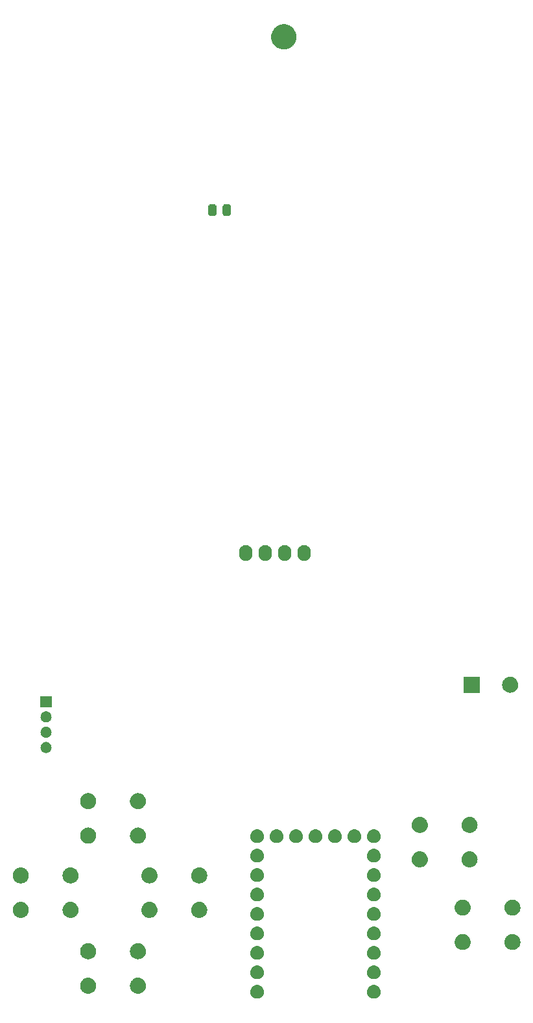
<source format=gbr>
G04 #@! TF.GenerationSoftware,KiCad,Pcbnew,8.0.5-8.0.5-0~ubuntu24.04.1*
G04 #@! TF.CreationDate,2024-09-29T10:35:44+09:00*
G04 #@! TF.ProjectId,gopher_pilot_rp2040_sw,676f7068-6572-45f7-9069-6c6f745f7270,rev?*
G04 #@! TF.SameCoordinates,Original*
G04 #@! TF.FileFunction,Soldermask,Bot*
G04 #@! TF.FilePolarity,Negative*
%FSLAX46Y46*%
G04 Gerber Fmt 4.6, Leading zero omitted, Abs format (unit mm)*
G04 Created by KiCad (PCBNEW 8.0.5-8.0.5-0~ubuntu24.04.1) date 2024-09-29 10:35:44*
%MOMM*%
%LPD*%
G01*
G04 APERTURE LIST*
G04 APERTURE END LIST*
G36*
X115803983Y-167603936D02*
G01*
X115854180Y-167603936D01*
X115897524Y-167613149D01*
X115935659Y-167616905D01*
X115983566Y-167631437D01*
X116038424Y-167643098D01*
X116073530Y-167658728D01*
X116104566Y-167668143D01*
X116153884Y-167694504D01*
X116210500Y-167719711D01*
X116236822Y-167738835D01*
X116260232Y-167751348D01*
X116307988Y-167790540D01*
X116362887Y-167830427D01*
X116380711Y-167850223D01*
X116396675Y-167863324D01*
X116439572Y-167915594D01*
X116488924Y-167970405D01*
X116499292Y-167988363D01*
X116508651Y-167999767D01*
X116543273Y-168064542D01*
X116583104Y-168133530D01*
X116587685Y-168147630D01*
X116591856Y-168155433D01*
X116614852Y-168231242D01*
X116641311Y-168312672D01*
X116642242Y-168321532D01*
X116643094Y-168324340D01*
X116651384Y-168408513D01*
X116661000Y-168500000D01*
X116651383Y-168591494D01*
X116643094Y-168675659D01*
X116642242Y-168678466D01*
X116641311Y-168687328D01*
X116614848Y-168768771D01*
X116591856Y-168844566D01*
X116587686Y-168852366D01*
X116583104Y-168866470D01*
X116543266Y-168935470D01*
X116508651Y-169000232D01*
X116499294Y-169011633D01*
X116488924Y-169029595D01*
X116439563Y-169084415D01*
X116396675Y-169136675D01*
X116380714Y-169149773D01*
X116362887Y-169169573D01*
X116307977Y-169209467D01*
X116260232Y-169248651D01*
X116236827Y-169261161D01*
X116210500Y-169280289D01*
X116153873Y-169305500D01*
X116104566Y-169331856D01*
X116073537Y-169341268D01*
X116038424Y-169356902D01*
X115983555Y-169368564D01*
X115935659Y-169383094D01*
X115897532Y-169386849D01*
X115854180Y-169396064D01*
X115803973Y-169396064D01*
X115760000Y-169400395D01*
X115716027Y-169396064D01*
X115665820Y-169396064D01*
X115622467Y-169386849D01*
X115584340Y-169383094D01*
X115536441Y-169368563D01*
X115481576Y-169356902D01*
X115446464Y-169341269D01*
X115415433Y-169331856D01*
X115366120Y-169305498D01*
X115309500Y-169280289D01*
X115283175Y-169261163D01*
X115259767Y-169248651D01*
X115212013Y-169209460D01*
X115157113Y-169169573D01*
X115139287Y-169149776D01*
X115123324Y-169136675D01*
X115080425Y-169084402D01*
X115031076Y-169029595D01*
X115020708Y-169011637D01*
X115011348Y-169000232D01*
X114976719Y-168935447D01*
X114936896Y-168866470D01*
X114932315Y-168852371D01*
X114928143Y-168844566D01*
X114905136Y-168768725D01*
X114878689Y-168687328D01*
X114877758Y-168678471D01*
X114876905Y-168675659D01*
X114868600Y-168591342D01*
X114859000Y-168500000D01*
X114868599Y-168408664D01*
X114876905Y-168324340D01*
X114877758Y-168321527D01*
X114878689Y-168312672D01*
X114905132Y-168231288D01*
X114928143Y-168155433D01*
X114932315Y-168147626D01*
X114936896Y-168133530D01*
X114976712Y-168064565D01*
X115011348Y-167999767D01*
X115020710Y-167988359D01*
X115031076Y-167970405D01*
X115080416Y-167915607D01*
X115123324Y-167863324D01*
X115139291Y-167850219D01*
X115157113Y-167830427D01*
X115212002Y-167790546D01*
X115259767Y-167751348D01*
X115283180Y-167738833D01*
X115309500Y-167719711D01*
X115366109Y-167694506D01*
X115415433Y-167668143D01*
X115446471Y-167658727D01*
X115481576Y-167643098D01*
X115536430Y-167631438D01*
X115584340Y-167616905D01*
X115622476Y-167613148D01*
X115665820Y-167603936D01*
X115716016Y-167603936D01*
X115760000Y-167599604D01*
X115803983Y-167603936D01*
G37*
G36*
X131043983Y-167603936D02*
G01*
X131094180Y-167603936D01*
X131137524Y-167613149D01*
X131175659Y-167616905D01*
X131223566Y-167631437D01*
X131278424Y-167643098D01*
X131313530Y-167658728D01*
X131344566Y-167668143D01*
X131393884Y-167694504D01*
X131450500Y-167719711D01*
X131476822Y-167738835D01*
X131500232Y-167751348D01*
X131547988Y-167790540D01*
X131602887Y-167830427D01*
X131620711Y-167850223D01*
X131636675Y-167863324D01*
X131679572Y-167915594D01*
X131728924Y-167970405D01*
X131739292Y-167988363D01*
X131748651Y-167999767D01*
X131783273Y-168064542D01*
X131823104Y-168133530D01*
X131827685Y-168147630D01*
X131831856Y-168155433D01*
X131854852Y-168231242D01*
X131881311Y-168312672D01*
X131882242Y-168321532D01*
X131883094Y-168324340D01*
X131891384Y-168408513D01*
X131901000Y-168500000D01*
X131891383Y-168591494D01*
X131883094Y-168675659D01*
X131882242Y-168678466D01*
X131881311Y-168687328D01*
X131854848Y-168768771D01*
X131831856Y-168844566D01*
X131827686Y-168852366D01*
X131823104Y-168866470D01*
X131783266Y-168935470D01*
X131748651Y-169000232D01*
X131739294Y-169011633D01*
X131728924Y-169029595D01*
X131679563Y-169084415D01*
X131636675Y-169136675D01*
X131620714Y-169149773D01*
X131602887Y-169169573D01*
X131547977Y-169209467D01*
X131500232Y-169248651D01*
X131476827Y-169261161D01*
X131450500Y-169280289D01*
X131393873Y-169305500D01*
X131344566Y-169331856D01*
X131313537Y-169341268D01*
X131278424Y-169356902D01*
X131223555Y-169368564D01*
X131175659Y-169383094D01*
X131137532Y-169386849D01*
X131094180Y-169396064D01*
X131043973Y-169396064D01*
X131000000Y-169400395D01*
X130956027Y-169396064D01*
X130905820Y-169396064D01*
X130862467Y-169386849D01*
X130824340Y-169383094D01*
X130776441Y-169368563D01*
X130721576Y-169356902D01*
X130686464Y-169341269D01*
X130655433Y-169331856D01*
X130606120Y-169305498D01*
X130549500Y-169280289D01*
X130523175Y-169261163D01*
X130499767Y-169248651D01*
X130452013Y-169209460D01*
X130397113Y-169169573D01*
X130379287Y-169149776D01*
X130363324Y-169136675D01*
X130320425Y-169084402D01*
X130271076Y-169029595D01*
X130260708Y-169011637D01*
X130251348Y-169000232D01*
X130216719Y-168935447D01*
X130176896Y-168866470D01*
X130172315Y-168852371D01*
X130168143Y-168844566D01*
X130145136Y-168768725D01*
X130118689Y-168687328D01*
X130117758Y-168678471D01*
X130116905Y-168675659D01*
X130108600Y-168591342D01*
X130099000Y-168500000D01*
X130108599Y-168408664D01*
X130116905Y-168324340D01*
X130117758Y-168321527D01*
X130118689Y-168312672D01*
X130145132Y-168231288D01*
X130168143Y-168155433D01*
X130172315Y-168147626D01*
X130176896Y-168133530D01*
X130216712Y-168064565D01*
X130251348Y-167999767D01*
X130260710Y-167988359D01*
X130271076Y-167970405D01*
X130320416Y-167915607D01*
X130363324Y-167863324D01*
X130379291Y-167850219D01*
X130397113Y-167830427D01*
X130452002Y-167790546D01*
X130499767Y-167751348D01*
X130523180Y-167738833D01*
X130549500Y-167719711D01*
X130606109Y-167694506D01*
X130655433Y-167668143D01*
X130686471Y-167658727D01*
X130721576Y-167643098D01*
X130776430Y-167631438D01*
X130824340Y-167616905D01*
X130862476Y-167613148D01*
X130905820Y-167603936D01*
X130956016Y-167603936D01*
X131000000Y-167599604D01*
X131043983Y-167603936D01*
G37*
G36*
X93750938Y-166654017D02*
G01*
X93796923Y-166654017D01*
X93848139Y-166663590D01*
X93905040Y-166669195D01*
X93948261Y-166682306D01*
X93987474Y-166689636D01*
X94041785Y-166710676D01*
X94102200Y-166729003D01*
X94136720Y-166747454D01*
X94168232Y-166759662D01*
X94222977Y-166793559D01*
X94283904Y-166826125D01*
X94309506Y-166847136D01*
X94333048Y-166861713D01*
X94385212Y-166909267D01*
X94443169Y-166956831D01*
X94460342Y-166977757D01*
X94476301Y-166992305D01*
X94522629Y-167053653D01*
X94573875Y-167116096D01*
X94583783Y-167134634D01*
X94593122Y-167147000D01*
X94630274Y-167221613D01*
X94670997Y-167297800D01*
X94675340Y-167312117D01*
X94679528Y-167320528D01*
X94704267Y-167407476D01*
X94730805Y-167494960D01*
X94731676Y-167503811D01*
X94732577Y-167506975D01*
X94741938Y-167608002D01*
X94751000Y-167700000D01*
X94741938Y-167792005D01*
X94732577Y-167893024D01*
X94731676Y-167896187D01*
X94730805Y-167905040D01*
X94704262Y-167992538D01*
X94679528Y-168079471D01*
X94675341Y-168087879D01*
X94670997Y-168102200D01*
X94630267Y-168178399D01*
X94593122Y-168252999D01*
X94583785Y-168265362D01*
X94573875Y-168283904D01*
X94522620Y-168346357D01*
X94476301Y-168407694D01*
X94460345Y-168422238D01*
X94443169Y-168443169D01*
X94385201Y-168490741D01*
X94333048Y-168538286D01*
X94309511Y-168552859D01*
X94283904Y-168573875D01*
X94222965Y-168606447D01*
X94168232Y-168640337D01*
X94136726Y-168652542D01*
X94102200Y-168670997D01*
X94041773Y-168689327D01*
X93987474Y-168710363D01*
X93948268Y-168717691D01*
X93905040Y-168730805D01*
X93848136Y-168736409D01*
X93796923Y-168745983D01*
X93750938Y-168745983D01*
X93700000Y-168751000D01*
X93649062Y-168745983D01*
X93603077Y-168745983D01*
X93551863Y-168736409D01*
X93494960Y-168730805D01*
X93451732Y-168717692D01*
X93412525Y-168710363D01*
X93358221Y-168689325D01*
X93297800Y-168670997D01*
X93263275Y-168652543D01*
X93231767Y-168640337D01*
X93177027Y-168606443D01*
X93116096Y-168573875D01*
X93090491Y-168552861D01*
X93066951Y-168538286D01*
X93014788Y-168490733D01*
X92956831Y-168443169D01*
X92939656Y-168422242D01*
X92923698Y-168407694D01*
X92877367Y-168346342D01*
X92826125Y-168283904D01*
X92816216Y-168265366D01*
X92806877Y-168252999D01*
X92769717Y-168178372D01*
X92729003Y-168102200D01*
X92724660Y-168087884D01*
X92720471Y-168079471D01*
X92695721Y-167992485D01*
X92669195Y-167905040D01*
X92668323Y-167896192D01*
X92667422Y-167893024D01*
X92658044Y-167791833D01*
X92649000Y-167700000D01*
X92658044Y-167608173D01*
X92667422Y-167506975D01*
X92668323Y-167503805D01*
X92669195Y-167494960D01*
X92695716Y-167407529D01*
X92720471Y-167320528D01*
X92724661Y-167312112D01*
X92729003Y-167297800D01*
X92769710Y-167221641D01*
X92806877Y-167147000D01*
X92816218Y-167134629D01*
X92826125Y-167116096D01*
X92877357Y-167053668D01*
X92923698Y-166992305D01*
X92939660Y-166977753D01*
X92956831Y-166956831D01*
X93014777Y-166909275D01*
X93066951Y-166861713D01*
X93090496Y-166847134D01*
X93116096Y-166826125D01*
X93177015Y-166793563D01*
X93231767Y-166759662D01*
X93263282Y-166747452D01*
X93297800Y-166729003D01*
X93358209Y-166710677D01*
X93412525Y-166689636D01*
X93451739Y-166682305D01*
X93494960Y-166669195D01*
X93551860Y-166663590D01*
X93603077Y-166654017D01*
X93649062Y-166654017D01*
X93700000Y-166649000D01*
X93750938Y-166654017D01*
G37*
G36*
X100250938Y-166654017D02*
G01*
X100296923Y-166654017D01*
X100348139Y-166663590D01*
X100405040Y-166669195D01*
X100448261Y-166682306D01*
X100487474Y-166689636D01*
X100541785Y-166710676D01*
X100602200Y-166729003D01*
X100636720Y-166747454D01*
X100668232Y-166759662D01*
X100722977Y-166793559D01*
X100783904Y-166826125D01*
X100809506Y-166847136D01*
X100833048Y-166861713D01*
X100885212Y-166909267D01*
X100943169Y-166956831D01*
X100960342Y-166977757D01*
X100976301Y-166992305D01*
X101022629Y-167053653D01*
X101073875Y-167116096D01*
X101083783Y-167134634D01*
X101093122Y-167147000D01*
X101130274Y-167221613D01*
X101170997Y-167297800D01*
X101175340Y-167312117D01*
X101179528Y-167320528D01*
X101204267Y-167407476D01*
X101230805Y-167494960D01*
X101231676Y-167503811D01*
X101232577Y-167506975D01*
X101241938Y-167608002D01*
X101251000Y-167700000D01*
X101241938Y-167792005D01*
X101232577Y-167893024D01*
X101231676Y-167896187D01*
X101230805Y-167905040D01*
X101204262Y-167992538D01*
X101179528Y-168079471D01*
X101175341Y-168087879D01*
X101170997Y-168102200D01*
X101130267Y-168178399D01*
X101093122Y-168252999D01*
X101083785Y-168265362D01*
X101073875Y-168283904D01*
X101022620Y-168346357D01*
X100976301Y-168407694D01*
X100960345Y-168422238D01*
X100943169Y-168443169D01*
X100885201Y-168490741D01*
X100833048Y-168538286D01*
X100809511Y-168552859D01*
X100783904Y-168573875D01*
X100722965Y-168606447D01*
X100668232Y-168640337D01*
X100636726Y-168652542D01*
X100602200Y-168670997D01*
X100541773Y-168689327D01*
X100487474Y-168710363D01*
X100448268Y-168717691D01*
X100405040Y-168730805D01*
X100348136Y-168736409D01*
X100296923Y-168745983D01*
X100250938Y-168745983D01*
X100200000Y-168751000D01*
X100149062Y-168745983D01*
X100103077Y-168745983D01*
X100051863Y-168736409D01*
X99994960Y-168730805D01*
X99951732Y-168717692D01*
X99912525Y-168710363D01*
X99858221Y-168689325D01*
X99797800Y-168670997D01*
X99763275Y-168652543D01*
X99731767Y-168640337D01*
X99677027Y-168606443D01*
X99616096Y-168573875D01*
X99590491Y-168552861D01*
X99566951Y-168538286D01*
X99514788Y-168490733D01*
X99456831Y-168443169D01*
X99439656Y-168422242D01*
X99423698Y-168407694D01*
X99377367Y-168346342D01*
X99326125Y-168283904D01*
X99316216Y-168265366D01*
X99306877Y-168252999D01*
X99269717Y-168178372D01*
X99229003Y-168102200D01*
X99224660Y-168087884D01*
X99220471Y-168079471D01*
X99195721Y-167992485D01*
X99169195Y-167905040D01*
X99168323Y-167896192D01*
X99167422Y-167893024D01*
X99158044Y-167791833D01*
X99149000Y-167700000D01*
X99158044Y-167608173D01*
X99167422Y-167506975D01*
X99168323Y-167503805D01*
X99169195Y-167494960D01*
X99195716Y-167407529D01*
X99220471Y-167320528D01*
X99224661Y-167312112D01*
X99229003Y-167297800D01*
X99269710Y-167221641D01*
X99306877Y-167147000D01*
X99316218Y-167134629D01*
X99326125Y-167116096D01*
X99377357Y-167053668D01*
X99423698Y-166992305D01*
X99439660Y-166977753D01*
X99456831Y-166956831D01*
X99514777Y-166909275D01*
X99566951Y-166861713D01*
X99590496Y-166847134D01*
X99616096Y-166826125D01*
X99677015Y-166793563D01*
X99731767Y-166759662D01*
X99763282Y-166747452D01*
X99797800Y-166729003D01*
X99858209Y-166710677D01*
X99912525Y-166689636D01*
X99951739Y-166682305D01*
X99994960Y-166669195D01*
X100051860Y-166663590D01*
X100103077Y-166654017D01*
X100149062Y-166654017D01*
X100200000Y-166649000D01*
X100250938Y-166654017D01*
G37*
G36*
X115803983Y-165063936D02*
G01*
X115854180Y-165063936D01*
X115897524Y-165073149D01*
X115935659Y-165076905D01*
X115983566Y-165091437D01*
X116038424Y-165103098D01*
X116073530Y-165118728D01*
X116104566Y-165128143D01*
X116153884Y-165154504D01*
X116210500Y-165179711D01*
X116236822Y-165198835D01*
X116260232Y-165211348D01*
X116307988Y-165250540D01*
X116362887Y-165290427D01*
X116380711Y-165310223D01*
X116396675Y-165323324D01*
X116439572Y-165375594D01*
X116488924Y-165430405D01*
X116499292Y-165448363D01*
X116508651Y-165459767D01*
X116543273Y-165524542D01*
X116583104Y-165593530D01*
X116587685Y-165607630D01*
X116591856Y-165615433D01*
X116614852Y-165691242D01*
X116641311Y-165772672D01*
X116642242Y-165781532D01*
X116643094Y-165784340D01*
X116651384Y-165868513D01*
X116661000Y-165960000D01*
X116651383Y-166051494D01*
X116643094Y-166135659D01*
X116642242Y-166138466D01*
X116641311Y-166147328D01*
X116614848Y-166228771D01*
X116591856Y-166304566D01*
X116587686Y-166312366D01*
X116583104Y-166326470D01*
X116543266Y-166395470D01*
X116508651Y-166460232D01*
X116499294Y-166471633D01*
X116488924Y-166489595D01*
X116439563Y-166544415D01*
X116396675Y-166596675D01*
X116380714Y-166609773D01*
X116362887Y-166629573D01*
X116307977Y-166669467D01*
X116260232Y-166708651D01*
X116236827Y-166721161D01*
X116210500Y-166740289D01*
X116153873Y-166765500D01*
X116104566Y-166791856D01*
X116073537Y-166801268D01*
X116038424Y-166816902D01*
X115983555Y-166828564D01*
X115935659Y-166843094D01*
X115897532Y-166846849D01*
X115854180Y-166856064D01*
X115803973Y-166856064D01*
X115760000Y-166860395D01*
X115716027Y-166856064D01*
X115665820Y-166856064D01*
X115622467Y-166846849D01*
X115584340Y-166843094D01*
X115536441Y-166828563D01*
X115481576Y-166816902D01*
X115446464Y-166801269D01*
X115415433Y-166791856D01*
X115366120Y-166765498D01*
X115309500Y-166740289D01*
X115283175Y-166721163D01*
X115259767Y-166708651D01*
X115212013Y-166669460D01*
X115157113Y-166629573D01*
X115139287Y-166609776D01*
X115123324Y-166596675D01*
X115080425Y-166544402D01*
X115031076Y-166489595D01*
X115020708Y-166471637D01*
X115011348Y-166460232D01*
X114976719Y-166395447D01*
X114936896Y-166326470D01*
X114932315Y-166312371D01*
X114928143Y-166304566D01*
X114905136Y-166228725D01*
X114878689Y-166147328D01*
X114877758Y-166138471D01*
X114876905Y-166135659D01*
X114868600Y-166051342D01*
X114859000Y-165960000D01*
X114868599Y-165868664D01*
X114876905Y-165784340D01*
X114877758Y-165781527D01*
X114878689Y-165772672D01*
X114905132Y-165691288D01*
X114928143Y-165615433D01*
X114932315Y-165607626D01*
X114936896Y-165593530D01*
X114976712Y-165524565D01*
X115011348Y-165459767D01*
X115020710Y-165448359D01*
X115031076Y-165430405D01*
X115080416Y-165375607D01*
X115123324Y-165323324D01*
X115139291Y-165310219D01*
X115157113Y-165290427D01*
X115212002Y-165250546D01*
X115259767Y-165211348D01*
X115283180Y-165198833D01*
X115309500Y-165179711D01*
X115366109Y-165154506D01*
X115415433Y-165128143D01*
X115446471Y-165118727D01*
X115481576Y-165103098D01*
X115536430Y-165091438D01*
X115584340Y-165076905D01*
X115622476Y-165073148D01*
X115665820Y-165063936D01*
X115716016Y-165063936D01*
X115760000Y-165059604D01*
X115803983Y-165063936D01*
G37*
G36*
X131043983Y-165063936D02*
G01*
X131094180Y-165063936D01*
X131137524Y-165073149D01*
X131175659Y-165076905D01*
X131223566Y-165091437D01*
X131278424Y-165103098D01*
X131313530Y-165118728D01*
X131344566Y-165128143D01*
X131393884Y-165154504D01*
X131450500Y-165179711D01*
X131476822Y-165198835D01*
X131500232Y-165211348D01*
X131547988Y-165250540D01*
X131602887Y-165290427D01*
X131620711Y-165310223D01*
X131636675Y-165323324D01*
X131679572Y-165375594D01*
X131728924Y-165430405D01*
X131739292Y-165448363D01*
X131748651Y-165459767D01*
X131783273Y-165524542D01*
X131823104Y-165593530D01*
X131827685Y-165607630D01*
X131831856Y-165615433D01*
X131854852Y-165691242D01*
X131881311Y-165772672D01*
X131882242Y-165781532D01*
X131883094Y-165784340D01*
X131891384Y-165868513D01*
X131901000Y-165960000D01*
X131891383Y-166051494D01*
X131883094Y-166135659D01*
X131882242Y-166138466D01*
X131881311Y-166147328D01*
X131854848Y-166228771D01*
X131831856Y-166304566D01*
X131827686Y-166312366D01*
X131823104Y-166326470D01*
X131783266Y-166395470D01*
X131748651Y-166460232D01*
X131739294Y-166471633D01*
X131728924Y-166489595D01*
X131679563Y-166544415D01*
X131636675Y-166596675D01*
X131620714Y-166609773D01*
X131602887Y-166629573D01*
X131547977Y-166669467D01*
X131500232Y-166708651D01*
X131476827Y-166721161D01*
X131450500Y-166740289D01*
X131393873Y-166765500D01*
X131344566Y-166791856D01*
X131313537Y-166801268D01*
X131278424Y-166816902D01*
X131223555Y-166828564D01*
X131175659Y-166843094D01*
X131137532Y-166846849D01*
X131094180Y-166856064D01*
X131043973Y-166856064D01*
X131000000Y-166860395D01*
X130956027Y-166856064D01*
X130905820Y-166856064D01*
X130862467Y-166846849D01*
X130824340Y-166843094D01*
X130776441Y-166828563D01*
X130721576Y-166816902D01*
X130686464Y-166801269D01*
X130655433Y-166791856D01*
X130606120Y-166765498D01*
X130549500Y-166740289D01*
X130523175Y-166721163D01*
X130499767Y-166708651D01*
X130452013Y-166669460D01*
X130397113Y-166629573D01*
X130379287Y-166609776D01*
X130363324Y-166596675D01*
X130320425Y-166544402D01*
X130271076Y-166489595D01*
X130260708Y-166471637D01*
X130251348Y-166460232D01*
X130216719Y-166395447D01*
X130176896Y-166326470D01*
X130172315Y-166312371D01*
X130168143Y-166304566D01*
X130145136Y-166228725D01*
X130118689Y-166147328D01*
X130117758Y-166138471D01*
X130116905Y-166135659D01*
X130108600Y-166051342D01*
X130099000Y-165960000D01*
X130108599Y-165868664D01*
X130116905Y-165784340D01*
X130117758Y-165781527D01*
X130118689Y-165772672D01*
X130145132Y-165691288D01*
X130168143Y-165615433D01*
X130172315Y-165607626D01*
X130176896Y-165593530D01*
X130216712Y-165524565D01*
X130251348Y-165459767D01*
X130260710Y-165448359D01*
X130271076Y-165430405D01*
X130320416Y-165375607D01*
X130363324Y-165323324D01*
X130379291Y-165310219D01*
X130397113Y-165290427D01*
X130452002Y-165250546D01*
X130499767Y-165211348D01*
X130523180Y-165198833D01*
X130549500Y-165179711D01*
X130606109Y-165154506D01*
X130655433Y-165128143D01*
X130686471Y-165118727D01*
X130721576Y-165103098D01*
X130776430Y-165091438D01*
X130824340Y-165076905D01*
X130862476Y-165073148D01*
X130905820Y-165063936D01*
X130956016Y-165063936D01*
X131000000Y-165059604D01*
X131043983Y-165063936D01*
G37*
G36*
X115803983Y-162523936D02*
G01*
X115854180Y-162523936D01*
X115897524Y-162533149D01*
X115935659Y-162536905D01*
X115983566Y-162551437D01*
X116038424Y-162563098D01*
X116073530Y-162578728D01*
X116104566Y-162588143D01*
X116153884Y-162614504D01*
X116210500Y-162639711D01*
X116236822Y-162658835D01*
X116260232Y-162671348D01*
X116307988Y-162710540D01*
X116362887Y-162750427D01*
X116380711Y-162770223D01*
X116396675Y-162783324D01*
X116439572Y-162835594D01*
X116488924Y-162890405D01*
X116499292Y-162908363D01*
X116508651Y-162919767D01*
X116543273Y-162984542D01*
X116583104Y-163053530D01*
X116587685Y-163067630D01*
X116591856Y-163075433D01*
X116614852Y-163151242D01*
X116641311Y-163232672D01*
X116642242Y-163241532D01*
X116643094Y-163244340D01*
X116651384Y-163328513D01*
X116661000Y-163420000D01*
X116651383Y-163511494D01*
X116643094Y-163595659D01*
X116642242Y-163598466D01*
X116641311Y-163607328D01*
X116614848Y-163688771D01*
X116591856Y-163764566D01*
X116587686Y-163772366D01*
X116583104Y-163786470D01*
X116543266Y-163855470D01*
X116508651Y-163920232D01*
X116499294Y-163931633D01*
X116488924Y-163949595D01*
X116439563Y-164004415D01*
X116396675Y-164056675D01*
X116380714Y-164069773D01*
X116362887Y-164089573D01*
X116307977Y-164129467D01*
X116260232Y-164168651D01*
X116236827Y-164181161D01*
X116210500Y-164200289D01*
X116153873Y-164225500D01*
X116104566Y-164251856D01*
X116073537Y-164261268D01*
X116038424Y-164276902D01*
X115983555Y-164288564D01*
X115935659Y-164303094D01*
X115897532Y-164306849D01*
X115854180Y-164316064D01*
X115803973Y-164316064D01*
X115760000Y-164320395D01*
X115716027Y-164316064D01*
X115665820Y-164316064D01*
X115622467Y-164306849D01*
X115584340Y-164303094D01*
X115536441Y-164288563D01*
X115481576Y-164276902D01*
X115446464Y-164261269D01*
X115415433Y-164251856D01*
X115366120Y-164225498D01*
X115309500Y-164200289D01*
X115283175Y-164181163D01*
X115259767Y-164168651D01*
X115212013Y-164129460D01*
X115157113Y-164089573D01*
X115139287Y-164069776D01*
X115123324Y-164056675D01*
X115080425Y-164004402D01*
X115031076Y-163949595D01*
X115020708Y-163931637D01*
X115011348Y-163920232D01*
X114976719Y-163855447D01*
X114936896Y-163786470D01*
X114932315Y-163772371D01*
X114928143Y-163764566D01*
X114905136Y-163688725D01*
X114878689Y-163607328D01*
X114877758Y-163598471D01*
X114876905Y-163595659D01*
X114868600Y-163511342D01*
X114859000Y-163420000D01*
X114868599Y-163328664D01*
X114876905Y-163244340D01*
X114877758Y-163241527D01*
X114878689Y-163232672D01*
X114905132Y-163151288D01*
X114928143Y-163075433D01*
X114932315Y-163067626D01*
X114936896Y-163053530D01*
X114976712Y-162984565D01*
X115011348Y-162919767D01*
X115020710Y-162908359D01*
X115031076Y-162890405D01*
X115080416Y-162835607D01*
X115123324Y-162783324D01*
X115139291Y-162770219D01*
X115157113Y-162750427D01*
X115212002Y-162710546D01*
X115259767Y-162671348D01*
X115283180Y-162658833D01*
X115309500Y-162639711D01*
X115366109Y-162614506D01*
X115415433Y-162588143D01*
X115446471Y-162578727D01*
X115481576Y-162563098D01*
X115536430Y-162551438D01*
X115584340Y-162536905D01*
X115622476Y-162533148D01*
X115665820Y-162523936D01*
X115716016Y-162523936D01*
X115760000Y-162519604D01*
X115803983Y-162523936D01*
G37*
G36*
X131043983Y-162523936D02*
G01*
X131094180Y-162523936D01*
X131137524Y-162533149D01*
X131175659Y-162536905D01*
X131223566Y-162551437D01*
X131278424Y-162563098D01*
X131313530Y-162578728D01*
X131344566Y-162588143D01*
X131393884Y-162614504D01*
X131450500Y-162639711D01*
X131476822Y-162658835D01*
X131500232Y-162671348D01*
X131547988Y-162710540D01*
X131602887Y-162750427D01*
X131620711Y-162770223D01*
X131636675Y-162783324D01*
X131679572Y-162835594D01*
X131728924Y-162890405D01*
X131739292Y-162908363D01*
X131748651Y-162919767D01*
X131783273Y-162984542D01*
X131823104Y-163053530D01*
X131827685Y-163067630D01*
X131831856Y-163075433D01*
X131854852Y-163151242D01*
X131881311Y-163232672D01*
X131882242Y-163241532D01*
X131883094Y-163244340D01*
X131891384Y-163328513D01*
X131901000Y-163420000D01*
X131891383Y-163511494D01*
X131883094Y-163595659D01*
X131882242Y-163598466D01*
X131881311Y-163607328D01*
X131854848Y-163688771D01*
X131831856Y-163764566D01*
X131827686Y-163772366D01*
X131823104Y-163786470D01*
X131783266Y-163855470D01*
X131748651Y-163920232D01*
X131739294Y-163931633D01*
X131728924Y-163949595D01*
X131679563Y-164004415D01*
X131636675Y-164056675D01*
X131620714Y-164069773D01*
X131602887Y-164089573D01*
X131547977Y-164129467D01*
X131500232Y-164168651D01*
X131476827Y-164181161D01*
X131450500Y-164200289D01*
X131393873Y-164225500D01*
X131344566Y-164251856D01*
X131313537Y-164261268D01*
X131278424Y-164276902D01*
X131223555Y-164288564D01*
X131175659Y-164303094D01*
X131137532Y-164306849D01*
X131094180Y-164316064D01*
X131043973Y-164316064D01*
X131000000Y-164320395D01*
X130956027Y-164316064D01*
X130905820Y-164316064D01*
X130862467Y-164306849D01*
X130824340Y-164303094D01*
X130776441Y-164288563D01*
X130721576Y-164276902D01*
X130686464Y-164261269D01*
X130655433Y-164251856D01*
X130606120Y-164225498D01*
X130549500Y-164200289D01*
X130523175Y-164181163D01*
X130499767Y-164168651D01*
X130452013Y-164129460D01*
X130397113Y-164089573D01*
X130379287Y-164069776D01*
X130363324Y-164056675D01*
X130320425Y-164004402D01*
X130271076Y-163949595D01*
X130260708Y-163931637D01*
X130251348Y-163920232D01*
X130216719Y-163855447D01*
X130176896Y-163786470D01*
X130172315Y-163772371D01*
X130168143Y-163764566D01*
X130145136Y-163688725D01*
X130118689Y-163607328D01*
X130117758Y-163598471D01*
X130116905Y-163595659D01*
X130108600Y-163511342D01*
X130099000Y-163420000D01*
X130108599Y-163328664D01*
X130116905Y-163244340D01*
X130117758Y-163241527D01*
X130118689Y-163232672D01*
X130145132Y-163151288D01*
X130168143Y-163075433D01*
X130172315Y-163067626D01*
X130176896Y-163053530D01*
X130216712Y-162984565D01*
X130251348Y-162919767D01*
X130260710Y-162908359D01*
X130271076Y-162890405D01*
X130320416Y-162835607D01*
X130363324Y-162783324D01*
X130379291Y-162770219D01*
X130397113Y-162750427D01*
X130452002Y-162710546D01*
X130499767Y-162671348D01*
X130523180Y-162658833D01*
X130549500Y-162639711D01*
X130606109Y-162614506D01*
X130655433Y-162588143D01*
X130686471Y-162578727D01*
X130721576Y-162563098D01*
X130776430Y-162551438D01*
X130824340Y-162536905D01*
X130862476Y-162533148D01*
X130905820Y-162523936D01*
X130956016Y-162523936D01*
X131000000Y-162519604D01*
X131043983Y-162523936D01*
G37*
G36*
X93750938Y-162154017D02*
G01*
X93796923Y-162154017D01*
X93848139Y-162163590D01*
X93905040Y-162169195D01*
X93948261Y-162182306D01*
X93987474Y-162189636D01*
X94041785Y-162210676D01*
X94102200Y-162229003D01*
X94136720Y-162247454D01*
X94168232Y-162259662D01*
X94222977Y-162293559D01*
X94283904Y-162326125D01*
X94309506Y-162347136D01*
X94333048Y-162361713D01*
X94385212Y-162409267D01*
X94443169Y-162456831D01*
X94460342Y-162477757D01*
X94476301Y-162492305D01*
X94522629Y-162553653D01*
X94573875Y-162616096D01*
X94583783Y-162634634D01*
X94593122Y-162647000D01*
X94630274Y-162721613D01*
X94670997Y-162797800D01*
X94675340Y-162812117D01*
X94679528Y-162820528D01*
X94704267Y-162907476D01*
X94730805Y-162994960D01*
X94731676Y-163003811D01*
X94732577Y-163006975D01*
X94741938Y-163108002D01*
X94751000Y-163200000D01*
X94741938Y-163292005D01*
X94732577Y-163393024D01*
X94731676Y-163396187D01*
X94730805Y-163405040D01*
X94704262Y-163492538D01*
X94679528Y-163579471D01*
X94675341Y-163587879D01*
X94670997Y-163602200D01*
X94630267Y-163678399D01*
X94593122Y-163752999D01*
X94583785Y-163765362D01*
X94573875Y-163783904D01*
X94522620Y-163846357D01*
X94476301Y-163907694D01*
X94460345Y-163922238D01*
X94443169Y-163943169D01*
X94385201Y-163990741D01*
X94333048Y-164038286D01*
X94309511Y-164052859D01*
X94283904Y-164073875D01*
X94222965Y-164106447D01*
X94168232Y-164140337D01*
X94136726Y-164152542D01*
X94102200Y-164170997D01*
X94041773Y-164189327D01*
X93987474Y-164210363D01*
X93948268Y-164217691D01*
X93905040Y-164230805D01*
X93848136Y-164236409D01*
X93796923Y-164245983D01*
X93750938Y-164245983D01*
X93700000Y-164251000D01*
X93649062Y-164245983D01*
X93603077Y-164245983D01*
X93551863Y-164236409D01*
X93494960Y-164230805D01*
X93451732Y-164217692D01*
X93412525Y-164210363D01*
X93358221Y-164189325D01*
X93297800Y-164170997D01*
X93263275Y-164152543D01*
X93231767Y-164140337D01*
X93177027Y-164106443D01*
X93116096Y-164073875D01*
X93090491Y-164052861D01*
X93066951Y-164038286D01*
X93014788Y-163990733D01*
X92956831Y-163943169D01*
X92939656Y-163922242D01*
X92923698Y-163907694D01*
X92877367Y-163846342D01*
X92826125Y-163783904D01*
X92816216Y-163765366D01*
X92806877Y-163752999D01*
X92769717Y-163678372D01*
X92729003Y-163602200D01*
X92724660Y-163587884D01*
X92720471Y-163579471D01*
X92695721Y-163492485D01*
X92669195Y-163405040D01*
X92668323Y-163396192D01*
X92667422Y-163393024D01*
X92658044Y-163291833D01*
X92649000Y-163200000D01*
X92658044Y-163108173D01*
X92667422Y-163006975D01*
X92668323Y-163003805D01*
X92669195Y-162994960D01*
X92695716Y-162907529D01*
X92720471Y-162820528D01*
X92724661Y-162812112D01*
X92729003Y-162797800D01*
X92769710Y-162721641D01*
X92806877Y-162647000D01*
X92816218Y-162634629D01*
X92826125Y-162616096D01*
X92877357Y-162553668D01*
X92923698Y-162492305D01*
X92939660Y-162477753D01*
X92956831Y-162456831D01*
X93014777Y-162409275D01*
X93066951Y-162361713D01*
X93090496Y-162347134D01*
X93116096Y-162326125D01*
X93177015Y-162293563D01*
X93231767Y-162259662D01*
X93263282Y-162247452D01*
X93297800Y-162229003D01*
X93358209Y-162210677D01*
X93412525Y-162189636D01*
X93451739Y-162182305D01*
X93494960Y-162169195D01*
X93551860Y-162163590D01*
X93603077Y-162154017D01*
X93649062Y-162154017D01*
X93700000Y-162149000D01*
X93750938Y-162154017D01*
G37*
G36*
X100250938Y-162154017D02*
G01*
X100296923Y-162154017D01*
X100348139Y-162163590D01*
X100405040Y-162169195D01*
X100448261Y-162182306D01*
X100487474Y-162189636D01*
X100541785Y-162210676D01*
X100602200Y-162229003D01*
X100636720Y-162247454D01*
X100668232Y-162259662D01*
X100722977Y-162293559D01*
X100783904Y-162326125D01*
X100809506Y-162347136D01*
X100833048Y-162361713D01*
X100885212Y-162409267D01*
X100943169Y-162456831D01*
X100960342Y-162477757D01*
X100976301Y-162492305D01*
X101022629Y-162553653D01*
X101073875Y-162616096D01*
X101083783Y-162634634D01*
X101093122Y-162647000D01*
X101130274Y-162721613D01*
X101170997Y-162797800D01*
X101175340Y-162812117D01*
X101179528Y-162820528D01*
X101204267Y-162907476D01*
X101230805Y-162994960D01*
X101231676Y-163003811D01*
X101232577Y-163006975D01*
X101241938Y-163108002D01*
X101251000Y-163200000D01*
X101241938Y-163292005D01*
X101232577Y-163393024D01*
X101231676Y-163396187D01*
X101230805Y-163405040D01*
X101204262Y-163492538D01*
X101179528Y-163579471D01*
X101175341Y-163587879D01*
X101170997Y-163602200D01*
X101130267Y-163678399D01*
X101093122Y-163752999D01*
X101083785Y-163765362D01*
X101073875Y-163783904D01*
X101022620Y-163846357D01*
X100976301Y-163907694D01*
X100960345Y-163922238D01*
X100943169Y-163943169D01*
X100885201Y-163990741D01*
X100833048Y-164038286D01*
X100809511Y-164052859D01*
X100783904Y-164073875D01*
X100722965Y-164106447D01*
X100668232Y-164140337D01*
X100636726Y-164152542D01*
X100602200Y-164170997D01*
X100541773Y-164189327D01*
X100487474Y-164210363D01*
X100448268Y-164217691D01*
X100405040Y-164230805D01*
X100348136Y-164236409D01*
X100296923Y-164245983D01*
X100250938Y-164245983D01*
X100200000Y-164251000D01*
X100149062Y-164245983D01*
X100103077Y-164245983D01*
X100051863Y-164236409D01*
X99994960Y-164230805D01*
X99951732Y-164217692D01*
X99912525Y-164210363D01*
X99858221Y-164189325D01*
X99797800Y-164170997D01*
X99763275Y-164152543D01*
X99731767Y-164140337D01*
X99677027Y-164106443D01*
X99616096Y-164073875D01*
X99590491Y-164052861D01*
X99566951Y-164038286D01*
X99514788Y-163990733D01*
X99456831Y-163943169D01*
X99439656Y-163922242D01*
X99423698Y-163907694D01*
X99377367Y-163846342D01*
X99326125Y-163783904D01*
X99316216Y-163765366D01*
X99306877Y-163752999D01*
X99269717Y-163678372D01*
X99229003Y-163602200D01*
X99224660Y-163587884D01*
X99220471Y-163579471D01*
X99195721Y-163492485D01*
X99169195Y-163405040D01*
X99168323Y-163396192D01*
X99167422Y-163393024D01*
X99158044Y-163291833D01*
X99149000Y-163200000D01*
X99158044Y-163108173D01*
X99167422Y-163006975D01*
X99168323Y-163003805D01*
X99169195Y-162994960D01*
X99195716Y-162907529D01*
X99220471Y-162820528D01*
X99224661Y-162812112D01*
X99229003Y-162797800D01*
X99269710Y-162721641D01*
X99306877Y-162647000D01*
X99316218Y-162634629D01*
X99326125Y-162616096D01*
X99377357Y-162553668D01*
X99423698Y-162492305D01*
X99439660Y-162477753D01*
X99456831Y-162456831D01*
X99514777Y-162409275D01*
X99566951Y-162361713D01*
X99590496Y-162347134D01*
X99616096Y-162326125D01*
X99677015Y-162293563D01*
X99731767Y-162259662D01*
X99763282Y-162247452D01*
X99797800Y-162229003D01*
X99858209Y-162210677D01*
X99912525Y-162189636D01*
X99951739Y-162182305D01*
X99994960Y-162169195D01*
X100051860Y-162163590D01*
X100103077Y-162154017D01*
X100149062Y-162154017D01*
X100200000Y-162149000D01*
X100250938Y-162154017D01*
G37*
G36*
X142650938Y-160954017D02*
G01*
X142696923Y-160954017D01*
X142748139Y-160963590D01*
X142805040Y-160969195D01*
X142848261Y-160982306D01*
X142887474Y-160989636D01*
X142941785Y-161010676D01*
X143002200Y-161029003D01*
X143036720Y-161047454D01*
X143068232Y-161059662D01*
X143122977Y-161093559D01*
X143183904Y-161126125D01*
X143209506Y-161147136D01*
X143233048Y-161161713D01*
X143285212Y-161209267D01*
X143343169Y-161256831D01*
X143360342Y-161277757D01*
X143376301Y-161292305D01*
X143422629Y-161353653D01*
X143473875Y-161416096D01*
X143483783Y-161434634D01*
X143493122Y-161447000D01*
X143530274Y-161521613D01*
X143570997Y-161597800D01*
X143575340Y-161612117D01*
X143579528Y-161620528D01*
X143604267Y-161707476D01*
X143630805Y-161794960D01*
X143631676Y-161803811D01*
X143632577Y-161806975D01*
X143641938Y-161908002D01*
X143651000Y-162000000D01*
X143641938Y-162092005D01*
X143632577Y-162193024D01*
X143631676Y-162196187D01*
X143630805Y-162205040D01*
X143604262Y-162292538D01*
X143579528Y-162379471D01*
X143575341Y-162387879D01*
X143570997Y-162402200D01*
X143530267Y-162478399D01*
X143493122Y-162552999D01*
X143483785Y-162565362D01*
X143473875Y-162583904D01*
X143422620Y-162646357D01*
X143376301Y-162707694D01*
X143360345Y-162722238D01*
X143343169Y-162743169D01*
X143285201Y-162790741D01*
X143233048Y-162838286D01*
X143209511Y-162852859D01*
X143183904Y-162873875D01*
X143122965Y-162906447D01*
X143068232Y-162940337D01*
X143036726Y-162952542D01*
X143002200Y-162970997D01*
X142941773Y-162989327D01*
X142887474Y-163010363D01*
X142848268Y-163017691D01*
X142805040Y-163030805D01*
X142748136Y-163036409D01*
X142696923Y-163045983D01*
X142650938Y-163045983D01*
X142600000Y-163051000D01*
X142549062Y-163045983D01*
X142503077Y-163045983D01*
X142451863Y-163036409D01*
X142394960Y-163030805D01*
X142351732Y-163017692D01*
X142312525Y-163010363D01*
X142258221Y-162989325D01*
X142197800Y-162970997D01*
X142163275Y-162952543D01*
X142131767Y-162940337D01*
X142077027Y-162906443D01*
X142016096Y-162873875D01*
X141990491Y-162852861D01*
X141966951Y-162838286D01*
X141914788Y-162790733D01*
X141856831Y-162743169D01*
X141839656Y-162722242D01*
X141823698Y-162707694D01*
X141777367Y-162646342D01*
X141726125Y-162583904D01*
X141716216Y-162565366D01*
X141706877Y-162552999D01*
X141669717Y-162478372D01*
X141629003Y-162402200D01*
X141624660Y-162387884D01*
X141620471Y-162379471D01*
X141595721Y-162292485D01*
X141569195Y-162205040D01*
X141568323Y-162196192D01*
X141567422Y-162193024D01*
X141558044Y-162091833D01*
X141549000Y-162000000D01*
X141558044Y-161908173D01*
X141567422Y-161806975D01*
X141568323Y-161803805D01*
X141569195Y-161794960D01*
X141595716Y-161707529D01*
X141620471Y-161620528D01*
X141624661Y-161612112D01*
X141629003Y-161597800D01*
X141669710Y-161521641D01*
X141706877Y-161447000D01*
X141716218Y-161434629D01*
X141726125Y-161416096D01*
X141777357Y-161353668D01*
X141823698Y-161292305D01*
X141839660Y-161277753D01*
X141856831Y-161256831D01*
X141914777Y-161209275D01*
X141966951Y-161161713D01*
X141990496Y-161147134D01*
X142016096Y-161126125D01*
X142077015Y-161093563D01*
X142131767Y-161059662D01*
X142163282Y-161047452D01*
X142197800Y-161029003D01*
X142258209Y-161010677D01*
X142312525Y-160989636D01*
X142351739Y-160982305D01*
X142394960Y-160969195D01*
X142451860Y-160963590D01*
X142503077Y-160954017D01*
X142549062Y-160954017D01*
X142600000Y-160949000D01*
X142650938Y-160954017D01*
G37*
G36*
X149150938Y-160954017D02*
G01*
X149196923Y-160954017D01*
X149248139Y-160963590D01*
X149305040Y-160969195D01*
X149348261Y-160982306D01*
X149387474Y-160989636D01*
X149441785Y-161010676D01*
X149502200Y-161029003D01*
X149536720Y-161047454D01*
X149568232Y-161059662D01*
X149622977Y-161093559D01*
X149683904Y-161126125D01*
X149709506Y-161147136D01*
X149733048Y-161161713D01*
X149785212Y-161209267D01*
X149843169Y-161256831D01*
X149860342Y-161277757D01*
X149876301Y-161292305D01*
X149922629Y-161353653D01*
X149973875Y-161416096D01*
X149983783Y-161434634D01*
X149993122Y-161447000D01*
X150030274Y-161521613D01*
X150070997Y-161597800D01*
X150075340Y-161612117D01*
X150079528Y-161620528D01*
X150104267Y-161707476D01*
X150130805Y-161794960D01*
X150131676Y-161803811D01*
X150132577Y-161806975D01*
X150141938Y-161908002D01*
X150151000Y-162000000D01*
X150141938Y-162092005D01*
X150132577Y-162193024D01*
X150131676Y-162196187D01*
X150130805Y-162205040D01*
X150104262Y-162292538D01*
X150079528Y-162379471D01*
X150075341Y-162387879D01*
X150070997Y-162402200D01*
X150030267Y-162478399D01*
X149993122Y-162552999D01*
X149983785Y-162565362D01*
X149973875Y-162583904D01*
X149922620Y-162646357D01*
X149876301Y-162707694D01*
X149860345Y-162722238D01*
X149843169Y-162743169D01*
X149785201Y-162790741D01*
X149733048Y-162838286D01*
X149709511Y-162852859D01*
X149683904Y-162873875D01*
X149622965Y-162906447D01*
X149568232Y-162940337D01*
X149536726Y-162952542D01*
X149502200Y-162970997D01*
X149441773Y-162989327D01*
X149387474Y-163010363D01*
X149348268Y-163017691D01*
X149305040Y-163030805D01*
X149248136Y-163036409D01*
X149196923Y-163045983D01*
X149150938Y-163045983D01*
X149100000Y-163051000D01*
X149049062Y-163045983D01*
X149003077Y-163045983D01*
X148951863Y-163036409D01*
X148894960Y-163030805D01*
X148851732Y-163017692D01*
X148812525Y-163010363D01*
X148758221Y-162989325D01*
X148697800Y-162970997D01*
X148663275Y-162952543D01*
X148631767Y-162940337D01*
X148577027Y-162906443D01*
X148516096Y-162873875D01*
X148490491Y-162852861D01*
X148466951Y-162838286D01*
X148414788Y-162790733D01*
X148356831Y-162743169D01*
X148339656Y-162722242D01*
X148323698Y-162707694D01*
X148277367Y-162646342D01*
X148226125Y-162583904D01*
X148216216Y-162565366D01*
X148206877Y-162552999D01*
X148169717Y-162478372D01*
X148129003Y-162402200D01*
X148124660Y-162387884D01*
X148120471Y-162379471D01*
X148095721Y-162292485D01*
X148069195Y-162205040D01*
X148068323Y-162196192D01*
X148067422Y-162193024D01*
X148058044Y-162091833D01*
X148049000Y-162000000D01*
X148058044Y-161908173D01*
X148067422Y-161806975D01*
X148068323Y-161803805D01*
X148069195Y-161794960D01*
X148095716Y-161707529D01*
X148120471Y-161620528D01*
X148124661Y-161612112D01*
X148129003Y-161597800D01*
X148169710Y-161521641D01*
X148206877Y-161447000D01*
X148216218Y-161434629D01*
X148226125Y-161416096D01*
X148277357Y-161353668D01*
X148323698Y-161292305D01*
X148339660Y-161277753D01*
X148356831Y-161256831D01*
X148414777Y-161209275D01*
X148466951Y-161161713D01*
X148490496Y-161147134D01*
X148516096Y-161126125D01*
X148577015Y-161093563D01*
X148631767Y-161059662D01*
X148663282Y-161047452D01*
X148697800Y-161029003D01*
X148758209Y-161010677D01*
X148812525Y-160989636D01*
X148851739Y-160982305D01*
X148894960Y-160969195D01*
X148951860Y-160963590D01*
X149003077Y-160954017D01*
X149049062Y-160954017D01*
X149100000Y-160949000D01*
X149150938Y-160954017D01*
G37*
G36*
X115803983Y-159983936D02*
G01*
X115854180Y-159983936D01*
X115897524Y-159993149D01*
X115935659Y-159996905D01*
X115983566Y-160011437D01*
X116038424Y-160023098D01*
X116073530Y-160038728D01*
X116104566Y-160048143D01*
X116153884Y-160074504D01*
X116210500Y-160099711D01*
X116236822Y-160118835D01*
X116260232Y-160131348D01*
X116307988Y-160170540D01*
X116362887Y-160210427D01*
X116380711Y-160230223D01*
X116396675Y-160243324D01*
X116439572Y-160295594D01*
X116488924Y-160350405D01*
X116499292Y-160368363D01*
X116508651Y-160379767D01*
X116543273Y-160444542D01*
X116583104Y-160513530D01*
X116587685Y-160527630D01*
X116591856Y-160535433D01*
X116614852Y-160611242D01*
X116641311Y-160692672D01*
X116642242Y-160701532D01*
X116643094Y-160704340D01*
X116651384Y-160788513D01*
X116661000Y-160880000D01*
X116651383Y-160971494D01*
X116643094Y-161055659D01*
X116642242Y-161058466D01*
X116641311Y-161067328D01*
X116614848Y-161148771D01*
X116591856Y-161224566D01*
X116587686Y-161232366D01*
X116583104Y-161246470D01*
X116543266Y-161315470D01*
X116508651Y-161380232D01*
X116499294Y-161391633D01*
X116488924Y-161409595D01*
X116439563Y-161464415D01*
X116396675Y-161516675D01*
X116380714Y-161529773D01*
X116362887Y-161549573D01*
X116307977Y-161589467D01*
X116260232Y-161628651D01*
X116236827Y-161641161D01*
X116210500Y-161660289D01*
X116153873Y-161685500D01*
X116104566Y-161711856D01*
X116073537Y-161721268D01*
X116038424Y-161736902D01*
X115983555Y-161748564D01*
X115935659Y-161763094D01*
X115897532Y-161766849D01*
X115854180Y-161776064D01*
X115803973Y-161776064D01*
X115760000Y-161780395D01*
X115716027Y-161776064D01*
X115665820Y-161776064D01*
X115622467Y-161766849D01*
X115584340Y-161763094D01*
X115536441Y-161748563D01*
X115481576Y-161736902D01*
X115446464Y-161721269D01*
X115415433Y-161711856D01*
X115366120Y-161685498D01*
X115309500Y-161660289D01*
X115283175Y-161641163D01*
X115259767Y-161628651D01*
X115212013Y-161589460D01*
X115157113Y-161549573D01*
X115139287Y-161529776D01*
X115123324Y-161516675D01*
X115080425Y-161464402D01*
X115031076Y-161409595D01*
X115020708Y-161391637D01*
X115011348Y-161380232D01*
X114976719Y-161315447D01*
X114936896Y-161246470D01*
X114932315Y-161232371D01*
X114928143Y-161224566D01*
X114905136Y-161148725D01*
X114878689Y-161067328D01*
X114877758Y-161058471D01*
X114876905Y-161055659D01*
X114868600Y-160971342D01*
X114859000Y-160880000D01*
X114868599Y-160788664D01*
X114876905Y-160704340D01*
X114877758Y-160701527D01*
X114878689Y-160692672D01*
X114905132Y-160611288D01*
X114928143Y-160535433D01*
X114932315Y-160527626D01*
X114936896Y-160513530D01*
X114976712Y-160444565D01*
X115011348Y-160379767D01*
X115020710Y-160368359D01*
X115031076Y-160350405D01*
X115080416Y-160295607D01*
X115123324Y-160243324D01*
X115139291Y-160230219D01*
X115157113Y-160210427D01*
X115212002Y-160170546D01*
X115259767Y-160131348D01*
X115283180Y-160118833D01*
X115309500Y-160099711D01*
X115366109Y-160074506D01*
X115415433Y-160048143D01*
X115446471Y-160038727D01*
X115481576Y-160023098D01*
X115536430Y-160011438D01*
X115584340Y-159996905D01*
X115622476Y-159993148D01*
X115665820Y-159983936D01*
X115716016Y-159983936D01*
X115760000Y-159979604D01*
X115803983Y-159983936D01*
G37*
G36*
X131043983Y-159983936D02*
G01*
X131094180Y-159983936D01*
X131137524Y-159993149D01*
X131175659Y-159996905D01*
X131223566Y-160011437D01*
X131278424Y-160023098D01*
X131313530Y-160038728D01*
X131344566Y-160048143D01*
X131393884Y-160074504D01*
X131450500Y-160099711D01*
X131476822Y-160118835D01*
X131500232Y-160131348D01*
X131547988Y-160170540D01*
X131602887Y-160210427D01*
X131620711Y-160230223D01*
X131636675Y-160243324D01*
X131679572Y-160295594D01*
X131728924Y-160350405D01*
X131739292Y-160368363D01*
X131748651Y-160379767D01*
X131783273Y-160444542D01*
X131823104Y-160513530D01*
X131827685Y-160527630D01*
X131831856Y-160535433D01*
X131854852Y-160611242D01*
X131881311Y-160692672D01*
X131882242Y-160701532D01*
X131883094Y-160704340D01*
X131891384Y-160788513D01*
X131901000Y-160880000D01*
X131891383Y-160971494D01*
X131883094Y-161055659D01*
X131882242Y-161058466D01*
X131881311Y-161067328D01*
X131854848Y-161148771D01*
X131831856Y-161224566D01*
X131827686Y-161232366D01*
X131823104Y-161246470D01*
X131783266Y-161315470D01*
X131748651Y-161380232D01*
X131739294Y-161391633D01*
X131728924Y-161409595D01*
X131679563Y-161464415D01*
X131636675Y-161516675D01*
X131620714Y-161529773D01*
X131602887Y-161549573D01*
X131547977Y-161589467D01*
X131500232Y-161628651D01*
X131476827Y-161641161D01*
X131450500Y-161660289D01*
X131393873Y-161685500D01*
X131344566Y-161711856D01*
X131313537Y-161721268D01*
X131278424Y-161736902D01*
X131223555Y-161748564D01*
X131175659Y-161763094D01*
X131137532Y-161766849D01*
X131094180Y-161776064D01*
X131043973Y-161776064D01*
X131000000Y-161780395D01*
X130956027Y-161776064D01*
X130905820Y-161776064D01*
X130862467Y-161766849D01*
X130824340Y-161763094D01*
X130776441Y-161748563D01*
X130721576Y-161736902D01*
X130686464Y-161721269D01*
X130655433Y-161711856D01*
X130606120Y-161685498D01*
X130549500Y-161660289D01*
X130523175Y-161641163D01*
X130499767Y-161628651D01*
X130452013Y-161589460D01*
X130397113Y-161549573D01*
X130379287Y-161529776D01*
X130363324Y-161516675D01*
X130320425Y-161464402D01*
X130271076Y-161409595D01*
X130260708Y-161391637D01*
X130251348Y-161380232D01*
X130216719Y-161315447D01*
X130176896Y-161246470D01*
X130172315Y-161232371D01*
X130168143Y-161224566D01*
X130145136Y-161148725D01*
X130118689Y-161067328D01*
X130117758Y-161058471D01*
X130116905Y-161055659D01*
X130108600Y-160971342D01*
X130099000Y-160880000D01*
X130108599Y-160788664D01*
X130116905Y-160704340D01*
X130117758Y-160701527D01*
X130118689Y-160692672D01*
X130145132Y-160611288D01*
X130168143Y-160535433D01*
X130172315Y-160527626D01*
X130176896Y-160513530D01*
X130216712Y-160444565D01*
X130251348Y-160379767D01*
X130260710Y-160368359D01*
X130271076Y-160350405D01*
X130320416Y-160295607D01*
X130363324Y-160243324D01*
X130379291Y-160230219D01*
X130397113Y-160210427D01*
X130452002Y-160170546D01*
X130499767Y-160131348D01*
X130523180Y-160118833D01*
X130549500Y-160099711D01*
X130606109Y-160074506D01*
X130655433Y-160048143D01*
X130686471Y-160038727D01*
X130721576Y-160023098D01*
X130776430Y-160011438D01*
X130824340Y-159996905D01*
X130862476Y-159993148D01*
X130905820Y-159983936D01*
X130956016Y-159983936D01*
X131000000Y-159979604D01*
X131043983Y-159983936D01*
G37*
G36*
X115803983Y-157443936D02*
G01*
X115854180Y-157443936D01*
X115897524Y-157453149D01*
X115935659Y-157456905D01*
X115983566Y-157471437D01*
X116038424Y-157483098D01*
X116073530Y-157498728D01*
X116104566Y-157508143D01*
X116153884Y-157534504D01*
X116210500Y-157559711D01*
X116236822Y-157578835D01*
X116260232Y-157591348D01*
X116307988Y-157630540D01*
X116362887Y-157670427D01*
X116380711Y-157690223D01*
X116396675Y-157703324D01*
X116439572Y-157755594D01*
X116488924Y-157810405D01*
X116499292Y-157828363D01*
X116508651Y-157839767D01*
X116543273Y-157904542D01*
X116583104Y-157973530D01*
X116587685Y-157987630D01*
X116591856Y-157995433D01*
X116614852Y-158071242D01*
X116641311Y-158152672D01*
X116642242Y-158161532D01*
X116643094Y-158164340D01*
X116651384Y-158248513D01*
X116661000Y-158340000D01*
X116651383Y-158431494D01*
X116643094Y-158515659D01*
X116642242Y-158518466D01*
X116641311Y-158527328D01*
X116614848Y-158608771D01*
X116591856Y-158684566D01*
X116587686Y-158692366D01*
X116583104Y-158706470D01*
X116543266Y-158775470D01*
X116508651Y-158840232D01*
X116499294Y-158851633D01*
X116488924Y-158869595D01*
X116439563Y-158924415D01*
X116396675Y-158976675D01*
X116380714Y-158989773D01*
X116362887Y-159009573D01*
X116307977Y-159049467D01*
X116260232Y-159088651D01*
X116236827Y-159101161D01*
X116210500Y-159120289D01*
X116153873Y-159145500D01*
X116104566Y-159171856D01*
X116073537Y-159181268D01*
X116038424Y-159196902D01*
X115983555Y-159208564D01*
X115935659Y-159223094D01*
X115897532Y-159226849D01*
X115854180Y-159236064D01*
X115803973Y-159236064D01*
X115760000Y-159240395D01*
X115716027Y-159236064D01*
X115665820Y-159236064D01*
X115622467Y-159226849D01*
X115584340Y-159223094D01*
X115536441Y-159208563D01*
X115481576Y-159196902D01*
X115446464Y-159181269D01*
X115415433Y-159171856D01*
X115366120Y-159145498D01*
X115309500Y-159120289D01*
X115283175Y-159101163D01*
X115259767Y-159088651D01*
X115212013Y-159049460D01*
X115157113Y-159009573D01*
X115139287Y-158989776D01*
X115123324Y-158976675D01*
X115080425Y-158924402D01*
X115031076Y-158869595D01*
X115020708Y-158851637D01*
X115011348Y-158840232D01*
X114976719Y-158775447D01*
X114936896Y-158706470D01*
X114932315Y-158692371D01*
X114928143Y-158684566D01*
X114905136Y-158608725D01*
X114878689Y-158527328D01*
X114877758Y-158518471D01*
X114876905Y-158515659D01*
X114868600Y-158431342D01*
X114859000Y-158340000D01*
X114868599Y-158248664D01*
X114876905Y-158164340D01*
X114877758Y-158161527D01*
X114878689Y-158152672D01*
X114905132Y-158071288D01*
X114928143Y-157995433D01*
X114932315Y-157987626D01*
X114936896Y-157973530D01*
X114976712Y-157904565D01*
X115011348Y-157839767D01*
X115020710Y-157828359D01*
X115031076Y-157810405D01*
X115080416Y-157755607D01*
X115123324Y-157703324D01*
X115139291Y-157690219D01*
X115157113Y-157670427D01*
X115212002Y-157630546D01*
X115259767Y-157591348D01*
X115283180Y-157578833D01*
X115309500Y-157559711D01*
X115366109Y-157534506D01*
X115415433Y-157508143D01*
X115446471Y-157498727D01*
X115481576Y-157483098D01*
X115536430Y-157471438D01*
X115584340Y-157456905D01*
X115622476Y-157453148D01*
X115665820Y-157443936D01*
X115716016Y-157443936D01*
X115760000Y-157439604D01*
X115803983Y-157443936D01*
G37*
G36*
X131043983Y-157443936D02*
G01*
X131094180Y-157443936D01*
X131137524Y-157453149D01*
X131175659Y-157456905D01*
X131223566Y-157471437D01*
X131278424Y-157483098D01*
X131313530Y-157498728D01*
X131344566Y-157508143D01*
X131393884Y-157534504D01*
X131450500Y-157559711D01*
X131476822Y-157578835D01*
X131500232Y-157591348D01*
X131547988Y-157630540D01*
X131602887Y-157670427D01*
X131620711Y-157690223D01*
X131636675Y-157703324D01*
X131679572Y-157755594D01*
X131728924Y-157810405D01*
X131739292Y-157828363D01*
X131748651Y-157839767D01*
X131783273Y-157904542D01*
X131823104Y-157973530D01*
X131827685Y-157987630D01*
X131831856Y-157995433D01*
X131854852Y-158071242D01*
X131881311Y-158152672D01*
X131882242Y-158161532D01*
X131883094Y-158164340D01*
X131891384Y-158248513D01*
X131901000Y-158340000D01*
X131891383Y-158431494D01*
X131883094Y-158515659D01*
X131882242Y-158518466D01*
X131881311Y-158527328D01*
X131854848Y-158608771D01*
X131831856Y-158684566D01*
X131827686Y-158692366D01*
X131823104Y-158706470D01*
X131783266Y-158775470D01*
X131748651Y-158840232D01*
X131739294Y-158851633D01*
X131728924Y-158869595D01*
X131679563Y-158924415D01*
X131636675Y-158976675D01*
X131620714Y-158989773D01*
X131602887Y-159009573D01*
X131547977Y-159049467D01*
X131500232Y-159088651D01*
X131476827Y-159101161D01*
X131450500Y-159120289D01*
X131393873Y-159145500D01*
X131344566Y-159171856D01*
X131313537Y-159181268D01*
X131278424Y-159196902D01*
X131223555Y-159208564D01*
X131175659Y-159223094D01*
X131137532Y-159226849D01*
X131094180Y-159236064D01*
X131043973Y-159236064D01*
X131000000Y-159240395D01*
X130956027Y-159236064D01*
X130905820Y-159236064D01*
X130862467Y-159226849D01*
X130824340Y-159223094D01*
X130776441Y-159208563D01*
X130721576Y-159196902D01*
X130686464Y-159181269D01*
X130655433Y-159171856D01*
X130606120Y-159145498D01*
X130549500Y-159120289D01*
X130523175Y-159101163D01*
X130499767Y-159088651D01*
X130452013Y-159049460D01*
X130397113Y-159009573D01*
X130379287Y-158989776D01*
X130363324Y-158976675D01*
X130320425Y-158924402D01*
X130271076Y-158869595D01*
X130260708Y-158851637D01*
X130251348Y-158840232D01*
X130216719Y-158775447D01*
X130176896Y-158706470D01*
X130172315Y-158692371D01*
X130168143Y-158684566D01*
X130145136Y-158608725D01*
X130118689Y-158527328D01*
X130117758Y-158518471D01*
X130116905Y-158515659D01*
X130108600Y-158431342D01*
X130099000Y-158340000D01*
X130108599Y-158248664D01*
X130116905Y-158164340D01*
X130117758Y-158161527D01*
X130118689Y-158152672D01*
X130145132Y-158071288D01*
X130168143Y-157995433D01*
X130172315Y-157987626D01*
X130176896Y-157973530D01*
X130216712Y-157904565D01*
X130251348Y-157839767D01*
X130260710Y-157828359D01*
X130271076Y-157810405D01*
X130320416Y-157755607D01*
X130363324Y-157703324D01*
X130379291Y-157690219D01*
X130397113Y-157670427D01*
X130452002Y-157630546D01*
X130499767Y-157591348D01*
X130523180Y-157578833D01*
X130549500Y-157559711D01*
X130606109Y-157534506D01*
X130655433Y-157508143D01*
X130686471Y-157498727D01*
X130721576Y-157483098D01*
X130776430Y-157471438D01*
X130824340Y-157456905D01*
X130862476Y-157453148D01*
X130905820Y-157443936D01*
X130956016Y-157443936D01*
X131000000Y-157439604D01*
X131043983Y-157443936D01*
G37*
G36*
X84950938Y-156754017D02*
G01*
X84996923Y-156754017D01*
X85048139Y-156763590D01*
X85105040Y-156769195D01*
X85148261Y-156782306D01*
X85187474Y-156789636D01*
X85241785Y-156810676D01*
X85302200Y-156829003D01*
X85336720Y-156847454D01*
X85368232Y-156859662D01*
X85422977Y-156893559D01*
X85483904Y-156926125D01*
X85509506Y-156947136D01*
X85533048Y-156961713D01*
X85585212Y-157009267D01*
X85643169Y-157056831D01*
X85660342Y-157077757D01*
X85676301Y-157092305D01*
X85722629Y-157153653D01*
X85773875Y-157216096D01*
X85783783Y-157234634D01*
X85793122Y-157247000D01*
X85830274Y-157321613D01*
X85870997Y-157397800D01*
X85875340Y-157412117D01*
X85879528Y-157420528D01*
X85904267Y-157507476D01*
X85930805Y-157594960D01*
X85931676Y-157603811D01*
X85932577Y-157606975D01*
X85941938Y-157708002D01*
X85951000Y-157800000D01*
X85941938Y-157892005D01*
X85932577Y-157993024D01*
X85931676Y-157996187D01*
X85930805Y-158005040D01*
X85904262Y-158092538D01*
X85879528Y-158179471D01*
X85875341Y-158187879D01*
X85870997Y-158202200D01*
X85830267Y-158278399D01*
X85793122Y-158352999D01*
X85783785Y-158365362D01*
X85773875Y-158383904D01*
X85722620Y-158446357D01*
X85676301Y-158507694D01*
X85660345Y-158522238D01*
X85643169Y-158543169D01*
X85585201Y-158590741D01*
X85533048Y-158638286D01*
X85509511Y-158652859D01*
X85483904Y-158673875D01*
X85422965Y-158706447D01*
X85368232Y-158740337D01*
X85336726Y-158752542D01*
X85302200Y-158770997D01*
X85241773Y-158789327D01*
X85187474Y-158810363D01*
X85148268Y-158817691D01*
X85105040Y-158830805D01*
X85048136Y-158836409D01*
X84996923Y-158845983D01*
X84950938Y-158845983D01*
X84900000Y-158851000D01*
X84849062Y-158845983D01*
X84803077Y-158845983D01*
X84751863Y-158836409D01*
X84694960Y-158830805D01*
X84651732Y-158817692D01*
X84612525Y-158810363D01*
X84558221Y-158789325D01*
X84497800Y-158770997D01*
X84463275Y-158752543D01*
X84431767Y-158740337D01*
X84377027Y-158706443D01*
X84316096Y-158673875D01*
X84290491Y-158652861D01*
X84266951Y-158638286D01*
X84214788Y-158590733D01*
X84156831Y-158543169D01*
X84139656Y-158522242D01*
X84123698Y-158507694D01*
X84077367Y-158446342D01*
X84026125Y-158383904D01*
X84016216Y-158365366D01*
X84006877Y-158352999D01*
X83969717Y-158278372D01*
X83929003Y-158202200D01*
X83924660Y-158187884D01*
X83920471Y-158179471D01*
X83895721Y-158092485D01*
X83869195Y-158005040D01*
X83868323Y-157996192D01*
X83867422Y-157993024D01*
X83858044Y-157891833D01*
X83849000Y-157800000D01*
X83858044Y-157708173D01*
X83867422Y-157606975D01*
X83868323Y-157603805D01*
X83869195Y-157594960D01*
X83895716Y-157507529D01*
X83920471Y-157420528D01*
X83924661Y-157412112D01*
X83929003Y-157397800D01*
X83969710Y-157321641D01*
X84006877Y-157247000D01*
X84016218Y-157234629D01*
X84026125Y-157216096D01*
X84077357Y-157153668D01*
X84123698Y-157092305D01*
X84139660Y-157077753D01*
X84156831Y-157056831D01*
X84214777Y-157009275D01*
X84266951Y-156961713D01*
X84290496Y-156947134D01*
X84316096Y-156926125D01*
X84377015Y-156893563D01*
X84431767Y-156859662D01*
X84463282Y-156847452D01*
X84497800Y-156829003D01*
X84558209Y-156810677D01*
X84612525Y-156789636D01*
X84651739Y-156782305D01*
X84694960Y-156769195D01*
X84751860Y-156763590D01*
X84803077Y-156754017D01*
X84849062Y-156754017D01*
X84900000Y-156749000D01*
X84950938Y-156754017D01*
G37*
G36*
X91450938Y-156754017D02*
G01*
X91496923Y-156754017D01*
X91548139Y-156763590D01*
X91605040Y-156769195D01*
X91648261Y-156782306D01*
X91687474Y-156789636D01*
X91741785Y-156810676D01*
X91802200Y-156829003D01*
X91836720Y-156847454D01*
X91868232Y-156859662D01*
X91922977Y-156893559D01*
X91983904Y-156926125D01*
X92009506Y-156947136D01*
X92033048Y-156961713D01*
X92085212Y-157009267D01*
X92143169Y-157056831D01*
X92160342Y-157077757D01*
X92176301Y-157092305D01*
X92222629Y-157153653D01*
X92273875Y-157216096D01*
X92283783Y-157234634D01*
X92293122Y-157247000D01*
X92330274Y-157321613D01*
X92370997Y-157397800D01*
X92375340Y-157412117D01*
X92379528Y-157420528D01*
X92404267Y-157507476D01*
X92430805Y-157594960D01*
X92431676Y-157603811D01*
X92432577Y-157606975D01*
X92441938Y-157708002D01*
X92451000Y-157800000D01*
X92441938Y-157892005D01*
X92432577Y-157993024D01*
X92431676Y-157996187D01*
X92430805Y-158005040D01*
X92404262Y-158092538D01*
X92379528Y-158179471D01*
X92375341Y-158187879D01*
X92370997Y-158202200D01*
X92330267Y-158278399D01*
X92293122Y-158352999D01*
X92283785Y-158365362D01*
X92273875Y-158383904D01*
X92222620Y-158446357D01*
X92176301Y-158507694D01*
X92160345Y-158522238D01*
X92143169Y-158543169D01*
X92085201Y-158590741D01*
X92033048Y-158638286D01*
X92009511Y-158652859D01*
X91983904Y-158673875D01*
X91922965Y-158706447D01*
X91868232Y-158740337D01*
X91836726Y-158752542D01*
X91802200Y-158770997D01*
X91741773Y-158789327D01*
X91687474Y-158810363D01*
X91648268Y-158817691D01*
X91605040Y-158830805D01*
X91548136Y-158836409D01*
X91496923Y-158845983D01*
X91450938Y-158845983D01*
X91400000Y-158851000D01*
X91349062Y-158845983D01*
X91303077Y-158845983D01*
X91251863Y-158836409D01*
X91194960Y-158830805D01*
X91151732Y-158817692D01*
X91112525Y-158810363D01*
X91058221Y-158789325D01*
X90997800Y-158770997D01*
X90963275Y-158752543D01*
X90931767Y-158740337D01*
X90877027Y-158706443D01*
X90816096Y-158673875D01*
X90790491Y-158652861D01*
X90766951Y-158638286D01*
X90714788Y-158590733D01*
X90656831Y-158543169D01*
X90639656Y-158522242D01*
X90623698Y-158507694D01*
X90577367Y-158446342D01*
X90526125Y-158383904D01*
X90516216Y-158365366D01*
X90506877Y-158352999D01*
X90469717Y-158278372D01*
X90429003Y-158202200D01*
X90424660Y-158187884D01*
X90420471Y-158179471D01*
X90395721Y-158092485D01*
X90369195Y-158005040D01*
X90368323Y-157996192D01*
X90367422Y-157993024D01*
X90358044Y-157891833D01*
X90349000Y-157800000D01*
X90358044Y-157708173D01*
X90367422Y-157606975D01*
X90368323Y-157603805D01*
X90369195Y-157594960D01*
X90395716Y-157507529D01*
X90420471Y-157420528D01*
X90424661Y-157412112D01*
X90429003Y-157397800D01*
X90469710Y-157321641D01*
X90506877Y-157247000D01*
X90516218Y-157234629D01*
X90526125Y-157216096D01*
X90577357Y-157153668D01*
X90623698Y-157092305D01*
X90639660Y-157077753D01*
X90656831Y-157056831D01*
X90714777Y-157009275D01*
X90766951Y-156961713D01*
X90790496Y-156947134D01*
X90816096Y-156926125D01*
X90877015Y-156893563D01*
X90931767Y-156859662D01*
X90963282Y-156847452D01*
X90997800Y-156829003D01*
X91058209Y-156810677D01*
X91112525Y-156789636D01*
X91151739Y-156782305D01*
X91194960Y-156769195D01*
X91251860Y-156763590D01*
X91303077Y-156754017D01*
X91349062Y-156754017D01*
X91400000Y-156749000D01*
X91450938Y-156754017D01*
G37*
G36*
X101750938Y-156754017D02*
G01*
X101796923Y-156754017D01*
X101848139Y-156763590D01*
X101905040Y-156769195D01*
X101948261Y-156782306D01*
X101987474Y-156789636D01*
X102041785Y-156810676D01*
X102102200Y-156829003D01*
X102136720Y-156847454D01*
X102168232Y-156859662D01*
X102222977Y-156893559D01*
X102283904Y-156926125D01*
X102309506Y-156947136D01*
X102333048Y-156961713D01*
X102385212Y-157009267D01*
X102443169Y-157056831D01*
X102460342Y-157077757D01*
X102476301Y-157092305D01*
X102522629Y-157153653D01*
X102573875Y-157216096D01*
X102583783Y-157234634D01*
X102593122Y-157247000D01*
X102630274Y-157321613D01*
X102670997Y-157397800D01*
X102675340Y-157412117D01*
X102679528Y-157420528D01*
X102704267Y-157507476D01*
X102730805Y-157594960D01*
X102731676Y-157603811D01*
X102732577Y-157606975D01*
X102741938Y-157708002D01*
X102751000Y-157800000D01*
X102741938Y-157892005D01*
X102732577Y-157993024D01*
X102731676Y-157996187D01*
X102730805Y-158005040D01*
X102704262Y-158092538D01*
X102679528Y-158179471D01*
X102675341Y-158187879D01*
X102670997Y-158202200D01*
X102630267Y-158278399D01*
X102593122Y-158352999D01*
X102583785Y-158365362D01*
X102573875Y-158383904D01*
X102522620Y-158446357D01*
X102476301Y-158507694D01*
X102460345Y-158522238D01*
X102443169Y-158543169D01*
X102385201Y-158590741D01*
X102333048Y-158638286D01*
X102309511Y-158652859D01*
X102283904Y-158673875D01*
X102222965Y-158706447D01*
X102168232Y-158740337D01*
X102136726Y-158752542D01*
X102102200Y-158770997D01*
X102041773Y-158789327D01*
X101987474Y-158810363D01*
X101948268Y-158817691D01*
X101905040Y-158830805D01*
X101848136Y-158836409D01*
X101796923Y-158845983D01*
X101750938Y-158845983D01*
X101700000Y-158851000D01*
X101649062Y-158845983D01*
X101603077Y-158845983D01*
X101551863Y-158836409D01*
X101494960Y-158830805D01*
X101451732Y-158817692D01*
X101412525Y-158810363D01*
X101358221Y-158789325D01*
X101297800Y-158770997D01*
X101263275Y-158752543D01*
X101231767Y-158740337D01*
X101177027Y-158706443D01*
X101116096Y-158673875D01*
X101090491Y-158652861D01*
X101066951Y-158638286D01*
X101014788Y-158590733D01*
X100956831Y-158543169D01*
X100939656Y-158522242D01*
X100923698Y-158507694D01*
X100877367Y-158446342D01*
X100826125Y-158383904D01*
X100816216Y-158365366D01*
X100806877Y-158352999D01*
X100769717Y-158278372D01*
X100729003Y-158202200D01*
X100724660Y-158187884D01*
X100720471Y-158179471D01*
X100695721Y-158092485D01*
X100669195Y-158005040D01*
X100668323Y-157996192D01*
X100667422Y-157993024D01*
X100658044Y-157891833D01*
X100649000Y-157800000D01*
X100658044Y-157708173D01*
X100667422Y-157606975D01*
X100668323Y-157603805D01*
X100669195Y-157594960D01*
X100695716Y-157507529D01*
X100720471Y-157420528D01*
X100724661Y-157412112D01*
X100729003Y-157397800D01*
X100769710Y-157321641D01*
X100806877Y-157247000D01*
X100816218Y-157234629D01*
X100826125Y-157216096D01*
X100877357Y-157153668D01*
X100923698Y-157092305D01*
X100939660Y-157077753D01*
X100956831Y-157056831D01*
X101014777Y-157009275D01*
X101066951Y-156961713D01*
X101090496Y-156947134D01*
X101116096Y-156926125D01*
X101177015Y-156893563D01*
X101231767Y-156859662D01*
X101263282Y-156847452D01*
X101297800Y-156829003D01*
X101358209Y-156810677D01*
X101412525Y-156789636D01*
X101451739Y-156782305D01*
X101494960Y-156769195D01*
X101551860Y-156763590D01*
X101603077Y-156754017D01*
X101649062Y-156754017D01*
X101700000Y-156749000D01*
X101750938Y-156754017D01*
G37*
G36*
X108250938Y-156754017D02*
G01*
X108296923Y-156754017D01*
X108348139Y-156763590D01*
X108405040Y-156769195D01*
X108448261Y-156782306D01*
X108487474Y-156789636D01*
X108541785Y-156810676D01*
X108602200Y-156829003D01*
X108636720Y-156847454D01*
X108668232Y-156859662D01*
X108722977Y-156893559D01*
X108783904Y-156926125D01*
X108809506Y-156947136D01*
X108833048Y-156961713D01*
X108885212Y-157009267D01*
X108943169Y-157056831D01*
X108960342Y-157077757D01*
X108976301Y-157092305D01*
X109022629Y-157153653D01*
X109073875Y-157216096D01*
X109083783Y-157234634D01*
X109093122Y-157247000D01*
X109130274Y-157321613D01*
X109170997Y-157397800D01*
X109175340Y-157412117D01*
X109179528Y-157420528D01*
X109204267Y-157507476D01*
X109230805Y-157594960D01*
X109231676Y-157603811D01*
X109232577Y-157606975D01*
X109241938Y-157708002D01*
X109251000Y-157800000D01*
X109241938Y-157892005D01*
X109232577Y-157993024D01*
X109231676Y-157996187D01*
X109230805Y-158005040D01*
X109204262Y-158092538D01*
X109179528Y-158179471D01*
X109175341Y-158187879D01*
X109170997Y-158202200D01*
X109130267Y-158278399D01*
X109093122Y-158352999D01*
X109083785Y-158365362D01*
X109073875Y-158383904D01*
X109022620Y-158446357D01*
X108976301Y-158507694D01*
X108960345Y-158522238D01*
X108943169Y-158543169D01*
X108885201Y-158590741D01*
X108833048Y-158638286D01*
X108809511Y-158652859D01*
X108783904Y-158673875D01*
X108722965Y-158706447D01*
X108668232Y-158740337D01*
X108636726Y-158752542D01*
X108602200Y-158770997D01*
X108541773Y-158789327D01*
X108487474Y-158810363D01*
X108448268Y-158817691D01*
X108405040Y-158830805D01*
X108348136Y-158836409D01*
X108296923Y-158845983D01*
X108250938Y-158845983D01*
X108200000Y-158851000D01*
X108149062Y-158845983D01*
X108103077Y-158845983D01*
X108051863Y-158836409D01*
X107994960Y-158830805D01*
X107951732Y-158817692D01*
X107912525Y-158810363D01*
X107858221Y-158789325D01*
X107797800Y-158770997D01*
X107763275Y-158752543D01*
X107731767Y-158740337D01*
X107677027Y-158706443D01*
X107616096Y-158673875D01*
X107590491Y-158652861D01*
X107566951Y-158638286D01*
X107514788Y-158590733D01*
X107456831Y-158543169D01*
X107439656Y-158522242D01*
X107423698Y-158507694D01*
X107377367Y-158446342D01*
X107326125Y-158383904D01*
X107316216Y-158365366D01*
X107306877Y-158352999D01*
X107269717Y-158278372D01*
X107229003Y-158202200D01*
X107224660Y-158187884D01*
X107220471Y-158179471D01*
X107195721Y-158092485D01*
X107169195Y-158005040D01*
X107168323Y-157996192D01*
X107167422Y-157993024D01*
X107158044Y-157891833D01*
X107149000Y-157800000D01*
X107158044Y-157708173D01*
X107167422Y-157606975D01*
X107168323Y-157603805D01*
X107169195Y-157594960D01*
X107195716Y-157507529D01*
X107220471Y-157420528D01*
X107224661Y-157412112D01*
X107229003Y-157397800D01*
X107269710Y-157321641D01*
X107306877Y-157247000D01*
X107316218Y-157234629D01*
X107326125Y-157216096D01*
X107377357Y-157153668D01*
X107423698Y-157092305D01*
X107439660Y-157077753D01*
X107456831Y-157056831D01*
X107514777Y-157009275D01*
X107566951Y-156961713D01*
X107590496Y-156947134D01*
X107616096Y-156926125D01*
X107677015Y-156893563D01*
X107731767Y-156859662D01*
X107763282Y-156847452D01*
X107797800Y-156829003D01*
X107858209Y-156810677D01*
X107912525Y-156789636D01*
X107951739Y-156782305D01*
X107994960Y-156769195D01*
X108051860Y-156763590D01*
X108103077Y-156754017D01*
X108149062Y-156754017D01*
X108200000Y-156749000D01*
X108250938Y-156754017D01*
G37*
G36*
X142650938Y-156454017D02*
G01*
X142696923Y-156454017D01*
X142748139Y-156463590D01*
X142805040Y-156469195D01*
X142848261Y-156482306D01*
X142887474Y-156489636D01*
X142941785Y-156510676D01*
X143002200Y-156529003D01*
X143036720Y-156547454D01*
X143068232Y-156559662D01*
X143122977Y-156593559D01*
X143183904Y-156626125D01*
X143209506Y-156647136D01*
X143233048Y-156661713D01*
X143285212Y-156709267D01*
X143343169Y-156756831D01*
X143360342Y-156777757D01*
X143376301Y-156792305D01*
X143422629Y-156853653D01*
X143473875Y-156916096D01*
X143483783Y-156934634D01*
X143493122Y-156947000D01*
X143530274Y-157021613D01*
X143570997Y-157097800D01*
X143575340Y-157112117D01*
X143579528Y-157120528D01*
X143604267Y-157207476D01*
X143630805Y-157294960D01*
X143631676Y-157303811D01*
X143632577Y-157306975D01*
X143641938Y-157408002D01*
X143651000Y-157500000D01*
X143641938Y-157592005D01*
X143632577Y-157693024D01*
X143631676Y-157696187D01*
X143630805Y-157705040D01*
X143604262Y-157792538D01*
X143579528Y-157879471D01*
X143575341Y-157887879D01*
X143570997Y-157902200D01*
X143530267Y-157978399D01*
X143493122Y-158052999D01*
X143483785Y-158065362D01*
X143473875Y-158083904D01*
X143422620Y-158146357D01*
X143376301Y-158207694D01*
X143360345Y-158222238D01*
X143343169Y-158243169D01*
X143285201Y-158290741D01*
X143233048Y-158338286D01*
X143209511Y-158352859D01*
X143183904Y-158373875D01*
X143122965Y-158406447D01*
X143068232Y-158440337D01*
X143036726Y-158452542D01*
X143002200Y-158470997D01*
X142941773Y-158489327D01*
X142887474Y-158510363D01*
X142848268Y-158517691D01*
X142805040Y-158530805D01*
X142748136Y-158536409D01*
X142696923Y-158545983D01*
X142650938Y-158545983D01*
X142600000Y-158551000D01*
X142549062Y-158545983D01*
X142503077Y-158545983D01*
X142451863Y-158536409D01*
X142394960Y-158530805D01*
X142351732Y-158517692D01*
X142312525Y-158510363D01*
X142258221Y-158489325D01*
X142197800Y-158470997D01*
X142163275Y-158452543D01*
X142131767Y-158440337D01*
X142077027Y-158406443D01*
X142016096Y-158373875D01*
X141990491Y-158352861D01*
X141966951Y-158338286D01*
X141914788Y-158290733D01*
X141856831Y-158243169D01*
X141839656Y-158222242D01*
X141823698Y-158207694D01*
X141777367Y-158146342D01*
X141726125Y-158083904D01*
X141716216Y-158065366D01*
X141706877Y-158052999D01*
X141669717Y-157978372D01*
X141629003Y-157902200D01*
X141624660Y-157887884D01*
X141620471Y-157879471D01*
X141595721Y-157792485D01*
X141569195Y-157705040D01*
X141568323Y-157696192D01*
X141567422Y-157693024D01*
X141558044Y-157591833D01*
X141549000Y-157500000D01*
X141558044Y-157408173D01*
X141567422Y-157306975D01*
X141568323Y-157303805D01*
X141569195Y-157294960D01*
X141595716Y-157207529D01*
X141620471Y-157120528D01*
X141624661Y-157112112D01*
X141629003Y-157097800D01*
X141669710Y-157021641D01*
X141706877Y-156947000D01*
X141716218Y-156934629D01*
X141726125Y-156916096D01*
X141777357Y-156853668D01*
X141823698Y-156792305D01*
X141839660Y-156777753D01*
X141856831Y-156756831D01*
X141914777Y-156709275D01*
X141966951Y-156661713D01*
X141990496Y-156647134D01*
X142016096Y-156626125D01*
X142077015Y-156593563D01*
X142131767Y-156559662D01*
X142163282Y-156547452D01*
X142197800Y-156529003D01*
X142258209Y-156510677D01*
X142312525Y-156489636D01*
X142351739Y-156482305D01*
X142394960Y-156469195D01*
X142451860Y-156463590D01*
X142503077Y-156454017D01*
X142549062Y-156454017D01*
X142600000Y-156449000D01*
X142650938Y-156454017D01*
G37*
G36*
X149150938Y-156454017D02*
G01*
X149196923Y-156454017D01*
X149248139Y-156463590D01*
X149305040Y-156469195D01*
X149348261Y-156482306D01*
X149387474Y-156489636D01*
X149441785Y-156510676D01*
X149502200Y-156529003D01*
X149536720Y-156547454D01*
X149568232Y-156559662D01*
X149622977Y-156593559D01*
X149683904Y-156626125D01*
X149709506Y-156647136D01*
X149733048Y-156661713D01*
X149785212Y-156709267D01*
X149843169Y-156756831D01*
X149860342Y-156777757D01*
X149876301Y-156792305D01*
X149922629Y-156853653D01*
X149973875Y-156916096D01*
X149983783Y-156934634D01*
X149993122Y-156947000D01*
X150030274Y-157021613D01*
X150070997Y-157097800D01*
X150075340Y-157112117D01*
X150079528Y-157120528D01*
X150104267Y-157207476D01*
X150130805Y-157294960D01*
X150131676Y-157303811D01*
X150132577Y-157306975D01*
X150141938Y-157408002D01*
X150151000Y-157500000D01*
X150141938Y-157592005D01*
X150132577Y-157693024D01*
X150131676Y-157696187D01*
X150130805Y-157705040D01*
X150104262Y-157792538D01*
X150079528Y-157879471D01*
X150075341Y-157887879D01*
X150070997Y-157902200D01*
X150030267Y-157978399D01*
X149993122Y-158052999D01*
X149983785Y-158065362D01*
X149973875Y-158083904D01*
X149922620Y-158146357D01*
X149876301Y-158207694D01*
X149860345Y-158222238D01*
X149843169Y-158243169D01*
X149785201Y-158290741D01*
X149733048Y-158338286D01*
X149709511Y-158352859D01*
X149683904Y-158373875D01*
X149622965Y-158406447D01*
X149568232Y-158440337D01*
X149536726Y-158452542D01*
X149502200Y-158470997D01*
X149441773Y-158489327D01*
X149387474Y-158510363D01*
X149348268Y-158517691D01*
X149305040Y-158530805D01*
X149248136Y-158536409D01*
X149196923Y-158545983D01*
X149150938Y-158545983D01*
X149100000Y-158551000D01*
X149049062Y-158545983D01*
X149003077Y-158545983D01*
X148951863Y-158536409D01*
X148894960Y-158530805D01*
X148851732Y-158517692D01*
X148812525Y-158510363D01*
X148758221Y-158489325D01*
X148697800Y-158470997D01*
X148663275Y-158452543D01*
X148631767Y-158440337D01*
X148577027Y-158406443D01*
X148516096Y-158373875D01*
X148490491Y-158352861D01*
X148466951Y-158338286D01*
X148414788Y-158290733D01*
X148356831Y-158243169D01*
X148339656Y-158222242D01*
X148323698Y-158207694D01*
X148277367Y-158146342D01*
X148226125Y-158083904D01*
X148216216Y-158065366D01*
X148206877Y-158052999D01*
X148169717Y-157978372D01*
X148129003Y-157902200D01*
X148124660Y-157887884D01*
X148120471Y-157879471D01*
X148095721Y-157792485D01*
X148069195Y-157705040D01*
X148068323Y-157696192D01*
X148067422Y-157693024D01*
X148058044Y-157591833D01*
X148049000Y-157500000D01*
X148058044Y-157408173D01*
X148067422Y-157306975D01*
X148068323Y-157303805D01*
X148069195Y-157294960D01*
X148095716Y-157207529D01*
X148120471Y-157120528D01*
X148124661Y-157112112D01*
X148129003Y-157097800D01*
X148169710Y-157021641D01*
X148206877Y-156947000D01*
X148216218Y-156934629D01*
X148226125Y-156916096D01*
X148277357Y-156853668D01*
X148323698Y-156792305D01*
X148339660Y-156777753D01*
X148356831Y-156756831D01*
X148414777Y-156709275D01*
X148466951Y-156661713D01*
X148490496Y-156647134D01*
X148516096Y-156626125D01*
X148577015Y-156593563D01*
X148631767Y-156559662D01*
X148663282Y-156547452D01*
X148697800Y-156529003D01*
X148758209Y-156510677D01*
X148812525Y-156489636D01*
X148851739Y-156482305D01*
X148894960Y-156469195D01*
X148951860Y-156463590D01*
X149003077Y-156454017D01*
X149049062Y-156454017D01*
X149100000Y-156449000D01*
X149150938Y-156454017D01*
G37*
G36*
X115803983Y-154903936D02*
G01*
X115854180Y-154903936D01*
X115897524Y-154913149D01*
X115935659Y-154916905D01*
X115983566Y-154931437D01*
X116038424Y-154943098D01*
X116073530Y-154958728D01*
X116104566Y-154968143D01*
X116153884Y-154994504D01*
X116210500Y-155019711D01*
X116236822Y-155038835D01*
X116260232Y-155051348D01*
X116307988Y-155090540D01*
X116362887Y-155130427D01*
X116380711Y-155150223D01*
X116396675Y-155163324D01*
X116439572Y-155215594D01*
X116488924Y-155270405D01*
X116499292Y-155288363D01*
X116508651Y-155299767D01*
X116543273Y-155364542D01*
X116583104Y-155433530D01*
X116587685Y-155447630D01*
X116591856Y-155455433D01*
X116614852Y-155531242D01*
X116641311Y-155612672D01*
X116642242Y-155621532D01*
X116643094Y-155624340D01*
X116651384Y-155708513D01*
X116661000Y-155800000D01*
X116651383Y-155891494D01*
X116643094Y-155975659D01*
X116642242Y-155978466D01*
X116641311Y-155987328D01*
X116614848Y-156068771D01*
X116591856Y-156144566D01*
X116587686Y-156152366D01*
X116583104Y-156166470D01*
X116543266Y-156235470D01*
X116508651Y-156300232D01*
X116499294Y-156311633D01*
X116488924Y-156329595D01*
X116439563Y-156384415D01*
X116396675Y-156436675D01*
X116380714Y-156449773D01*
X116362887Y-156469573D01*
X116307977Y-156509467D01*
X116260232Y-156548651D01*
X116236827Y-156561161D01*
X116210500Y-156580289D01*
X116153873Y-156605500D01*
X116104566Y-156631856D01*
X116073537Y-156641268D01*
X116038424Y-156656902D01*
X115983555Y-156668564D01*
X115935659Y-156683094D01*
X115897532Y-156686849D01*
X115854180Y-156696064D01*
X115803973Y-156696064D01*
X115760000Y-156700395D01*
X115716027Y-156696064D01*
X115665820Y-156696064D01*
X115622467Y-156686849D01*
X115584340Y-156683094D01*
X115536441Y-156668563D01*
X115481576Y-156656902D01*
X115446464Y-156641269D01*
X115415433Y-156631856D01*
X115366120Y-156605498D01*
X115309500Y-156580289D01*
X115283175Y-156561163D01*
X115259767Y-156548651D01*
X115212013Y-156509460D01*
X115157113Y-156469573D01*
X115139287Y-156449776D01*
X115123324Y-156436675D01*
X115080425Y-156384402D01*
X115031076Y-156329595D01*
X115020708Y-156311637D01*
X115011348Y-156300232D01*
X114976719Y-156235447D01*
X114936896Y-156166470D01*
X114932315Y-156152371D01*
X114928143Y-156144566D01*
X114905136Y-156068725D01*
X114878689Y-155987328D01*
X114877758Y-155978471D01*
X114876905Y-155975659D01*
X114868600Y-155891342D01*
X114859000Y-155800000D01*
X114868599Y-155708664D01*
X114876905Y-155624340D01*
X114877758Y-155621527D01*
X114878689Y-155612672D01*
X114905132Y-155531288D01*
X114928143Y-155455433D01*
X114932315Y-155447626D01*
X114936896Y-155433530D01*
X114976712Y-155364565D01*
X115011348Y-155299767D01*
X115020710Y-155288359D01*
X115031076Y-155270405D01*
X115080416Y-155215607D01*
X115123324Y-155163324D01*
X115139291Y-155150219D01*
X115157113Y-155130427D01*
X115212002Y-155090546D01*
X115259767Y-155051348D01*
X115283180Y-155038833D01*
X115309500Y-155019711D01*
X115366109Y-154994506D01*
X115415433Y-154968143D01*
X115446471Y-154958727D01*
X115481576Y-154943098D01*
X115536430Y-154931438D01*
X115584340Y-154916905D01*
X115622476Y-154913148D01*
X115665820Y-154903936D01*
X115716016Y-154903936D01*
X115760000Y-154899604D01*
X115803983Y-154903936D01*
G37*
G36*
X131043983Y-154903936D02*
G01*
X131094180Y-154903936D01*
X131137524Y-154913149D01*
X131175659Y-154916905D01*
X131223566Y-154931437D01*
X131278424Y-154943098D01*
X131313530Y-154958728D01*
X131344566Y-154968143D01*
X131393884Y-154994504D01*
X131450500Y-155019711D01*
X131476822Y-155038835D01*
X131500232Y-155051348D01*
X131547988Y-155090540D01*
X131602887Y-155130427D01*
X131620711Y-155150223D01*
X131636675Y-155163324D01*
X131679572Y-155215594D01*
X131728924Y-155270405D01*
X131739292Y-155288363D01*
X131748651Y-155299767D01*
X131783273Y-155364542D01*
X131823104Y-155433530D01*
X131827685Y-155447630D01*
X131831856Y-155455433D01*
X131854852Y-155531242D01*
X131881311Y-155612672D01*
X131882242Y-155621532D01*
X131883094Y-155624340D01*
X131891384Y-155708513D01*
X131901000Y-155800000D01*
X131891383Y-155891494D01*
X131883094Y-155975659D01*
X131882242Y-155978466D01*
X131881311Y-155987328D01*
X131854848Y-156068771D01*
X131831856Y-156144566D01*
X131827686Y-156152366D01*
X131823104Y-156166470D01*
X131783266Y-156235470D01*
X131748651Y-156300232D01*
X131739294Y-156311633D01*
X131728924Y-156329595D01*
X131679563Y-156384415D01*
X131636675Y-156436675D01*
X131620714Y-156449773D01*
X131602887Y-156469573D01*
X131547977Y-156509467D01*
X131500232Y-156548651D01*
X131476827Y-156561161D01*
X131450500Y-156580289D01*
X131393873Y-156605500D01*
X131344566Y-156631856D01*
X131313537Y-156641268D01*
X131278424Y-156656902D01*
X131223555Y-156668564D01*
X131175659Y-156683094D01*
X131137532Y-156686849D01*
X131094180Y-156696064D01*
X131043973Y-156696064D01*
X131000000Y-156700395D01*
X130956027Y-156696064D01*
X130905820Y-156696064D01*
X130862467Y-156686849D01*
X130824340Y-156683094D01*
X130776441Y-156668563D01*
X130721576Y-156656902D01*
X130686464Y-156641269D01*
X130655433Y-156631856D01*
X130606120Y-156605498D01*
X130549500Y-156580289D01*
X130523175Y-156561163D01*
X130499767Y-156548651D01*
X130452013Y-156509460D01*
X130397113Y-156469573D01*
X130379287Y-156449776D01*
X130363324Y-156436675D01*
X130320425Y-156384402D01*
X130271076Y-156329595D01*
X130260708Y-156311637D01*
X130251348Y-156300232D01*
X130216719Y-156235447D01*
X130176896Y-156166470D01*
X130172315Y-156152371D01*
X130168143Y-156144566D01*
X130145136Y-156068725D01*
X130118689Y-155987328D01*
X130117758Y-155978471D01*
X130116905Y-155975659D01*
X130108600Y-155891342D01*
X130099000Y-155800000D01*
X130108599Y-155708664D01*
X130116905Y-155624340D01*
X130117758Y-155621527D01*
X130118689Y-155612672D01*
X130145132Y-155531288D01*
X130168143Y-155455433D01*
X130172315Y-155447626D01*
X130176896Y-155433530D01*
X130216712Y-155364565D01*
X130251348Y-155299767D01*
X130260710Y-155288359D01*
X130271076Y-155270405D01*
X130320416Y-155215607D01*
X130363324Y-155163324D01*
X130379291Y-155150219D01*
X130397113Y-155130427D01*
X130452002Y-155090546D01*
X130499767Y-155051348D01*
X130523180Y-155038833D01*
X130549500Y-155019711D01*
X130606109Y-154994506D01*
X130655433Y-154968143D01*
X130686471Y-154958727D01*
X130721576Y-154943098D01*
X130776430Y-154931438D01*
X130824340Y-154916905D01*
X130862476Y-154913148D01*
X130905820Y-154903936D01*
X130956016Y-154903936D01*
X131000000Y-154899604D01*
X131043983Y-154903936D01*
G37*
G36*
X84950938Y-152254017D02*
G01*
X84996923Y-152254017D01*
X85048139Y-152263590D01*
X85105040Y-152269195D01*
X85148261Y-152282306D01*
X85187474Y-152289636D01*
X85241785Y-152310676D01*
X85302200Y-152329003D01*
X85336720Y-152347454D01*
X85368232Y-152359662D01*
X85422977Y-152393559D01*
X85483904Y-152426125D01*
X85509506Y-152447136D01*
X85533048Y-152461713D01*
X85585212Y-152509267D01*
X85643169Y-152556831D01*
X85660342Y-152577757D01*
X85676301Y-152592305D01*
X85722629Y-152653653D01*
X85773875Y-152716096D01*
X85783783Y-152734634D01*
X85793122Y-152747000D01*
X85830274Y-152821613D01*
X85870997Y-152897800D01*
X85875340Y-152912117D01*
X85879528Y-152920528D01*
X85904267Y-153007476D01*
X85930805Y-153094960D01*
X85931676Y-153103811D01*
X85932577Y-153106975D01*
X85941938Y-153208002D01*
X85951000Y-153300000D01*
X85941938Y-153392005D01*
X85932577Y-153493024D01*
X85931676Y-153496187D01*
X85930805Y-153505040D01*
X85904262Y-153592538D01*
X85879528Y-153679471D01*
X85875341Y-153687879D01*
X85870997Y-153702200D01*
X85830267Y-153778399D01*
X85793122Y-153852999D01*
X85783785Y-153865362D01*
X85773875Y-153883904D01*
X85722620Y-153946357D01*
X85676301Y-154007694D01*
X85660345Y-154022238D01*
X85643169Y-154043169D01*
X85585201Y-154090741D01*
X85533048Y-154138286D01*
X85509511Y-154152859D01*
X85483904Y-154173875D01*
X85422965Y-154206447D01*
X85368232Y-154240337D01*
X85336726Y-154252542D01*
X85302200Y-154270997D01*
X85241773Y-154289327D01*
X85187474Y-154310363D01*
X85148268Y-154317691D01*
X85105040Y-154330805D01*
X85048136Y-154336409D01*
X84996923Y-154345983D01*
X84950938Y-154345983D01*
X84900000Y-154351000D01*
X84849062Y-154345983D01*
X84803077Y-154345983D01*
X84751863Y-154336409D01*
X84694960Y-154330805D01*
X84651732Y-154317692D01*
X84612525Y-154310363D01*
X84558221Y-154289325D01*
X84497800Y-154270997D01*
X84463275Y-154252543D01*
X84431767Y-154240337D01*
X84377027Y-154206443D01*
X84316096Y-154173875D01*
X84290491Y-154152861D01*
X84266951Y-154138286D01*
X84214788Y-154090733D01*
X84156831Y-154043169D01*
X84139656Y-154022242D01*
X84123698Y-154007694D01*
X84077367Y-153946342D01*
X84026125Y-153883904D01*
X84016216Y-153865366D01*
X84006877Y-153852999D01*
X83969717Y-153778372D01*
X83929003Y-153702200D01*
X83924660Y-153687884D01*
X83920471Y-153679471D01*
X83895721Y-153592485D01*
X83869195Y-153505040D01*
X83868323Y-153496192D01*
X83867422Y-153493024D01*
X83858044Y-153391833D01*
X83849000Y-153300000D01*
X83858044Y-153208173D01*
X83867422Y-153106975D01*
X83868323Y-153103805D01*
X83869195Y-153094960D01*
X83895716Y-153007529D01*
X83920471Y-152920528D01*
X83924661Y-152912112D01*
X83929003Y-152897800D01*
X83969710Y-152821641D01*
X84006877Y-152747000D01*
X84016218Y-152734629D01*
X84026125Y-152716096D01*
X84077357Y-152653668D01*
X84123698Y-152592305D01*
X84139660Y-152577753D01*
X84156831Y-152556831D01*
X84214777Y-152509275D01*
X84266951Y-152461713D01*
X84290496Y-152447134D01*
X84316096Y-152426125D01*
X84377015Y-152393563D01*
X84431767Y-152359662D01*
X84463282Y-152347452D01*
X84497800Y-152329003D01*
X84558209Y-152310677D01*
X84612525Y-152289636D01*
X84651739Y-152282305D01*
X84694960Y-152269195D01*
X84751860Y-152263590D01*
X84803077Y-152254017D01*
X84849062Y-152254017D01*
X84900000Y-152249000D01*
X84950938Y-152254017D01*
G37*
G36*
X91450938Y-152254017D02*
G01*
X91496923Y-152254017D01*
X91548139Y-152263590D01*
X91605040Y-152269195D01*
X91648261Y-152282306D01*
X91687474Y-152289636D01*
X91741785Y-152310676D01*
X91802200Y-152329003D01*
X91836720Y-152347454D01*
X91868232Y-152359662D01*
X91922977Y-152393559D01*
X91983904Y-152426125D01*
X92009506Y-152447136D01*
X92033048Y-152461713D01*
X92085212Y-152509267D01*
X92143169Y-152556831D01*
X92160342Y-152577757D01*
X92176301Y-152592305D01*
X92222629Y-152653653D01*
X92273875Y-152716096D01*
X92283783Y-152734634D01*
X92293122Y-152747000D01*
X92330274Y-152821613D01*
X92370997Y-152897800D01*
X92375340Y-152912117D01*
X92379528Y-152920528D01*
X92404267Y-153007476D01*
X92430805Y-153094960D01*
X92431676Y-153103811D01*
X92432577Y-153106975D01*
X92441938Y-153208002D01*
X92451000Y-153300000D01*
X92441938Y-153392005D01*
X92432577Y-153493024D01*
X92431676Y-153496187D01*
X92430805Y-153505040D01*
X92404262Y-153592538D01*
X92379528Y-153679471D01*
X92375341Y-153687879D01*
X92370997Y-153702200D01*
X92330267Y-153778399D01*
X92293122Y-153852999D01*
X92283785Y-153865362D01*
X92273875Y-153883904D01*
X92222620Y-153946357D01*
X92176301Y-154007694D01*
X92160345Y-154022238D01*
X92143169Y-154043169D01*
X92085201Y-154090741D01*
X92033048Y-154138286D01*
X92009511Y-154152859D01*
X91983904Y-154173875D01*
X91922965Y-154206447D01*
X91868232Y-154240337D01*
X91836726Y-154252542D01*
X91802200Y-154270997D01*
X91741773Y-154289327D01*
X91687474Y-154310363D01*
X91648268Y-154317691D01*
X91605040Y-154330805D01*
X91548136Y-154336409D01*
X91496923Y-154345983D01*
X91450938Y-154345983D01*
X91400000Y-154351000D01*
X91349062Y-154345983D01*
X91303077Y-154345983D01*
X91251863Y-154336409D01*
X91194960Y-154330805D01*
X91151732Y-154317692D01*
X91112525Y-154310363D01*
X91058221Y-154289325D01*
X90997800Y-154270997D01*
X90963275Y-154252543D01*
X90931767Y-154240337D01*
X90877027Y-154206443D01*
X90816096Y-154173875D01*
X90790491Y-154152861D01*
X90766951Y-154138286D01*
X90714788Y-154090733D01*
X90656831Y-154043169D01*
X90639656Y-154022242D01*
X90623698Y-154007694D01*
X90577367Y-153946342D01*
X90526125Y-153883904D01*
X90516216Y-153865366D01*
X90506877Y-153852999D01*
X90469717Y-153778372D01*
X90429003Y-153702200D01*
X90424660Y-153687884D01*
X90420471Y-153679471D01*
X90395721Y-153592485D01*
X90369195Y-153505040D01*
X90368323Y-153496192D01*
X90367422Y-153493024D01*
X90358044Y-153391833D01*
X90349000Y-153300000D01*
X90358044Y-153208173D01*
X90367422Y-153106975D01*
X90368323Y-153103805D01*
X90369195Y-153094960D01*
X90395716Y-153007529D01*
X90420471Y-152920528D01*
X90424661Y-152912112D01*
X90429003Y-152897800D01*
X90469710Y-152821641D01*
X90506877Y-152747000D01*
X90516218Y-152734629D01*
X90526125Y-152716096D01*
X90577357Y-152653668D01*
X90623698Y-152592305D01*
X90639660Y-152577753D01*
X90656831Y-152556831D01*
X90714777Y-152509275D01*
X90766951Y-152461713D01*
X90790496Y-152447134D01*
X90816096Y-152426125D01*
X90877015Y-152393563D01*
X90931767Y-152359662D01*
X90963282Y-152347452D01*
X90997800Y-152329003D01*
X91058209Y-152310677D01*
X91112525Y-152289636D01*
X91151739Y-152282305D01*
X91194960Y-152269195D01*
X91251860Y-152263590D01*
X91303077Y-152254017D01*
X91349062Y-152254017D01*
X91400000Y-152249000D01*
X91450938Y-152254017D01*
G37*
G36*
X101750938Y-152254017D02*
G01*
X101796923Y-152254017D01*
X101848139Y-152263590D01*
X101905040Y-152269195D01*
X101948261Y-152282306D01*
X101987474Y-152289636D01*
X102041785Y-152310676D01*
X102102200Y-152329003D01*
X102136720Y-152347454D01*
X102168232Y-152359662D01*
X102222977Y-152393559D01*
X102283904Y-152426125D01*
X102309506Y-152447136D01*
X102333048Y-152461713D01*
X102385212Y-152509267D01*
X102443169Y-152556831D01*
X102460342Y-152577757D01*
X102476301Y-152592305D01*
X102522629Y-152653653D01*
X102573875Y-152716096D01*
X102583783Y-152734634D01*
X102593122Y-152747000D01*
X102630274Y-152821613D01*
X102670997Y-152897800D01*
X102675340Y-152912117D01*
X102679528Y-152920528D01*
X102704267Y-153007476D01*
X102730805Y-153094960D01*
X102731676Y-153103811D01*
X102732577Y-153106975D01*
X102741938Y-153208002D01*
X102751000Y-153300000D01*
X102741938Y-153392005D01*
X102732577Y-153493024D01*
X102731676Y-153496187D01*
X102730805Y-153505040D01*
X102704262Y-153592538D01*
X102679528Y-153679471D01*
X102675341Y-153687879D01*
X102670997Y-153702200D01*
X102630267Y-153778399D01*
X102593122Y-153852999D01*
X102583785Y-153865362D01*
X102573875Y-153883904D01*
X102522620Y-153946357D01*
X102476301Y-154007694D01*
X102460345Y-154022238D01*
X102443169Y-154043169D01*
X102385201Y-154090741D01*
X102333048Y-154138286D01*
X102309511Y-154152859D01*
X102283904Y-154173875D01*
X102222965Y-154206447D01*
X102168232Y-154240337D01*
X102136726Y-154252542D01*
X102102200Y-154270997D01*
X102041773Y-154289327D01*
X101987474Y-154310363D01*
X101948268Y-154317691D01*
X101905040Y-154330805D01*
X101848136Y-154336409D01*
X101796923Y-154345983D01*
X101750938Y-154345983D01*
X101700000Y-154351000D01*
X101649062Y-154345983D01*
X101603077Y-154345983D01*
X101551863Y-154336409D01*
X101494960Y-154330805D01*
X101451732Y-154317692D01*
X101412525Y-154310363D01*
X101358221Y-154289325D01*
X101297800Y-154270997D01*
X101263275Y-154252543D01*
X101231767Y-154240337D01*
X101177027Y-154206443D01*
X101116096Y-154173875D01*
X101090491Y-154152861D01*
X101066951Y-154138286D01*
X101014788Y-154090733D01*
X100956831Y-154043169D01*
X100939656Y-154022242D01*
X100923698Y-154007694D01*
X100877367Y-153946342D01*
X100826125Y-153883904D01*
X100816216Y-153865366D01*
X100806877Y-153852999D01*
X100769717Y-153778372D01*
X100729003Y-153702200D01*
X100724660Y-153687884D01*
X100720471Y-153679471D01*
X100695721Y-153592485D01*
X100669195Y-153505040D01*
X100668323Y-153496192D01*
X100667422Y-153493024D01*
X100658044Y-153391833D01*
X100649000Y-153300000D01*
X100658044Y-153208173D01*
X100667422Y-153106975D01*
X100668323Y-153103805D01*
X100669195Y-153094960D01*
X100695716Y-153007529D01*
X100720471Y-152920528D01*
X100724661Y-152912112D01*
X100729003Y-152897800D01*
X100769710Y-152821641D01*
X100806877Y-152747000D01*
X100816218Y-152734629D01*
X100826125Y-152716096D01*
X100877357Y-152653668D01*
X100923698Y-152592305D01*
X100939660Y-152577753D01*
X100956831Y-152556831D01*
X101014777Y-152509275D01*
X101066951Y-152461713D01*
X101090496Y-152447134D01*
X101116096Y-152426125D01*
X101177015Y-152393563D01*
X101231767Y-152359662D01*
X101263282Y-152347452D01*
X101297800Y-152329003D01*
X101358209Y-152310677D01*
X101412525Y-152289636D01*
X101451739Y-152282305D01*
X101494960Y-152269195D01*
X101551860Y-152263590D01*
X101603077Y-152254017D01*
X101649062Y-152254017D01*
X101700000Y-152249000D01*
X101750938Y-152254017D01*
G37*
G36*
X108250938Y-152254017D02*
G01*
X108296923Y-152254017D01*
X108348139Y-152263590D01*
X108405040Y-152269195D01*
X108448261Y-152282306D01*
X108487474Y-152289636D01*
X108541785Y-152310676D01*
X108602200Y-152329003D01*
X108636720Y-152347454D01*
X108668232Y-152359662D01*
X108722977Y-152393559D01*
X108783904Y-152426125D01*
X108809506Y-152447136D01*
X108833048Y-152461713D01*
X108885212Y-152509267D01*
X108943169Y-152556831D01*
X108960342Y-152577757D01*
X108976301Y-152592305D01*
X109022629Y-152653653D01*
X109073875Y-152716096D01*
X109083783Y-152734634D01*
X109093122Y-152747000D01*
X109130274Y-152821613D01*
X109170997Y-152897800D01*
X109175340Y-152912117D01*
X109179528Y-152920528D01*
X109204267Y-153007476D01*
X109230805Y-153094960D01*
X109231676Y-153103811D01*
X109232577Y-153106975D01*
X109241938Y-153208002D01*
X109251000Y-153300000D01*
X109241938Y-153392005D01*
X109232577Y-153493024D01*
X109231676Y-153496187D01*
X109230805Y-153505040D01*
X109204262Y-153592538D01*
X109179528Y-153679471D01*
X109175341Y-153687879D01*
X109170997Y-153702200D01*
X109130267Y-153778399D01*
X109093122Y-153852999D01*
X109083785Y-153865362D01*
X109073875Y-153883904D01*
X109022620Y-153946357D01*
X108976301Y-154007694D01*
X108960345Y-154022238D01*
X108943169Y-154043169D01*
X108885201Y-154090741D01*
X108833048Y-154138286D01*
X108809511Y-154152859D01*
X108783904Y-154173875D01*
X108722965Y-154206447D01*
X108668232Y-154240337D01*
X108636726Y-154252542D01*
X108602200Y-154270997D01*
X108541773Y-154289327D01*
X108487474Y-154310363D01*
X108448268Y-154317691D01*
X108405040Y-154330805D01*
X108348136Y-154336409D01*
X108296923Y-154345983D01*
X108250938Y-154345983D01*
X108200000Y-154351000D01*
X108149062Y-154345983D01*
X108103077Y-154345983D01*
X108051863Y-154336409D01*
X107994960Y-154330805D01*
X107951732Y-154317692D01*
X107912525Y-154310363D01*
X107858221Y-154289325D01*
X107797800Y-154270997D01*
X107763275Y-154252543D01*
X107731767Y-154240337D01*
X107677027Y-154206443D01*
X107616096Y-154173875D01*
X107590491Y-154152861D01*
X107566951Y-154138286D01*
X107514788Y-154090733D01*
X107456831Y-154043169D01*
X107439656Y-154022242D01*
X107423698Y-154007694D01*
X107377367Y-153946342D01*
X107326125Y-153883904D01*
X107316216Y-153865366D01*
X107306877Y-153852999D01*
X107269717Y-153778372D01*
X107229003Y-153702200D01*
X107224660Y-153687884D01*
X107220471Y-153679471D01*
X107195721Y-153592485D01*
X107169195Y-153505040D01*
X107168323Y-153496192D01*
X107167422Y-153493024D01*
X107158044Y-153391833D01*
X107149000Y-153300000D01*
X107158044Y-153208173D01*
X107167422Y-153106975D01*
X107168323Y-153103805D01*
X107169195Y-153094960D01*
X107195716Y-153007529D01*
X107220471Y-152920528D01*
X107224661Y-152912112D01*
X107229003Y-152897800D01*
X107269710Y-152821641D01*
X107306877Y-152747000D01*
X107316218Y-152734629D01*
X107326125Y-152716096D01*
X107377357Y-152653668D01*
X107423698Y-152592305D01*
X107439660Y-152577753D01*
X107456831Y-152556831D01*
X107514777Y-152509275D01*
X107566951Y-152461713D01*
X107590496Y-152447134D01*
X107616096Y-152426125D01*
X107677015Y-152393563D01*
X107731767Y-152359662D01*
X107763282Y-152347452D01*
X107797800Y-152329003D01*
X107858209Y-152310677D01*
X107912525Y-152289636D01*
X107951739Y-152282305D01*
X107994960Y-152269195D01*
X108051860Y-152263590D01*
X108103077Y-152254017D01*
X108149062Y-152254017D01*
X108200000Y-152249000D01*
X108250938Y-152254017D01*
G37*
G36*
X115803983Y-152363936D02*
G01*
X115854180Y-152363936D01*
X115897524Y-152373149D01*
X115935659Y-152376905D01*
X115983566Y-152391437D01*
X116038424Y-152403098D01*
X116073530Y-152418728D01*
X116104566Y-152428143D01*
X116153884Y-152454504D01*
X116210500Y-152479711D01*
X116236822Y-152498835D01*
X116260232Y-152511348D01*
X116307988Y-152550540D01*
X116362887Y-152590427D01*
X116380711Y-152610223D01*
X116396675Y-152623324D01*
X116439572Y-152675594D01*
X116488924Y-152730405D01*
X116499292Y-152748363D01*
X116508651Y-152759767D01*
X116543273Y-152824542D01*
X116583104Y-152893530D01*
X116587685Y-152907630D01*
X116591856Y-152915433D01*
X116614852Y-152991242D01*
X116641311Y-153072672D01*
X116642242Y-153081532D01*
X116643094Y-153084340D01*
X116651384Y-153168513D01*
X116661000Y-153260000D01*
X116651383Y-153351494D01*
X116643094Y-153435659D01*
X116642242Y-153438466D01*
X116641311Y-153447328D01*
X116614848Y-153528771D01*
X116591856Y-153604566D01*
X116587686Y-153612366D01*
X116583104Y-153626470D01*
X116543266Y-153695470D01*
X116508651Y-153760232D01*
X116499294Y-153771633D01*
X116488924Y-153789595D01*
X116439563Y-153844415D01*
X116396675Y-153896675D01*
X116380714Y-153909773D01*
X116362887Y-153929573D01*
X116307977Y-153969467D01*
X116260232Y-154008651D01*
X116236827Y-154021161D01*
X116210500Y-154040289D01*
X116153873Y-154065500D01*
X116104566Y-154091856D01*
X116073537Y-154101268D01*
X116038424Y-154116902D01*
X115983555Y-154128564D01*
X115935659Y-154143094D01*
X115897532Y-154146849D01*
X115854180Y-154156064D01*
X115803973Y-154156064D01*
X115760000Y-154160395D01*
X115716027Y-154156064D01*
X115665820Y-154156064D01*
X115622467Y-154146849D01*
X115584340Y-154143094D01*
X115536441Y-154128563D01*
X115481576Y-154116902D01*
X115446464Y-154101269D01*
X115415433Y-154091856D01*
X115366120Y-154065498D01*
X115309500Y-154040289D01*
X115283175Y-154021163D01*
X115259767Y-154008651D01*
X115212013Y-153969460D01*
X115157113Y-153929573D01*
X115139287Y-153909776D01*
X115123324Y-153896675D01*
X115080425Y-153844402D01*
X115031076Y-153789595D01*
X115020708Y-153771637D01*
X115011348Y-153760232D01*
X114976719Y-153695447D01*
X114936896Y-153626470D01*
X114932315Y-153612371D01*
X114928143Y-153604566D01*
X114905136Y-153528725D01*
X114878689Y-153447328D01*
X114877758Y-153438471D01*
X114876905Y-153435659D01*
X114868600Y-153351342D01*
X114859000Y-153260000D01*
X114868599Y-153168664D01*
X114876905Y-153084340D01*
X114877758Y-153081527D01*
X114878689Y-153072672D01*
X114905132Y-152991288D01*
X114928143Y-152915433D01*
X114932315Y-152907626D01*
X114936896Y-152893530D01*
X114976712Y-152824565D01*
X115011348Y-152759767D01*
X115020710Y-152748359D01*
X115031076Y-152730405D01*
X115080416Y-152675607D01*
X115123324Y-152623324D01*
X115139291Y-152610219D01*
X115157113Y-152590427D01*
X115212002Y-152550546D01*
X115259767Y-152511348D01*
X115283180Y-152498833D01*
X115309500Y-152479711D01*
X115366109Y-152454506D01*
X115415433Y-152428143D01*
X115446471Y-152418727D01*
X115481576Y-152403098D01*
X115536430Y-152391438D01*
X115584340Y-152376905D01*
X115622476Y-152373148D01*
X115665820Y-152363936D01*
X115716016Y-152363936D01*
X115760000Y-152359604D01*
X115803983Y-152363936D01*
G37*
G36*
X131043983Y-152363936D02*
G01*
X131094180Y-152363936D01*
X131137524Y-152373149D01*
X131175659Y-152376905D01*
X131223566Y-152391437D01*
X131278424Y-152403098D01*
X131313530Y-152418728D01*
X131344566Y-152428143D01*
X131393884Y-152454504D01*
X131450500Y-152479711D01*
X131476822Y-152498835D01*
X131500232Y-152511348D01*
X131547988Y-152550540D01*
X131602887Y-152590427D01*
X131620711Y-152610223D01*
X131636675Y-152623324D01*
X131679572Y-152675594D01*
X131728924Y-152730405D01*
X131739292Y-152748363D01*
X131748651Y-152759767D01*
X131783273Y-152824542D01*
X131823104Y-152893530D01*
X131827685Y-152907630D01*
X131831856Y-152915433D01*
X131854852Y-152991242D01*
X131881311Y-153072672D01*
X131882242Y-153081532D01*
X131883094Y-153084340D01*
X131891384Y-153168513D01*
X131901000Y-153260000D01*
X131891383Y-153351494D01*
X131883094Y-153435659D01*
X131882242Y-153438466D01*
X131881311Y-153447328D01*
X131854848Y-153528771D01*
X131831856Y-153604566D01*
X131827686Y-153612366D01*
X131823104Y-153626470D01*
X131783266Y-153695470D01*
X131748651Y-153760232D01*
X131739294Y-153771633D01*
X131728924Y-153789595D01*
X131679563Y-153844415D01*
X131636675Y-153896675D01*
X131620714Y-153909773D01*
X131602887Y-153929573D01*
X131547977Y-153969467D01*
X131500232Y-154008651D01*
X131476827Y-154021161D01*
X131450500Y-154040289D01*
X131393873Y-154065500D01*
X131344566Y-154091856D01*
X131313537Y-154101268D01*
X131278424Y-154116902D01*
X131223555Y-154128564D01*
X131175659Y-154143094D01*
X131137532Y-154146849D01*
X131094180Y-154156064D01*
X131043973Y-154156064D01*
X131000000Y-154160395D01*
X130956027Y-154156064D01*
X130905820Y-154156064D01*
X130862467Y-154146849D01*
X130824340Y-154143094D01*
X130776441Y-154128563D01*
X130721576Y-154116902D01*
X130686464Y-154101269D01*
X130655433Y-154091856D01*
X130606120Y-154065498D01*
X130549500Y-154040289D01*
X130523175Y-154021163D01*
X130499767Y-154008651D01*
X130452013Y-153969460D01*
X130397113Y-153929573D01*
X130379287Y-153909776D01*
X130363324Y-153896675D01*
X130320425Y-153844402D01*
X130271076Y-153789595D01*
X130260708Y-153771637D01*
X130251348Y-153760232D01*
X130216719Y-153695447D01*
X130176896Y-153626470D01*
X130172315Y-153612371D01*
X130168143Y-153604566D01*
X130145136Y-153528725D01*
X130118689Y-153447328D01*
X130117758Y-153438471D01*
X130116905Y-153435659D01*
X130108600Y-153351342D01*
X130099000Y-153260000D01*
X130108599Y-153168664D01*
X130116905Y-153084340D01*
X130117758Y-153081527D01*
X130118689Y-153072672D01*
X130145132Y-152991288D01*
X130168143Y-152915433D01*
X130172315Y-152907626D01*
X130176896Y-152893530D01*
X130216712Y-152824565D01*
X130251348Y-152759767D01*
X130260710Y-152748359D01*
X130271076Y-152730405D01*
X130320416Y-152675607D01*
X130363324Y-152623324D01*
X130379291Y-152610219D01*
X130397113Y-152590427D01*
X130452002Y-152550546D01*
X130499767Y-152511348D01*
X130523180Y-152498833D01*
X130549500Y-152479711D01*
X130606109Y-152454506D01*
X130655433Y-152428143D01*
X130686471Y-152418727D01*
X130721576Y-152403098D01*
X130776430Y-152391438D01*
X130824340Y-152376905D01*
X130862476Y-152373148D01*
X130905820Y-152363936D01*
X130956016Y-152363936D01*
X131000000Y-152359604D01*
X131043983Y-152363936D01*
G37*
G36*
X137050938Y-150154017D02*
G01*
X137096923Y-150154017D01*
X137148139Y-150163590D01*
X137205040Y-150169195D01*
X137248261Y-150182306D01*
X137287474Y-150189636D01*
X137341785Y-150210676D01*
X137402200Y-150229003D01*
X137436720Y-150247454D01*
X137468232Y-150259662D01*
X137522977Y-150293559D01*
X137583904Y-150326125D01*
X137609506Y-150347136D01*
X137633048Y-150361713D01*
X137685212Y-150409267D01*
X137743169Y-150456831D01*
X137760342Y-150477757D01*
X137776301Y-150492305D01*
X137822629Y-150553653D01*
X137873875Y-150616096D01*
X137883783Y-150634634D01*
X137893122Y-150647000D01*
X137930274Y-150721613D01*
X137970997Y-150797800D01*
X137975340Y-150812117D01*
X137979528Y-150820528D01*
X138004267Y-150907476D01*
X138030805Y-150994960D01*
X138031676Y-151003811D01*
X138032577Y-151006975D01*
X138041938Y-151108002D01*
X138051000Y-151200000D01*
X138041938Y-151292005D01*
X138032577Y-151393024D01*
X138031676Y-151396187D01*
X138030805Y-151405040D01*
X138004262Y-151492538D01*
X137979528Y-151579471D01*
X137975341Y-151587879D01*
X137970997Y-151602200D01*
X137930267Y-151678399D01*
X137893122Y-151752999D01*
X137883785Y-151765362D01*
X137873875Y-151783904D01*
X137822620Y-151846357D01*
X137776301Y-151907694D01*
X137760345Y-151922238D01*
X137743169Y-151943169D01*
X137685201Y-151990741D01*
X137633048Y-152038286D01*
X137609511Y-152052859D01*
X137583904Y-152073875D01*
X137522965Y-152106447D01*
X137468232Y-152140337D01*
X137436726Y-152152542D01*
X137402200Y-152170997D01*
X137341773Y-152189327D01*
X137287474Y-152210363D01*
X137248268Y-152217691D01*
X137205040Y-152230805D01*
X137148136Y-152236409D01*
X137096923Y-152245983D01*
X137050938Y-152245983D01*
X137000000Y-152251000D01*
X136949062Y-152245983D01*
X136903077Y-152245983D01*
X136851863Y-152236409D01*
X136794960Y-152230805D01*
X136751732Y-152217692D01*
X136712525Y-152210363D01*
X136658221Y-152189325D01*
X136597800Y-152170997D01*
X136563275Y-152152543D01*
X136531767Y-152140337D01*
X136477027Y-152106443D01*
X136416096Y-152073875D01*
X136390491Y-152052861D01*
X136366951Y-152038286D01*
X136314788Y-151990733D01*
X136256831Y-151943169D01*
X136239656Y-151922242D01*
X136223698Y-151907694D01*
X136177367Y-151846342D01*
X136126125Y-151783904D01*
X136116216Y-151765366D01*
X136106877Y-151752999D01*
X136069717Y-151678372D01*
X136029003Y-151602200D01*
X136024660Y-151587884D01*
X136020471Y-151579471D01*
X135995721Y-151492485D01*
X135969195Y-151405040D01*
X135968323Y-151396192D01*
X135967422Y-151393024D01*
X135958044Y-151291833D01*
X135949000Y-151200000D01*
X135958044Y-151108173D01*
X135967422Y-151006975D01*
X135968323Y-151003805D01*
X135969195Y-150994960D01*
X135995716Y-150907529D01*
X136020471Y-150820528D01*
X136024661Y-150812112D01*
X136029003Y-150797800D01*
X136069710Y-150721641D01*
X136106877Y-150647000D01*
X136116218Y-150634629D01*
X136126125Y-150616096D01*
X136177357Y-150553668D01*
X136223698Y-150492305D01*
X136239660Y-150477753D01*
X136256831Y-150456831D01*
X136314777Y-150409275D01*
X136366951Y-150361713D01*
X136390496Y-150347134D01*
X136416096Y-150326125D01*
X136477015Y-150293563D01*
X136531767Y-150259662D01*
X136563282Y-150247452D01*
X136597800Y-150229003D01*
X136658209Y-150210677D01*
X136712525Y-150189636D01*
X136751739Y-150182305D01*
X136794960Y-150169195D01*
X136851860Y-150163590D01*
X136903077Y-150154017D01*
X136949062Y-150154017D01*
X137000000Y-150149000D01*
X137050938Y-150154017D01*
G37*
G36*
X143550938Y-150154017D02*
G01*
X143596923Y-150154017D01*
X143648139Y-150163590D01*
X143705040Y-150169195D01*
X143748261Y-150182306D01*
X143787474Y-150189636D01*
X143841785Y-150210676D01*
X143902200Y-150229003D01*
X143936720Y-150247454D01*
X143968232Y-150259662D01*
X144022977Y-150293559D01*
X144083904Y-150326125D01*
X144109506Y-150347136D01*
X144133048Y-150361713D01*
X144185212Y-150409267D01*
X144243169Y-150456831D01*
X144260342Y-150477757D01*
X144276301Y-150492305D01*
X144322629Y-150553653D01*
X144373875Y-150616096D01*
X144383783Y-150634634D01*
X144393122Y-150647000D01*
X144430274Y-150721613D01*
X144470997Y-150797800D01*
X144475340Y-150812117D01*
X144479528Y-150820528D01*
X144504267Y-150907476D01*
X144530805Y-150994960D01*
X144531676Y-151003811D01*
X144532577Y-151006975D01*
X144541938Y-151108002D01*
X144551000Y-151200000D01*
X144541938Y-151292005D01*
X144532577Y-151393024D01*
X144531676Y-151396187D01*
X144530805Y-151405040D01*
X144504262Y-151492538D01*
X144479528Y-151579471D01*
X144475341Y-151587879D01*
X144470997Y-151602200D01*
X144430267Y-151678399D01*
X144393122Y-151752999D01*
X144383785Y-151765362D01*
X144373875Y-151783904D01*
X144322620Y-151846357D01*
X144276301Y-151907694D01*
X144260345Y-151922238D01*
X144243169Y-151943169D01*
X144185201Y-151990741D01*
X144133048Y-152038286D01*
X144109511Y-152052859D01*
X144083904Y-152073875D01*
X144022965Y-152106447D01*
X143968232Y-152140337D01*
X143936726Y-152152542D01*
X143902200Y-152170997D01*
X143841773Y-152189327D01*
X143787474Y-152210363D01*
X143748268Y-152217691D01*
X143705040Y-152230805D01*
X143648136Y-152236409D01*
X143596923Y-152245983D01*
X143550938Y-152245983D01*
X143500000Y-152251000D01*
X143449062Y-152245983D01*
X143403077Y-152245983D01*
X143351863Y-152236409D01*
X143294960Y-152230805D01*
X143251732Y-152217692D01*
X143212525Y-152210363D01*
X143158221Y-152189325D01*
X143097800Y-152170997D01*
X143063275Y-152152543D01*
X143031767Y-152140337D01*
X142977027Y-152106443D01*
X142916096Y-152073875D01*
X142890491Y-152052861D01*
X142866951Y-152038286D01*
X142814788Y-151990733D01*
X142756831Y-151943169D01*
X142739656Y-151922242D01*
X142723698Y-151907694D01*
X142677367Y-151846342D01*
X142626125Y-151783904D01*
X142616216Y-151765366D01*
X142606877Y-151752999D01*
X142569717Y-151678372D01*
X142529003Y-151602200D01*
X142524660Y-151587884D01*
X142520471Y-151579471D01*
X142495721Y-151492485D01*
X142469195Y-151405040D01*
X142468323Y-151396192D01*
X142467422Y-151393024D01*
X142458044Y-151291833D01*
X142449000Y-151200000D01*
X142458044Y-151108173D01*
X142467422Y-151006975D01*
X142468323Y-151003805D01*
X142469195Y-150994960D01*
X142495716Y-150907529D01*
X142520471Y-150820528D01*
X142524661Y-150812112D01*
X142529003Y-150797800D01*
X142569710Y-150721641D01*
X142606877Y-150647000D01*
X142616218Y-150634629D01*
X142626125Y-150616096D01*
X142677357Y-150553668D01*
X142723698Y-150492305D01*
X142739660Y-150477753D01*
X142756831Y-150456831D01*
X142814777Y-150409275D01*
X142866951Y-150361713D01*
X142890496Y-150347134D01*
X142916096Y-150326125D01*
X142977015Y-150293563D01*
X143031767Y-150259662D01*
X143063282Y-150247452D01*
X143097800Y-150229003D01*
X143158209Y-150210677D01*
X143212525Y-150189636D01*
X143251739Y-150182305D01*
X143294960Y-150169195D01*
X143351860Y-150163590D01*
X143403077Y-150154017D01*
X143449062Y-150154017D01*
X143500000Y-150149000D01*
X143550938Y-150154017D01*
G37*
G36*
X115803983Y-149823936D02*
G01*
X115854180Y-149823936D01*
X115897524Y-149833149D01*
X115935659Y-149836905D01*
X115983566Y-149851437D01*
X116038424Y-149863098D01*
X116073530Y-149878728D01*
X116104566Y-149888143D01*
X116153884Y-149914504D01*
X116210500Y-149939711D01*
X116236822Y-149958835D01*
X116260232Y-149971348D01*
X116307988Y-150010540D01*
X116362887Y-150050427D01*
X116380711Y-150070223D01*
X116396675Y-150083324D01*
X116439572Y-150135594D01*
X116488924Y-150190405D01*
X116499292Y-150208363D01*
X116508651Y-150219767D01*
X116543273Y-150284542D01*
X116583104Y-150353530D01*
X116587685Y-150367630D01*
X116591856Y-150375433D01*
X116614852Y-150451242D01*
X116641311Y-150532672D01*
X116642242Y-150541532D01*
X116643094Y-150544340D01*
X116651384Y-150628513D01*
X116661000Y-150720000D01*
X116651383Y-150811494D01*
X116643094Y-150895659D01*
X116642242Y-150898466D01*
X116641311Y-150907328D01*
X116614848Y-150988771D01*
X116591856Y-151064566D01*
X116587686Y-151072366D01*
X116583104Y-151086470D01*
X116543266Y-151155470D01*
X116508651Y-151220232D01*
X116499294Y-151231633D01*
X116488924Y-151249595D01*
X116439563Y-151304415D01*
X116396675Y-151356675D01*
X116380714Y-151369773D01*
X116362887Y-151389573D01*
X116307977Y-151429467D01*
X116260232Y-151468651D01*
X116236827Y-151481161D01*
X116210500Y-151500289D01*
X116153873Y-151525500D01*
X116104566Y-151551856D01*
X116073537Y-151561268D01*
X116038424Y-151576902D01*
X115983555Y-151588564D01*
X115935659Y-151603094D01*
X115897532Y-151606849D01*
X115854180Y-151616064D01*
X115803973Y-151616064D01*
X115760000Y-151620395D01*
X115716027Y-151616064D01*
X115665820Y-151616064D01*
X115622467Y-151606849D01*
X115584340Y-151603094D01*
X115536441Y-151588563D01*
X115481576Y-151576902D01*
X115446464Y-151561269D01*
X115415433Y-151551856D01*
X115366120Y-151525498D01*
X115309500Y-151500289D01*
X115283175Y-151481163D01*
X115259767Y-151468651D01*
X115212013Y-151429460D01*
X115157113Y-151389573D01*
X115139287Y-151369776D01*
X115123324Y-151356675D01*
X115080425Y-151304402D01*
X115031076Y-151249595D01*
X115020708Y-151231637D01*
X115011348Y-151220232D01*
X114976719Y-151155447D01*
X114936896Y-151086470D01*
X114932315Y-151072371D01*
X114928143Y-151064566D01*
X114905136Y-150988725D01*
X114878689Y-150907328D01*
X114877758Y-150898471D01*
X114876905Y-150895659D01*
X114868600Y-150811342D01*
X114859000Y-150720000D01*
X114868599Y-150628664D01*
X114876905Y-150544340D01*
X114877758Y-150541527D01*
X114878689Y-150532672D01*
X114905132Y-150451288D01*
X114928143Y-150375433D01*
X114932315Y-150367626D01*
X114936896Y-150353530D01*
X114976712Y-150284565D01*
X115011348Y-150219767D01*
X115020710Y-150208359D01*
X115031076Y-150190405D01*
X115080416Y-150135607D01*
X115123324Y-150083324D01*
X115139291Y-150070219D01*
X115157113Y-150050427D01*
X115212002Y-150010546D01*
X115259767Y-149971348D01*
X115283180Y-149958833D01*
X115309500Y-149939711D01*
X115366109Y-149914506D01*
X115415433Y-149888143D01*
X115446471Y-149878727D01*
X115481576Y-149863098D01*
X115536430Y-149851438D01*
X115584340Y-149836905D01*
X115622476Y-149833148D01*
X115665820Y-149823936D01*
X115716016Y-149823936D01*
X115760000Y-149819604D01*
X115803983Y-149823936D01*
G37*
G36*
X131043983Y-149823936D02*
G01*
X131094180Y-149823936D01*
X131137524Y-149833149D01*
X131175659Y-149836905D01*
X131223566Y-149851437D01*
X131278424Y-149863098D01*
X131313530Y-149878728D01*
X131344566Y-149888143D01*
X131393884Y-149914504D01*
X131450500Y-149939711D01*
X131476822Y-149958835D01*
X131500232Y-149971348D01*
X131547988Y-150010540D01*
X131602887Y-150050427D01*
X131620711Y-150070223D01*
X131636675Y-150083324D01*
X131679572Y-150135594D01*
X131728924Y-150190405D01*
X131739292Y-150208363D01*
X131748651Y-150219767D01*
X131783273Y-150284542D01*
X131823104Y-150353530D01*
X131827685Y-150367630D01*
X131831856Y-150375433D01*
X131854852Y-150451242D01*
X131881311Y-150532672D01*
X131882242Y-150541532D01*
X131883094Y-150544340D01*
X131891384Y-150628513D01*
X131901000Y-150720000D01*
X131891383Y-150811494D01*
X131883094Y-150895659D01*
X131882242Y-150898466D01*
X131881311Y-150907328D01*
X131854848Y-150988771D01*
X131831856Y-151064566D01*
X131827686Y-151072366D01*
X131823104Y-151086470D01*
X131783266Y-151155470D01*
X131748651Y-151220232D01*
X131739294Y-151231633D01*
X131728924Y-151249595D01*
X131679563Y-151304415D01*
X131636675Y-151356675D01*
X131620714Y-151369773D01*
X131602887Y-151389573D01*
X131547977Y-151429467D01*
X131500232Y-151468651D01*
X131476827Y-151481161D01*
X131450500Y-151500289D01*
X131393873Y-151525500D01*
X131344566Y-151551856D01*
X131313537Y-151561268D01*
X131278424Y-151576902D01*
X131223555Y-151588564D01*
X131175659Y-151603094D01*
X131137532Y-151606849D01*
X131094180Y-151616064D01*
X131043973Y-151616064D01*
X131000000Y-151620395D01*
X130956027Y-151616064D01*
X130905820Y-151616064D01*
X130862467Y-151606849D01*
X130824340Y-151603094D01*
X130776441Y-151588563D01*
X130721576Y-151576902D01*
X130686464Y-151561269D01*
X130655433Y-151551856D01*
X130606120Y-151525498D01*
X130549500Y-151500289D01*
X130523175Y-151481163D01*
X130499767Y-151468651D01*
X130452013Y-151429460D01*
X130397113Y-151389573D01*
X130379287Y-151369776D01*
X130363324Y-151356675D01*
X130320425Y-151304402D01*
X130271076Y-151249595D01*
X130260708Y-151231637D01*
X130251348Y-151220232D01*
X130216719Y-151155447D01*
X130176896Y-151086470D01*
X130172315Y-151072371D01*
X130168143Y-151064566D01*
X130145136Y-150988725D01*
X130118689Y-150907328D01*
X130117758Y-150898471D01*
X130116905Y-150895659D01*
X130108600Y-150811342D01*
X130099000Y-150720000D01*
X130108599Y-150628664D01*
X130116905Y-150544340D01*
X130117758Y-150541527D01*
X130118689Y-150532672D01*
X130145132Y-150451288D01*
X130168143Y-150375433D01*
X130172315Y-150367626D01*
X130176896Y-150353530D01*
X130216712Y-150284565D01*
X130251348Y-150219767D01*
X130260710Y-150208359D01*
X130271076Y-150190405D01*
X130320416Y-150135607D01*
X130363324Y-150083324D01*
X130379291Y-150070219D01*
X130397113Y-150050427D01*
X130452002Y-150010546D01*
X130499767Y-149971348D01*
X130523180Y-149958833D01*
X130549500Y-149939711D01*
X130606109Y-149914506D01*
X130655433Y-149888143D01*
X130686471Y-149878727D01*
X130721576Y-149863098D01*
X130776430Y-149851438D01*
X130824340Y-149836905D01*
X130862476Y-149833148D01*
X130905820Y-149823936D01*
X130956016Y-149823936D01*
X131000000Y-149819604D01*
X131043983Y-149823936D01*
G37*
G36*
X93750938Y-147054017D02*
G01*
X93796923Y-147054017D01*
X93848139Y-147063590D01*
X93905040Y-147069195D01*
X93948261Y-147082306D01*
X93987474Y-147089636D01*
X94041785Y-147110676D01*
X94102200Y-147129003D01*
X94136720Y-147147454D01*
X94168232Y-147159662D01*
X94222977Y-147193559D01*
X94283904Y-147226125D01*
X94309506Y-147247136D01*
X94333048Y-147261713D01*
X94385212Y-147309267D01*
X94443169Y-147356831D01*
X94460342Y-147377757D01*
X94476301Y-147392305D01*
X94522629Y-147453653D01*
X94573875Y-147516096D01*
X94583783Y-147534634D01*
X94593122Y-147547000D01*
X94630274Y-147621613D01*
X94670997Y-147697800D01*
X94675340Y-147712117D01*
X94679528Y-147720528D01*
X94704267Y-147807476D01*
X94730805Y-147894960D01*
X94731676Y-147903811D01*
X94732577Y-147906975D01*
X94741938Y-148008002D01*
X94751000Y-148100000D01*
X94741938Y-148192005D01*
X94732577Y-148293024D01*
X94731676Y-148296187D01*
X94730805Y-148305040D01*
X94704262Y-148392538D01*
X94679528Y-148479471D01*
X94675341Y-148487879D01*
X94670997Y-148502200D01*
X94630267Y-148578399D01*
X94593122Y-148652999D01*
X94583785Y-148665362D01*
X94573875Y-148683904D01*
X94522620Y-148746357D01*
X94476301Y-148807694D01*
X94460345Y-148822238D01*
X94443169Y-148843169D01*
X94385201Y-148890741D01*
X94333048Y-148938286D01*
X94309511Y-148952859D01*
X94283904Y-148973875D01*
X94222965Y-149006447D01*
X94168232Y-149040337D01*
X94136726Y-149052542D01*
X94102200Y-149070997D01*
X94041773Y-149089327D01*
X93987474Y-149110363D01*
X93948268Y-149117691D01*
X93905040Y-149130805D01*
X93848136Y-149136409D01*
X93796923Y-149145983D01*
X93750938Y-149145983D01*
X93700000Y-149151000D01*
X93649062Y-149145983D01*
X93603077Y-149145983D01*
X93551863Y-149136409D01*
X93494960Y-149130805D01*
X93451732Y-149117692D01*
X93412525Y-149110363D01*
X93358221Y-149089325D01*
X93297800Y-149070997D01*
X93263275Y-149052543D01*
X93231767Y-149040337D01*
X93177027Y-149006443D01*
X93116096Y-148973875D01*
X93090491Y-148952861D01*
X93066951Y-148938286D01*
X93014788Y-148890733D01*
X92956831Y-148843169D01*
X92939656Y-148822242D01*
X92923698Y-148807694D01*
X92877367Y-148746342D01*
X92826125Y-148683904D01*
X92816216Y-148665366D01*
X92806877Y-148652999D01*
X92769717Y-148578372D01*
X92729003Y-148502200D01*
X92724660Y-148487884D01*
X92720471Y-148479471D01*
X92695721Y-148392485D01*
X92669195Y-148305040D01*
X92668323Y-148296192D01*
X92667422Y-148293024D01*
X92658044Y-148191833D01*
X92649000Y-148100000D01*
X92658044Y-148008173D01*
X92667422Y-147906975D01*
X92668323Y-147903805D01*
X92669195Y-147894960D01*
X92695716Y-147807529D01*
X92720471Y-147720528D01*
X92724661Y-147712112D01*
X92729003Y-147697800D01*
X92769710Y-147621641D01*
X92806877Y-147547000D01*
X92816218Y-147534629D01*
X92826125Y-147516096D01*
X92877357Y-147453668D01*
X92923698Y-147392305D01*
X92939660Y-147377753D01*
X92956831Y-147356831D01*
X93014777Y-147309275D01*
X93066951Y-147261713D01*
X93090496Y-147247134D01*
X93116096Y-147226125D01*
X93177015Y-147193563D01*
X93231767Y-147159662D01*
X93263282Y-147147452D01*
X93297800Y-147129003D01*
X93358209Y-147110677D01*
X93412525Y-147089636D01*
X93451739Y-147082305D01*
X93494960Y-147069195D01*
X93551860Y-147063590D01*
X93603077Y-147054017D01*
X93649062Y-147054017D01*
X93700000Y-147049000D01*
X93750938Y-147054017D01*
G37*
G36*
X100250938Y-147054017D02*
G01*
X100296923Y-147054017D01*
X100348139Y-147063590D01*
X100405040Y-147069195D01*
X100448261Y-147082306D01*
X100487474Y-147089636D01*
X100541785Y-147110676D01*
X100602200Y-147129003D01*
X100636720Y-147147454D01*
X100668232Y-147159662D01*
X100722977Y-147193559D01*
X100783904Y-147226125D01*
X100809506Y-147247136D01*
X100833048Y-147261713D01*
X100885212Y-147309267D01*
X100943169Y-147356831D01*
X100960342Y-147377757D01*
X100976301Y-147392305D01*
X101022629Y-147453653D01*
X101073875Y-147516096D01*
X101083783Y-147534634D01*
X101093122Y-147547000D01*
X101130274Y-147621613D01*
X101170997Y-147697800D01*
X101175340Y-147712117D01*
X101179528Y-147720528D01*
X101204267Y-147807476D01*
X101230805Y-147894960D01*
X101231676Y-147903811D01*
X101232577Y-147906975D01*
X101241938Y-148008002D01*
X101251000Y-148100000D01*
X101241938Y-148192005D01*
X101232577Y-148293024D01*
X101231676Y-148296187D01*
X101230805Y-148305040D01*
X101204262Y-148392538D01*
X101179528Y-148479471D01*
X101175341Y-148487879D01*
X101170997Y-148502200D01*
X101130267Y-148578399D01*
X101093122Y-148652999D01*
X101083785Y-148665362D01*
X101073875Y-148683904D01*
X101022620Y-148746357D01*
X100976301Y-148807694D01*
X100960345Y-148822238D01*
X100943169Y-148843169D01*
X100885201Y-148890741D01*
X100833048Y-148938286D01*
X100809511Y-148952859D01*
X100783904Y-148973875D01*
X100722965Y-149006447D01*
X100668232Y-149040337D01*
X100636726Y-149052542D01*
X100602200Y-149070997D01*
X100541773Y-149089327D01*
X100487474Y-149110363D01*
X100448268Y-149117691D01*
X100405040Y-149130805D01*
X100348136Y-149136409D01*
X100296923Y-149145983D01*
X100250938Y-149145983D01*
X100200000Y-149151000D01*
X100149062Y-149145983D01*
X100103077Y-149145983D01*
X100051863Y-149136409D01*
X99994960Y-149130805D01*
X99951732Y-149117692D01*
X99912525Y-149110363D01*
X99858221Y-149089325D01*
X99797800Y-149070997D01*
X99763275Y-149052543D01*
X99731767Y-149040337D01*
X99677027Y-149006443D01*
X99616096Y-148973875D01*
X99590491Y-148952861D01*
X99566951Y-148938286D01*
X99514788Y-148890733D01*
X99456831Y-148843169D01*
X99439656Y-148822242D01*
X99423698Y-148807694D01*
X99377367Y-148746342D01*
X99326125Y-148683904D01*
X99316216Y-148665366D01*
X99306877Y-148652999D01*
X99269717Y-148578372D01*
X99229003Y-148502200D01*
X99224660Y-148487884D01*
X99220471Y-148479471D01*
X99195721Y-148392485D01*
X99169195Y-148305040D01*
X99168323Y-148296192D01*
X99167422Y-148293024D01*
X99158044Y-148191833D01*
X99149000Y-148100000D01*
X99158044Y-148008173D01*
X99167422Y-147906975D01*
X99168323Y-147903805D01*
X99169195Y-147894960D01*
X99195716Y-147807529D01*
X99220471Y-147720528D01*
X99224661Y-147712112D01*
X99229003Y-147697800D01*
X99269710Y-147621641D01*
X99306877Y-147547000D01*
X99316218Y-147534629D01*
X99326125Y-147516096D01*
X99377357Y-147453668D01*
X99423698Y-147392305D01*
X99439660Y-147377753D01*
X99456831Y-147356831D01*
X99514777Y-147309275D01*
X99566951Y-147261713D01*
X99590496Y-147247134D01*
X99616096Y-147226125D01*
X99677015Y-147193563D01*
X99731767Y-147159662D01*
X99763282Y-147147452D01*
X99797800Y-147129003D01*
X99858209Y-147110677D01*
X99912525Y-147089636D01*
X99951739Y-147082305D01*
X99994960Y-147069195D01*
X100051860Y-147063590D01*
X100103077Y-147054017D01*
X100149062Y-147054017D01*
X100200000Y-147049000D01*
X100250938Y-147054017D01*
G37*
G36*
X115803983Y-147283936D02*
G01*
X115854180Y-147283936D01*
X115897524Y-147293149D01*
X115935659Y-147296905D01*
X115983566Y-147311437D01*
X116038424Y-147323098D01*
X116073530Y-147338728D01*
X116104566Y-147348143D01*
X116153884Y-147374504D01*
X116210500Y-147399711D01*
X116236822Y-147418835D01*
X116260232Y-147431348D01*
X116307988Y-147470540D01*
X116362887Y-147510427D01*
X116380711Y-147530223D01*
X116396675Y-147543324D01*
X116439572Y-147595594D01*
X116488924Y-147650405D01*
X116499292Y-147668363D01*
X116508651Y-147679767D01*
X116543273Y-147744542D01*
X116583104Y-147813530D01*
X116587685Y-147827630D01*
X116591856Y-147835433D01*
X116614852Y-147911242D01*
X116641311Y-147992672D01*
X116642242Y-148001532D01*
X116643094Y-148004340D01*
X116651384Y-148088513D01*
X116661000Y-148180000D01*
X116651383Y-148271494D01*
X116643094Y-148355659D01*
X116642242Y-148358466D01*
X116641311Y-148367328D01*
X116614848Y-148448771D01*
X116591856Y-148524566D01*
X116587686Y-148532366D01*
X116583104Y-148546470D01*
X116543266Y-148615470D01*
X116508651Y-148680232D01*
X116499294Y-148691633D01*
X116488924Y-148709595D01*
X116439563Y-148764415D01*
X116396675Y-148816675D01*
X116380714Y-148829773D01*
X116362887Y-148849573D01*
X116307977Y-148889467D01*
X116260232Y-148928651D01*
X116236827Y-148941161D01*
X116210500Y-148960289D01*
X116153873Y-148985500D01*
X116104566Y-149011856D01*
X116073537Y-149021268D01*
X116038424Y-149036902D01*
X115983555Y-149048564D01*
X115935659Y-149063094D01*
X115897532Y-149066849D01*
X115854180Y-149076064D01*
X115803973Y-149076064D01*
X115760000Y-149080395D01*
X115716027Y-149076064D01*
X115665820Y-149076064D01*
X115622467Y-149066849D01*
X115584340Y-149063094D01*
X115536441Y-149048563D01*
X115481576Y-149036902D01*
X115446464Y-149021269D01*
X115415433Y-149011856D01*
X115366120Y-148985498D01*
X115309500Y-148960289D01*
X115283175Y-148941163D01*
X115259767Y-148928651D01*
X115212013Y-148889460D01*
X115157113Y-148849573D01*
X115139287Y-148829776D01*
X115123324Y-148816675D01*
X115080425Y-148764402D01*
X115031076Y-148709595D01*
X115020708Y-148691637D01*
X115011348Y-148680232D01*
X114976719Y-148615447D01*
X114936896Y-148546470D01*
X114932315Y-148532371D01*
X114928143Y-148524566D01*
X114905136Y-148448725D01*
X114878689Y-148367328D01*
X114877758Y-148358471D01*
X114876905Y-148355659D01*
X114868600Y-148271342D01*
X114859000Y-148180000D01*
X114868599Y-148088664D01*
X114876905Y-148004340D01*
X114877758Y-148001527D01*
X114878689Y-147992672D01*
X114905132Y-147911288D01*
X114928143Y-147835433D01*
X114932315Y-147827626D01*
X114936896Y-147813530D01*
X114976712Y-147744565D01*
X115011348Y-147679767D01*
X115020710Y-147668359D01*
X115031076Y-147650405D01*
X115080416Y-147595607D01*
X115123324Y-147543324D01*
X115139291Y-147530219D01*
X115157113Y-147510427D01*
X115212002Y-147470546D01*
X115259767Y-147431348D01*
X115283180Y-147418833D01*
X115309500Y-147399711D01*
X115366109Y-147374506D01*
X115415433Y-147348143D01*
X115446471Y-147338727D01*
X115481576Y-147323098D01*
X115536430Y-147311438D01*
X115584340Y-147296905D01*
X115622476Y-147293148D01*
X115665820Y-147283936D01*
X115716016Y-147283936D01*
X115760000Y-147279604D01*
X115803983Y-147283936D01*
G37*
G36*
X118343983Y-147283936D02*
G01*
X118394180Y-147283936D01*
X118437524Y-147293149D01*
X118475659Y-147296905D01*
X118523566Y-147311437D01*
X118578424Y-147323098D01*
X118613530Y-147338728D01*
X118644566Y-147348143D01*
X118693884Y-147374504D01*
X118750500Y-147399711D01*
X118776822Y-147418835D01*
X118800232Y-147431348D01*
X118847988Y-147470540D01*
X118902887Y-147510427D01*
X118920711Y-147530223D01*
X118936675Y-147543324D01*
X118979572Y-147595594D01*
X119028924Y-147650405D01*
X119039292Y-147668363D01*
X119048651Y-147679767D01*
X119083273Y-147744542D01*
X119123104Y-147813530D01*
X119127685Y-147827630D01*
X119131856Y-147835433D01*
X119154852Y-147911242D01*
X119181311Y-147992672D01*
X119182242Y-148001532D01*
X119183094Y-148004340D01*
X119191384Y-148088513D01*
X119201000Y-148180000D01*
X119191383Y-148271494D01*
X119183094Y-148355659D01*
X119182242Y-148358466D01*
X119181311Y-148367328D01*
X119154848Y-148448771D01*
X119131856Y-148524566D01*
X119127686Y-148532366D01*
X119123104Y-148546470D01*
X119083266Y-148615470D01*
X119048651Y-148680232D01*
X119039294Y-148691633D01*
X119028924Y-148709595D01*
X118979563Y-148764415D01*
X118936675Y-148816675D01*
X118920714Y-148829773D01*
X118902887Y-148849573D01*
X118847977Y-148889467D01*
X118800232Y-148928651D01*
X118776827Y-148941161D01*
X118750500Y-148960289D01*
X118693873Y-148985500D01*
X118644566Y-149011856D01*
X118613537Y-149021268D01*
X118578424Y-149036902D01*
X118523555Y-149048564D01*
X118475659Y-149063094D01*
X118437532Y-149066849D01*
X118394180Y-149076064D01*
X118343973Y-149076064D01*
X118300000Y-149080395D01*
X118256027Y-149076064D01*
X118205820Y-149076064D01*
X118162467Y-149066849D01*
X118124340Y-149063094D01*
X118076441Y-149048563D01*
X118021576Y-149036902D01*
X117986464Y-149021269D01*
X117955433Y-149011856D01*
X117906120Y-148985498D01*
X117849500Y-148960289D01*
X117823175Y-148941163D01*
X117799767Y-148928651D01*
X117752013Y-148889460D01*
X117697113Y-148849573D01*
X117679287Y-148829776D01*
X117663324Y-148816675D01*
X117620425Y-148764402D01*
X117571076Y-148709595D01*
X117560708Y-148691637D01*
X117551348Y-148680232D01*
X117516719Y-148615447D01*
X117476896Y-148546470D01*
X117472315Y-148532371D01*
X117468143Y-148524566D01*
X117445136Y-148448725D01*
X117418689Y-148367328D01*
X117417758Y-148358471D01*
X117416905Y-148355659D01*
X117408600Y-148271342D01*
X117399000Y-148180000D01*
X117408599Y-148088664D01*
X117416905Y-148004340D01*
X117417758Y-148001527D01*
X117418689Y-147992672D01*
X117445132Y-147911288D01*
X117468143Y-147835433D01*
X117472315Y-147827626D01*
X117476896Y-147813530D01*
X117516712Y-147744565D01*
X117551348Y-147679767D01*
X117560710Y-147668359D01*
X117571076Y-147650405D01*
X117620416Y-147595607D01*
X117663324Y-147543324D01*
X117679291Y-147530219D01*
X117697113Y-147510427D01*
X117752002Y-147470546D01*
X117799767Y-147431348D01*
X117823180Y-147418833D01*
X117849500Y-147399711D01*
X117906109Y-147374506D01*
X117955433Y-147348143D01*
X117986471Y-147338727D01*
X118021576Y-147323098D01*
X118076430Y-147311438D01*
X118124340Y-147296905D01*
X118162476Y-147293148D01*
X118205820Y-147283936D01*
X118256016Y-147283936D01*
X118300000Y-147279604D01*
X118343983Y-147283936D01*
G37*
G36*
X120883983Y-147283936D02*
G01*
X120934180Y-147283936D01*
X120977524Y-147293149D01*
X121015659Y-147296905D01*
X121063566Y-147311437D01*
X121118424Y-147323098D01*
X121153530Y-147338728D01*
X121184566Y-147348143D01*
X121233884Y-147374504D01*
X121290500Y-147399711D01*
X121316822Y-147418835D01*
X121340232Y-147431348D01*
X121387988Y-147470540D01*
X121442887Y-147510427D01*
X121460711Y-147530223D01*
X121476675Y-147543324D01*
X121519572Y-147595594D01*
X121568924Y-147650405D01*
X121579292Y-147668363D01*
X121588651Y-147679767D01*
X121623273Y-147744542D01*
X121663104Y-147813530D01*
X121667685Y-147827630D01*
X121671856Y-147835433D01*
X121694852Y-147911242D01*
X121721311Y-147992672D01*
X121722242Y-148001532D01*
X121723094Y-148004340D01*
X121731384Y-148088513D01*
X121741000Y-148180000D01*
X121731383Y-148271494D01*
X121723094Y-148355659D01*
X121722242Y-148358466D01*
X121721311Y-148367328D01*
X121694848Y-148448771D01*
X121671856Y-148524566D01*
X121667686Y-148532366D01*
X121663104Y-148546470D01*
X121623266Y-148615470D01*
X121588651Y-148680232D01*
X121579294Y-148691633D01*
X121568924Y-148709595D01*
X121519563Y-148764415D01*
X121476675Y-148816675D01*
X121460714Y-148829773D01*
X121442887Y-148849573D01*
X121387977Y-148889467D01*
X121340232Y-148928651D01*
X121316827Y-148941161D01*
X121290500Y-148960289D01*
X121233873Y-148985500D01*
X121184566Y-149011856D01*
X121153537Y-149021268D01*
X121118424Y-149036902D01*
X121063555Y-149048564D01*
X121015659Y-149063094D01*
X120977532Y-149066849D01*
X120934180Y-149076064D01*
X120883973Y-149076064D01*
X120840000Y-149080395D01*
X120796027Y-149076064D01*
X120745820Y-149076064D01*
X120702467Y-149066849D01*
X120664340Y-149063094D01*
X120616441Y-149048563D01*
X120561576Y-149036902D01*
X120526464Y-149021269D01*
X120495433Y-149011856D01*
X120446120Y-148985498D01*
X120389500Y-148960289D01*
X120363175Y-148941163D01*
X120339767Y-148928651D01*
X120292013Y-148889460D01*
X120237113Y-148849573D01*
X120219287Y-148829776D01*
X120203324Y-148816675D01*
X120160425Y-148764402D01*
X120111076Y-148709595D01*
X120100708Y-148691637D01*
X120091348Y-148680232D01*
X120056719Y-148615447D01*
X120016896Y-148546470D01*
X120012315Y-148532371D01*
X120008143Y-148524566D01*
X119985136Y-148448725D01*
X119958689Y-148367328D01*
X119957758Y-148358471D01*
X119956905Y-148355659D01*
X119948600Y-148271342D01*
X119939000Y-148180000D01*
X119948599Y-148088664D01*
X119956905Y-148004340D01*
X119957758Y-148001527D01*
X119958689Y-147992672D01*
X119985132Y-147911288D01*
X120008143Y-147835433D01*
X120012315Y-147827626D01*
X120016896Y-147813530D01*
X120056712Y-147744565D01*
X120091348Y-147679767D01*
X120100710Y-147668359D01*
X120111076Y-147650405D01*
X120160416Y-147595607D01*
X120203324Y-147543324D01*
X120219291Y-147530219D01*
X120237113Y-147510427D01*
X120292002Y-147470546D01*
X120339767Y-147431348D01*
X120363180Y-147418833D01*
X120389500Y-147399711D01*
X120446109Y-147374506D01*
X120495433Y-147348143D01*
X120526471Y-147338727D01*
X120561576Y-147323098D01*
X120616430Y-147311438D01*
X120664340Y-147296905D01*
X120702476Y-147293148D01*
X120745820Y-147283936D01*
X120796016Y-147283936D01*
X120840000Y-147279604D01*
X120883983Y-147283936D01*
G37*
G36*
X123423983Y-147283936D02*
G01*
X123474180Y-147283936D01*
X123517524Y-147293149D01*
X123555659Y-147296905D01*
X123603566Y-147311437D01*
X123658424Y-147323098D01*
X123693530Y-147338728D01*
X123724566Y-147348143D01*
X123773884Y-147374504D01*
X123830500Y-147399711D01*
X123856822Y-147418835D01*
X123880232Y-147431348D01*
X123927988Y-147470540D01*
X123982887Y-147510427D01*
X124000711Y-147530223D01*
X124016675Y-147543324D01*
X124059572Y-147595594D01*
X124108924Y-147650405D01*
X124119292Y-147668363D01*
X124128651Y-147679767D01*
X124163273Y-147744542D01*
X124203104Y-147813530D01*
X124207685Y-147827630D01*
X124211856Y-147835433D01*
X124234852Y-147911242D01*
X124261311Y-147992672D01*
X124262242Y-148001532D01*
X124263094Y-148004340D01*
X124271384Y-148088513D01*
X124281000Y-148180000D01*
X124271383Y-148271494D01*
X124263094Y-148355659D01*
X124262242Y-148358466D01*
X124261311Y-148367328D01*
X124234848Y-148448771D01*
X124211856Y-148524566D01*
X124207686Y-148532366D01*
X124203104Y-148546470D01*
X124163266Y-148615470D01*
X124128651Y-148680232D01*
X124119294Y-148691633D01*
X124108924Y-148709595D01*
X124059563Y-148764415D01*
X124016675Y-148816675D01*
X124000714Y-148829773D01*
X123982887Y-148849573D01*
X123927977Y-148889467D01*
X123880232Y-148928651D01*
X123856827Y-148941161D01*
X123830500Y-148960289D01*
X123773873Y-148985500D01*
X123724566Y-149011856D01*
X123693537Y-149021268D01*
X123658424Y-149036902D01*
X123603555Y-149048564D01*
X123555659Y-149063094D01*
X123517532Y-149066849D01*
X123474180Y-149076064D01*
X123423973Y-149076064D01*
X123380000Y-149080395D01*
X123336027Y-149076064D01*
X123285820Y-149076064D01*
X123242467Y-149066849D01*
X123204340Y-149063094D01*
X123156441Y-149048563D01*
X123101576Y-149036902D01*
X123066464Y-149021269D01*
X123035433Y-149011856D01*
X122986120Y-148985498D01*
X122929500Y-148960289D01*
X122903175Y-148941163D01*
X122879767Y-148928651D01*
X122832013Y-148889460D01*
X122777113Y-148849573D01*
X122759287Y-148829776D01*
X122743324Y-148816675D01*
X122700425Y-148764402D01*
X122651076Y-148709595D01*
X122640708Y-148691637D01*
X122631348Y-148680232D01*
X122596719Y-148615447D01*
X122556896Y-148546470D01*
X122552315Y-148532371D01*
X122548143Y-148524566D01*
X122525136Y-148448725D01*
X122498689Y-148367328D01*
X122497758Y-148358471D01*
X122496905Y-148355659D01*
X122488600Y-148271342D01*
X122479000Y-148180000D01*
X122488599Y-148088664D01*
X122496905Y-148004340D01*
X122497758Y-148001527D01*
X122498689Y-147992672D01*
X122525132Y-147911288D01*
X122548143Y-147835433D01*
X122552315Y-147827626D01*
X122556896Y-147813530D01*
X122596712Y-147744565D01*
X122631348Y-147679767D01*
X122640710Y-147668359D01*
X122651076Y-147650405D01*
X122700416Y-147595607D01*
X122743324Y-147543324D01*
X122759291Y-147530219D01*
X122777113Y-147510427D01*
X122832002Y-147470546D01*
X122879767Y-147431348D01*
X122903180Y-147418833D01*
X122929500Y-147399711D01*
X122986109Y-147374506D01*
X123035433Y-147348143D01*
X123066471Y-147338727D01*
X123101576Y-147323098D01*
X123156430Y-147311438D01*
X123204340Y-147296905D01*
X123242476Y-147293148D01*
X123285820Y-147283936D01*
X123336016Y-147283936D01*
X123380000Y-147279604D01*
X123423983Y-147283936D01*
G37*
G36*
X125963983Y-147283936D02*
G01*
X126014180Y-147283936D01*
X126057524Y-147293149D01*
X126095659Y-147296905D01*
X126143566Y-147311437D01*
X126198424Y-147323098D01*
X126233530Y-147338728D01*
X126264566Y-147348143D01*
X126313884Y-147374504D01*
X126370500Y-147399711D01*
X126396822Y-147418835D01*
X126420232Y-147431348D01*
X126467988Y-147470540D01*
X126522887Y-147510427D01*
X126540711Y-147530223D01*
X126556675Y-147543324D01*
X126599572Y-147595594D01*
X126648924Y-147650405D01*
X126659292Y-147668363D01*
X126668651Y-147679767D01*
X126703273Y-147744542D01*
X126743104Y-147813530D01*
X126747685Y-147827630D01*
X126751856Y-147835433D01*
X126774852Y-147911242D01*
X126801311Y-147992672D01*
X126802242Y-148001532D01*
X126803094Y-148004340D01*
X126811384Y-148088513D01*
X126821000Y-148180000D01*
X126811383Y-148271494D01*
X126803094Y-148355659D01*
X126802242Y-148358466D01*
X126801311Y-148367328D01*
X126774848Y-148448771D01*
X126751856Y-148524566D01*
X126747686Y-148532366D01*
X126743104Y-148546470D01*
X126703266Y-148615470D01*
X126668651Y-148680232D01*
X126659294Y-148691633D01*
X126648924Y-148709595D01*
X126599563Y-148764415D01*
X126556675Y-148816675D01*
X126540714Y-148829773D01*
X126522887Y-148849573D01*
X126467977Y-148889467D01*
X126420232Y-148928651D01*
X126396827Y-148941161D01*
X126370500Y-148960289D01*
X126313873Y-148985500D01*
X126264566Y-149011856D01*
X126233537Y-149021268D01*
X126198424Y-149036902D01*
X126143555Y-149048564D01*
X126095659Y-149063094D01*
X126057532Y-149066849D01*
X126014180Y-149076064D01*
X125963973Y-149076064D01*
X125920000Y-149080395D01*
X125876027Y-149076064D01*
X125825820Y-149076064D01*
X125782467Y-149066849D01*
X125744340Y-149063094D01*
X125696441Y-149048563D01*
X125641576Y-149036902D01*
X125606464Y-149021269D01*
X125575433Y-149011856D01*
X125526120Y-148985498D01*
X125469500Y-148960289D01*
X125443175Y-148941163D01*
X125419767Y-148928651D01*
X125372013Y-148889460D01*
X125317113Y-148849573D01*
X125299287Y-148829776D01*
X125283324Y-148816675D01*
X125240425Y-148764402D01*
X125191076Y-148709595D01*
X125180708Y-148691637D01*
X125171348Y-148680232D01*
X125136719Y-148615447D01*
X125096896Y-148546470D01*
X125092315Y-148532371D01*
X125088143Y-148524566D01*
X125065136Y-148448725D01*
X125038689Y-148367328D01*
X125037758Y-148358471D01*
X125036905Y-148355659D01*
X125028600Y-148271342D01*
X125019000Y-148180000D01*
X125028599Y-148088664D01*
X125036905Y-148004340D01*
X125037758Y-148001527D01*
X125038689Y-147992672D01*
X125065132Y-147911288D01*
X125088143Y-147835433D01*
X125092315Y-147827626D01*
X125096896Y-147813530D01*
X125136712Y-147744565D01*
X125171348Y-147679767D01*
X125180710Y-147668359D01*
X125191076Y-147650405D01*
X125240416Y-147595607D01*
X125283324Y-147543324D01*
X125299291Y-147530219D01*
X125317113Y-147510427D01*
X125372002Y-147470546D01*
X125419767Y-147431348D01*
X125443180Y-147418833D01*
X125469500Y-147399711D01*
X125526109Y-147374506D01*
X125575433Y-147348143D01*
X125606471Y-147338727D01*
X125641576Y-147323098D01*
X125696430Y-147311438D01*
X125744340Y-147296905D01*
X125782476Y-147293148D01*
X125825820Y-147283936D01*
X125876016Y-147283936D01*
X125920000Y-147279604D01*
X125963983Y-147283936D01*
G37*
G36*
X128503983Y-147283936D02*
G01*
X128554180Y-147283936D01*
X128597524Y-147293149D01*
X128635659Y-147296905D01*
X128683566Y-147311437D01*
X128738424Y-147323098D01*
X128773530Y-147338728D01*
X128804566Y-147348143D01*
X128853884Y-147374504D01*
X128910500Y-147399711D01*
X128936822Y-147418835D01*
X128960232Y-147431348D01*
X129007988Y-147470540D01*
X129062887Y-147510427D01*
X129080711Y-147530223D01*
X129096675Y-147543324D01*
X129139572Y-147595594D01*
X129188924Y-147650405D01*
X129199292Y-147668363D01*
X129208651Y-147679767D01*
X129243273Y-147744542D01*
X129283104Y-147813530D01*
X129287685Y-147827630D01*
X129291856Y-147835433D01*
X129314852Y-147911242D01*
X129341311Y-147992672D01*
X129342242Y-148001532D01*
X129343094Y-148004340D01*
X129351384Y-148088513D01*
X129361000Y-148180000D01*
X129351383Y-148271494D01*
X129343094Y-148355659D01*
X129342242Y-148358466D01*
X129341311Y-148367328D01*
X129314848Y-148448771D01*
X129291856Y-148524566D01*
X129287686Y-148532366D01*
X129283104Y-148546470D01*
X129243266Y-148615470D01*
X129208651Y-148680232D01*
X129199294Y-148691633D01*
X129188924Y-148709595D01*
X129139563Y-148764415D01*
X129096675Y-148816675D01*
X129080714Y-148829773D01*
X129062887Y-148849573D01*
X129007977Y-148889467D01*
X128960232Y-148928651D01*
X128936827Y-148941161D01*
X128910500Y-148960289D01*
X128853873Y-148985500D01*
X128804566Y-149011856D01*
X128773537Y-149021268D01*
X128738424Y-149036902D01*
X128683555Y-149048564D01*
X128635659Y-149063094D01*
X128597532Y-149066849D01*
X128554180Y-149076064D01*
X128503973Y-149076064D01*
X128460000Y-149080395D01*
X128416027Y-149076064D01*
X128365820Y-149076064D01*
X128322467Y-149066849D01*
X128284340Y-149063094D01*
X128236441Y-149048563D01*
X128181576Y-149036902D01*
X128146464Y-149021269D01*
X128115433Y-149011856D01*
X128066120Y-148985498D01*
X128009500Y-148960289D01*
X127983175Y-148941163D01*
X127959767Y-148928651D01*
X127912013Y-148889460D01*
X127857113Y-148849573D01*
X127839287Y-148829776D01*
X127823324Y-148816675D01*
X127780425Y-148764402D01*
X127731076Y-148709595D01*
X127720708Y-148691637D01*
X127711348Y-148680232D01*
X127676719Y-148615447D01*
X127636896Y-148546470D01*
X127632315Y-148532371D01*
X127628143Y-148524566D01*
X127605136Y-148448725D01*
X127578689Y-148367328D01*
X127577758Y-148358471D01*
X127576905Y-148355659D01*
X127568600Y-148271342D01*
X127559000Y-148180000D01*
X127568599Y-148088664D01*
X127576905Y-148004340D01*
X127577758Y-148001527D01*
X127578689Y-147992672D01*
X127605132Y-147911288D01*
X127628143Y-147835433D01*
X127632315Y-147827626D01*
X127636896Y-147813530D01*
X127676712Y-147744565D01*
X127711348Y-147679767D01*
X127720710Y-147668359D01*
X127731076Y-147650405D01*
X127780416Y-147595607D01*
X127823324Y-147543324D01*
X127839291Y-147530219D01*
X127857113Y-147510427D01*
X127912002Y-147470546D01*
X127959767Y-147431348D01*
X127983180Y-147418833D01*
X128009500Y-147399711D01*
X128066109Y-147374506D01*
X128115433Y-147348143D01*
X128146471Y-147338727D01*
X128181576Y-147323098D01*
X128236430Y-147311438D01*
X128284340Y-147296905D01*
X128322476Y-147293148D01*
X128365820Y-147283936D01*
X128416016Y-147283936D01*
X128460000Y-147279604D01*
X128503983Y-147283936D01*
G37*
G36*
X131043983Y-147283936D02*
G01*
X131094180Y-147283936D01*
X131137524Y-147293149D01*
X131175659Y-147296905D01*
X131223566Y-147311437D01*
X131278424Y-147323098D01*
X131313530Y-147338728D01*
X131344566Y-147348143D01*
X131393884Y-147374504D01*
X131450500Y-147399711D01*
X131476822Y-147418835D01*
X131500232Y-147431348D01*
X131547988Y-147470540D01*
X131602887Y-147510427D01*
X131620711Y-147530223D01*
X131636675Y-147543324D01*
X131679572Y-147595594D01*
X131728924Y-147650405D01*
X131739292Y-147668363D01*
X131748651Y-147679767D01*
X131783273Y-147744542D01*
X131823104Y-147813530D01*
X131827685Y-147827630D01*
X131831856Y-147835433D01*
X131854852Y-147911242D01*
X131881311Y-147992672D01*
X131882242Y-148001532D01*
X131883094Y-148004340D01*
X131891384Y-148088513D01*
X131901000Y-148180000D01*
X131891383Y-148271494D01*
X131883094Y-148355659D01*
X131882242Y-148358466D01*
X131881311Y-148367328D01*
X131854848Y-148448771D01*
X131831856Y-148524566D01*
X131827686Y-148532366D01*
X131823104Y-148546470D01*
X131783266Y-148615470D01*
X131748651Y-148680232D01*
X131739294Y-148691633D01*
X131728924Y-148709595D01*
X131679563Y-148764415D01*
X131636675Y-148816675D01*
X131620714Y-148829773D01*
X131602887Y-148849573D01*
X131547977Y-148889467D01*
X131500232Y-148928651D01*
X131476827Y-148941161D01*
X131450500Y-148960289D01*
X131393873Y-148985500D01*
X131344566Y-149011856D01*
X131313537Y-149021268D01*
X131278424Y-149036902D01*
X131223555Y-149048564D01*
X131175659Y-149063094D01*
X131137532Y-149066849D01*
X131094180Y-149076064D01*
X131043973Y-149076064D01*
X131000000Y-149080395D01*
X130956027Y-149076064D01*
X130905820Y-149076064D01*
X130862467Y-149066849D01*
X130824340Y-149063094D01*
X130776441Y-149048563D01*
X130721576Y-149036902D01*
X130686464Y-149021269D01*
X130655433Y-149011856D01*
X130606120Y-148985498D01*
X130549500Y-148960289D01*
X130523175Y-148941163D01*
X130499767Y-148928651D01*
X130452013Y-148889460D01*
X130397113Y-148849573D01*
X130379287Y-148829776D01*
X130363324Y-148816675D01*
X130320425Y-148764402D01*
X130271076Y-148709595D01*
X130260708Y-148691637D01*
X130251348Y-148680232D01*
X130216719Y-148615447D01*
X130176896Y-148546470D01*
X130172315Y-148532371D01*
X130168143Y-148524566D01*
X130145136Y-148448725D01*
X130118689Y-148367328D01*
X130117758Y-148358471D01*
X130116905Y-148355659D01*
X130108600Y-148271342D01*
X130099000Y-148180000D01*
X130108599Y-148088664D01*
X130116905Y-148004340D01*
X130117758Y-148001527D01*
X130118689Y-147992672D01*
X130145132Y-147911288D01*
X130168143Y-147835433D01*
X130172315Y-147827626D01*
X130176896Y-147813530D01*
X130216712Y-147744565D01*
X130251348Y-147679767D01*
X130260710Y-147668359D01*
X130271076Y-147650405D01*
X130320416Y-147595607D01*
X130363324Y-147543324D01*
X130379291Y-147530219D01*
X130397113Y-147510427D01*
X130452002Y-147470546D01*
X130499767Y-147431348D01*
X130523180Y-147418833D01*
X130549500Y-147399711D01*
X130606109Y-147374506D01*
X130655433Y-147348143D01*
X130686471Y-147338727D01*
X130721576Y-147323098D01*
X130776430Y-147311438D01*
X130824340Y-147296905D01*
X130862476Y-147293148D01*
X130905820Y-147283936D01*
X130956016Y-147283936D01*
X131000000Y-147279604D01*
X131043983Y-147283936D01*
G37*
G36*
X137050938Y-145654017D02*
G01*
X137096923Y-145654017D01*
X137148139Y-145663590D01*
X137205040Y-145669195D01*
X137248261Y-145682306D01*
X137287474Y-145689636D01*
X137341785Y-145710676D01*
X137402200Y-145729003D01*
X137436720Y-145747454D01*
X137468232Y-145759662D01*
X137522977Y-145793559D01*
X137583904Y-145826125D01*
X137609506Y-145847136D01*
X137633048Y-145861713D01*
X137685212Y-145909267D01*
X137743169Y-145956831D01*
X137760342Y-145977757D01*
X137776301Y-145992305D01*
X137822629Y-146053653D01*
X137873875Y-146116096D01*
X137883783Y-146134634D01*
X137893122Y-146147000D01*
X137930274Y-146221613D01*
X137970997Y-146297800D01*
X137975340Y-146312117D01*
X137979528Y-146320528D01*
X138004267Y-146407476D01*
X138030805Y-146494960D01*
X138031676Y-146503811D01*
X138032577Y-146506975D01*
X138041938Y-146608002D01*
X138051000Y-146700000D01*
X138041938Y-146792005D01*
X138032577Y-146893024D01*
X138031676Y-146896187D01*
X138030805Y-146905040D01*
X138004262Y-146992538D01*
X137979528Y-147079471D01*
X137975341Y-147087879D01*
X137970997Y-147102200D01*
X137930267Y-147178399D01*
X137893122Y-147252999D01*
X137883785Y-147265362D01*
X137873875Y-147283904D01*
X137822620Y-147346357D01*
X137776301Y-147407694D01*
X137760345Y-147422238D01*
X137743169Y-147443169D01*
X137685201Y-147490741D01*
X137633048Y-147538286D01*
X137609511Y-147552859D01*
X137583904Y-147573875D01*
X137522965Y-147606447D01*
X137468232Y-147640337D01*
X137436726Y-147652542D01*
X137402200Y-147670997D01*
X137341773Y-147689327D01*
X137287474Y-147710363D01*
X137248268Y-147717691D01*
X137205040Y-147730805D01*
X137148136Y-147736409D01*
X137096923Y-147745983D01*
X137050938Y-147745983D01*
X137000000Y-147751000D01*
X136949062Y-147745983D01*
X136903077Y-147745983D01*
X136851863Y-147736409D01*
X136794960Y-147730805D01*
X136751732Y-147717692D01*
X136712525Y-147710363D01*
X136658221Y-147689325D01*
X136597800Y-147670997D01*
X136563275Y-147652543D01*
X136531767Y-147640337D01*
X136477027Y-147606443D01*
X136416096Y-147573875D01*
X136390491Y-147552861D01*
X136366951Y-147538286D01*
X136314788Y-147490733D01*
X136256831Y-147443169D01*
X136239656Y-147422242D01*
X136223698Y-147407694D01*
X136177367Y-147346342D01*
X136126125Y-147283904D01*
X136116216Y-147265366D01*
X136106877Y-147252999D01*
X136069717Y-147178372D01*
X136029003Y-147102200D01*
X136024660Y-147087884D01*
X136020471Y-147079471D01*
X135995721Y-146992485D01*
X135969195Y-146905040D01*
X135968323Y-146896192D01*
X135967422Y-146893024D01*
X135958044Y-146791833D01*
X135949000Y-146700000D01*
X135958044Y-146608173D01*
X135967422Y-146506975D01*
X135968323Y-146503805D01*
X135969195Y-146494960D01*
X135995716Y-146407529D01*
X136020471Y-146320528D01*
X136024661Y-146312112D01*
X136029003Y-146297800D01*
X136069710Y-146221641D01*
X136106877Y-146147000D01*
X136116218Y-146134629D01*
X136126125Y-146116096D01*
X136177357Y-146053668D01*
X136223698Y-145992305D01*
X136239660Y-145977753D01*
X136256831Y-145956831D01*
X136314777Y-145909275D01*
X136366951Y-145861713D01*
X136390496Y-145847134D01*
X136416096Y-145826125D01*
X136477015Y-145793563D01*
X136531767Y-145759662D01*
X136563282Y-145747452D01*
X136597800Y-145729003D01*
X136658209Y-145710677D01*
X136712525Y-145689636D01*
X136751739Y-145682305D01*
X136794960Y-145669195D01*
X136851860Y-145663590D01*
X136903077Y-145654017D01*
X136949062Y-145654017D01*
X137000000Y-145649000D01*
X137050938Y-145654017D01*
G37*
G36*
X143550938Y-145654017D02*
G01*
X143596923Y-145654017D01*
X143648139Y-145663590D01*
X143705040Y-145669195D01*
X143748261Y-145682306D01*
X143787474Y-145689636D01*
X143841785Y-145710676D01*
X143902200Y-145729003D01*
X143936720Y-145747454D01*
X143968232Y-145759662D01*
X144022977Y-145793559D01*
X144083904Y-145826125D01*
X144109506Y-145847136D01*
X144133048Y-145861713D01*
X144185212Y-145909267D01*
X144243169Y-145956831D01*
X144260342Y-145977757D01*
X144276301Y-145992305D01*
X144322629Y-146053653D01*
X144373875Y-146116096D01*
X144383783Y-146134634D01*
X144393122Y-146147000D01*
X144430274Y-146221613D01*
X144470997Y-146297800D01*
X144475340Y-146312117D01*
X144479528Y-146320528D01*
X144504267Y-146407476D01*
X144530805Y-146494960D01*
X144531676Y-146503811D01*
X144532577Y-146506975D01*
X144541938Y-146608002D01*
X144551000Y-146700000D01*
X144541938Y-146792005D01*
X144532577Y-146893024D01*
X144531676Y-146896187D01*
X144530805Y-146905040D01*
X144504262Y-146992538D01*
X144479528Y-147079471D01*
X144475341Y-147087879D01*
X144470997Y-147102200D01*
X144430267Y-147178399D01*
X144393122Y-147252999D01*
X144383785Y-147265362D01*
X144373875Y-147283904D01*
X144322620Y-147346357D01*
X144276301Y-147407694D01*
X144260345Y-147422238D01*
X144243169Y-147443169D01*
X144185201Y-147490741D01*
X144133048Y-147538286D01*
X144109511Y-147552859D01*
X144083904Y-147573875D01*
X144022965Y-147606447D01*
X143968232Y-147640337D01*
X143936726Y-147652542D01*
X143902200Y-147670997D01*
X143841773Y-147689327D01*
X143787474Y-147710363D01*
X143748268Y-147717691D01*
X143705040Y-147730805D01*
X143648136Y-147736409D01*
X143596923Y-147745983D01*
X143550938Y-147745983D01*
X143500000Y-147751000D01*
X143449062Y-147745983D01*
X143403077Y-147745983D01*
X143351863Y-147736409D01*
X143294960Y-147730805D01*
X143251732Y-147717692D01*
X143212525Y-147710363D01*
X143158221Y-147689325D01*
X143097800Y-147670997D01*
X143063275Y-147652543D01*
X143031767Y-147640337D01*
X142977027Y-147606443D01*
X142916096Y-147573875D01*
X142890491Y-147552861D01*
X142866951Y-147538286D01*
X142814788Y-147490733D01*
X142756831Y-147443169D01*
X142739656Y-147422242D01*
X142723698Y-147407694D01*
X142677367Y-147346342D01*
X142626125Y-147283904D01*
X142616216Y-147265366D01*
X142606877Y-147252999D01*
X142569717Y-147178372D01*
X142529003Y-147102200D01*
X142524660Y-147087884D01*
X142520471Y-147079471D01*
X142495721Y-146992485D01*
X142469195Y-146905040D01*
X142468323Y-146896192D01*
X142467422Y-146893024D01*
X142458044Y-146791833D01*
X142449000Y-146700000D01*
X142458044Y-146608173D01*
X142467422Y-146506975D01*
X142468323Y-146503805D01*
X142469195Y-146494960D01*
X142495716Y-146407529D01*
X142520471Y-146320528D01*
X142524661Y-146312112D01*
X142529003Y-146297800D01*
X142569710Y-146221641D01*
X142606877Y-146147000D01*
X142616218Y-146134629D01*
X142626125Y-146116096D01*
X142677357Y-146053668D01*
X142723698Y-145992305D01*
X142739660Y-145977753D01*
X142756831Y-145956831D01*
X142814777Y-145909275D01*
X142866951Y-145861713D01*
X142890496Y-145847134D01*
X142916096Y-145826125D01*
X142977015Y-145793563D01*
X143031767Y-145759662D01*
X143063282Y-145747452D01*
X143097800Y-145729003D01*
X143158209Y-145710677D01*
X143212525Y-145689636D01*
X143251739Y-145682305D01*
X143294960Y-145669195D01*
X143351860Y-145663590D01*
X143403077Y-145654017D01*
X143449062Y-145654017D01*
X143500000Y-145649000D01*
X143550938Y-145654017D01*
G37*
G36*
X93750938Y-142554017D02*
G01*
X93796923Y-142554017D01*
X93848139Y-142563590D01*
X93905040Y-142569195D01*
X93948261Y-142582306D01*
X93987474Y-142589636D01*
X94041785Y-142610676D01*
X94102200Y-142629003D01*
X94136720Y-142647454D01*
X94168232Y-142659662D01*
X94222977Y-142693559D01*
X94283904Y-142726125D01*
X94309506Y-142747136D01*
X94333048Y-142761713D01*
X94385212Y-142809267D01*
X94443169Y-142856831D01*
X94460342Y-142877757D01*
X94476301Y-142892305D01*
X94522629Y-142953653D01*
X94573875Y-143016096D01*
X94583783Y-143034634D01*
X94593122Y-143047000D01*
X94630274Y-143121613D01*
X94670997Y-143197800D01*
X94675340Y-143212117D01*
X94679528Y-143220528D01*
X94704267Y-143307476D01*
X94730805Y-143394960D01*
X94731676Y-143403811D01*
X94732577Y-143406975D01*
X94741938Y-143508002D01*
X94751000Y-143600000D01*
X94741938Y-143692005D01*
X94732577Y-143793024D01*
X94731676Y-143796187D01*
X94730805Y-143805040D01*
X94704262Y-143892538D01*
X94679528Y-143979471D01*
X94675341Y-143987879D01*
X94670997Y-144002200D01*
X94630267Y-144078399D01*
X94593122Y-144152999D01*
X94583785Y-144165362D01*
X94573875Y-144183904D01*
X94522620Y-144246357D01*
X94476301Y-144307694D01*
X94460345Y-144322238D01*
X94443169Y-144343169D01*
X94385201Y-144390741D01*
X94333048Y-144438286D01*
X94309511Y-144452859D01*
X94283904Y-144473875D01*
X94222965Y-144506447D01*
X94168232Y-144540337D01*
X94136726Y-144552542D01*
X94102200Y-144570997D01*
X94041773Y-144589327D01*
X93987474Y-144610363D01*
X93948268Y-144617691D01*
X93905040Y-144630805D01*
X93848136Y-144636409D01*
X93796923Y-144645983D01*
X93750938Y-144645983D01*
X93700000Y-144651000D01*
X93649062Y-144645983D01*
X93603077Y-144645983D01*
X93551863Y-144636409D01*
X93494960Y-144630805D01*
X93451732Y-144617692D01*
X93412525Y-144610363D01*
X93358221Y-144589325D01*
X93297800Y-144570997D01*
X93263275Y-144552543D01*
X93231767Y-144540337D01*
X93177027Y-144506443D01*
X93116096Y-144473875D01*
X93090491Y-144452861D01*
X93066951Y-144438286D01*
X93014788Y-144390733D01*
X92956831Y-144343169D01*
X92939656Y-144322242D01*
X92923698Y-144307694D01*
X92877367Y-144246342D01*
X92826125Y-144183904D01*
X92816216Y-144165366D01*
X92806877Y-144152999D01*
X92769717Y-144078372D01*
X92729003Y-144002200D01*
X92724660Y-143987884D01*
X92720471Y-143979471D01*
X92695721Y-143892485D01*
X92669195Y-143805040D01*
X92668323Y-143796192D01*
X92667422Y-143793024D01*
X92658044Y-143691833D01*
X92649000Y-143600000D01*
X92658044Y-143508173D01*
X92667422Y-143406975D01*
X92668323Y-143403805D01*
X92669195Y-143394960D01*
X92695716Y-143307529D01*
X92720471Y-143220528D01*
X92724661Y-143212112D01*
X92729003Y-143197800D01*
X92769710Y-143121641D01*
X92806877Y-143047000D01*
X92816218Y-143034629D01*
X92826125Y-143016096D01*
X92877357Y-142953668D01*
X92923698Y-142892305D01*
X92939660Y-142877753D01*
X92956831Y-142856831D01*
X93014777Y-142809275D01*
X93066951Y-142761713D01*
X93090496Y-142747134D01*
X93116096Y-142726125D01*
X93177015Y-142693563D01*
X93231767Y-142659662D01*
X93263282Y-142647452D01*
X93297800Y-142629003D01*
X93358209Y-142610677D01*
X93412525Y-142589636D01*
X93451739Y-142582305D01*
X93494960Y-142569195D01*
X93551860Y-142563590D01*
X93603077Y-142554017D01*
X93649062Y-142554017D01*
X93700000Y-142549000D01*
X93750938Y-142554017D01*
G37*
G36*
X100250938Y-142554017D02*
G01*
X100296923Y-142554017D01*
X100348139Y-142563590D01*
X100405040Y-142569195D01*
X100448261Y-142582306D01*
X100487474Y-142589636D01*
X100541785Y-142610676D01*
X100602200Y-142629003D01*
X100636720Y-142647454D01*
X100668232Y-142659662D01*
X100722977Y-142693559D01*
X100783904Y-142726125D01*
X100809506Y-142747136D01*
X100833048Y-142761713D01*
X100885212Y-142809267D01*
X100943169Y-142856831D01*
X100960342Y-142877757D01*
X100976301Y-142892305D01*
X101022629Y-142953653D01*
X101073875Y-143016096D01*
X101083783Y-143034634D01*
X101093122Y-143047000D01*
X101130274Y-143121613D01*
X101170997Y-143197800D01*
X101175340Y-143212117D01*
X101179528Y-143220528D01*
X101204267Y-143307476D01*
X101230805Y-143394960D01*
X101231676Y-143403811D01*
X101232577Y-143406975D01*
X101241938Y-143508002D01*
X101251000Y-143600000D01*
X101241938Y-143692005D01*
X101232577Y-143793024D01*
X101231676Y-143796187D01*
X101230805Y-143805040D01*
X101204262Y-143892538D01*
X101179528Y-143979471D01*
X101175341Y-143987879D01*
X101170997Y-144002200D01*
X101130267Y-144078399D01*
X101093122Y-144152999D01*
X101083785Y-144165362D01*
X101073875Y-144183904D01*
X101022620Y-144246357D01*
X100976301Y-144307694D01*
X100960345Y-144322238D01*
X100943169Y-144343169D01*
X100885201Y-144390741D01*
X100833048Y-144438286D01*
X100809511Y-144452859D01*
X100783904Y-144473875D01*
X100722965Y-144506447D01*
X100668232Y-144540337D01*
X100636726Y-144552542D01*
X100602200Y-144570997D01*
X100541773Y-144589327D01*
X100487474Y-144610363D01*
X100448268Y-144617691D01*
X100405040Y-144630805D01*
X100348136Y-144636409D01*
X100296923Y-144645983D01*
X100250938Y-144645983D01*
X100200000Y-144651000D01*
X100149062Y-144645983D01*
X100103077Y-144645983D01*
X100051863Y-144636409D01*
X99994960Y-144630805D01*
X99951732Y-144617692D01*
X99912525Y-144610363D01*
X99858221Y-144589325D01*
X99797800Y-144570997D01*
X99763275Y-144552543D01*
X99731767Y-144540337D01*
X99677027Y-144506443D01*
X99616096Y-144473875D01*
X99590491Y-144452861D01*
X99566951Y-144438286D01*
X99514788Y-144390733D01*
X99456831Y-144343169D01*
X99439656Y-144322242D01*
X99423698Y-144307694D01*
X99377367Y-144246342D01*
X99326125Y-144183904D01*
X99316216Y-144165366D01*
X99306877Y-144152999D01*
X99269717Y-144078372D01*
X99229003Y-144002200D01*
X99224660Y-143987884D01*
X99220471Y-143979471D01*
X99195721Y-143892485D01*
X99169195Y-143805040D01*
X99168323Y-143796192D01*
X99167422Y-143793024D01*
X99158044Y-143691833D01*
X99149000Y-143600000D01*
X99158044Y-143508173D01*
X99167422Y-143406975D01*
X99168323Y-143403805D01*
X99169195Y-143394960D01*
X99195716Y-143307529D01*
X99220471Y-143220528D01*
X99224661Y-143212112D01*
X99229003Y-143197800D01*
X99269710Y-143121641D01*
X99306877Y-143047000D01*
X99316218Y-143034629D01*
X99326125Y-143016096D01*
X99377357Y-142953668D01*
X99423698Y-142892305D01*
X99439660Y-142877753D01*
X99456831Y-142856831D01*
X99514777Y-142809275D01*
X99566951Y-142761713D01*
X99590496Y-142747134D01*
X99616096Y-142726125D01*
X99677015Y-142693563D01*
X99731767Y-142659662D01*
X99763282Y-142647452D01*
X99797800Y-142629003D01*
X99858209Y-142610677D01*
X99912525Y-142589636D01*
X99951739Y-142582305D01*
X99994960Y-142569195D01*
X100051860Y-142563590D01*
X100103077Y-142554017D01*
X100149062Y-142554017D01*
X100200000Y-142549000D01*
X100250938Y-142554017D01*
G37*
G36*
X88241377Y-135878662D02*
G01*
X88275818Y-135878662D01*
X88314668Y-135886919D01*
X88361550Y-135892202D01*
X88395638Y-135904130D01*
X88424134Y-135910187D01*
X88465203Y-135928472D01*
X88515000Y-135945897D01*
X88540919Y-135962183D01*
X88562654Y-135971860D01*
X88603175Y-136001300D01*
X88652654Y-136032390D01*
X88670424Y-136050160D01*
X88685327Y-136060988D01*
X88722173Y-136101909D01*
X88767610Y-136147346D01*
X88778058Y-136163975D01*
X88786788Y-136173670D01*
X88816650Y-136225393D01*
X88854103Y-136285000D01*
X88858779Y-136298365D01*
X88862605Y-136304991D01*
X88882194Y-136365281D01*
X88907798Y-136438450D01*
X88908768Y-136447065D01*
X88909462Y-136449199D01*
X88915748Y-136509009D01*
X88926000Y-136600000D01*
X88915747Y-136690998D01*
X88909462Y-136750800D01*
X88908768Y-136752933D01*
X88907798Y-136761550D01*
X88882190Y-136834731D01*
X88862605Y-136895008D01*
X88858780Y-136901631D01*
X88854103Y-136915000D01*
X88816643Y-136974617D01*
X88786788Y-137026329D01*
X88778061Y-137036021D01*
X88767610Y-137052654D01*
X88722164Y-137098099D01*
X88685327Y-137139011D01*
X88670428Y-137149835D01*
X88652654Y-137167610D01*
X88603165Y-137198705D01*
X88562654Y-137228139D01*
X88540925Y-137237813D01*
X88515000Y-137254103D01*
X88465192Y-137271531D01*
X88424134Y-137289812D01*
X88395644Y-137295867D01*
X88361550Y-137307798D01*
X88314666Y-137313080D01*
X88275818Y-137321338D01*
X88241377Y-137321338D01*
X88200000Y-137326000D01*
X88158623Y-137321338D01*
X88124182Y-137321338D01*
X88085333Y-137313080D01*
X88038450Y-137307798D01*
X88004356Y-137295868D01*
X87975865Y-137289812D01*
X87934802Y-137271529D01*
X87885000Y-137254103D01*
X87859077Y-137237814D01*
X87837345Y-137228139D01*
X87796827Y-137198700D01*
X87747346Y-137167610D01*
X87729574Y-137149838D01*
X87714672Y-137139011D01*
X87677825Y-137098089D01*
X87632390Y-137052654D01*
X87621941Y-137036024D01*
X87613211Y-137026329D01*
X87583344Y-136974597D01*
X87545897Y-136915000D01*
X87541220Y-136901636D01*
X87537394Y-136895008D01*
X87517795Y-136834691D01*
X87492202Y-136761550D01*
X87491231Y-136752937D01*
X87490537Y-136750800D01*
X87484238Y-136690866D01*
X87474000Y-136600000D01*
X87484237Y-136509141D01*
X87490537Y-136449199D01*
X87491231Y-136447060D01*
X87492202Y-136438450D01*
X87517791Y-136365321D01*
X87537394Y-136304991D01*
X87541221Y-136298361D01*
X87545897Y-136285000D01*
X87583337Y-136225413D01*
X87613211Y-136173670D01*
X87621943Y-136163971D01*
X87632390Y-136147346D01*
X87677811Y-136101924D01*
X87714673Y-136060986D01*
X87729581Y-136050154D01*
X87747346Y-136032390D01*
X87796811Y-136001308D01*
X87837342Y-135971862D01*
X87859078Y-135962184D01*
X87885000Y-135945897D01*
X87934800Y-135928470D01*
X87975867Y-135910187D01*
X88004360Y-135904130D01*
X88038450Y-135892202D01*
X88085331Y-135886919D01*
X88124182Y-135878662D01*
X88158623Y-135878662D01*
X88200000Y-135874000D01*
X88241377Y-135878662D01*
G37*
G36*
X88241377Y-133878662D02*
G01*
X88275818Y-133878662D01*
X88314668Y-133886919D01*
X88361550Y-133892202D01*
X88395638Y-133904130D01*
X88424134Y-133910187D01*
X88465203Y-133928472D01*
X88515000Y-133945897D01*
X88540919Y-133962183D01*
X88562654Y-133971860D01*
X88603175Y-134001300D01*
X88652654Y-134032390D01*
X88670424Y-134050160D01*
X88685327Y-134060988D01*
X88722173Y-134101909D01*
X88767610Y-134147346D01*
X88778058Y-134163975D01*
X88786788Y-134173670D01*
X88816650Y-134225393D01*
X88854103Y-134285000D01*
X88858779Y-134298365D01*
X88862605Y-134304991D01*
X88882194Y-134365281D01*
X88907798Y-134438450D01*
X88908768Y-134447065D01*
X88909462Y-134449199D01*
X88915748Y-134509009D01*
X88926000Y-134600000D01*
X88915747Y-134690998D01*
X88909462Y-134750800D01*
X88908768Y-134752933D01*
X88907798Y-134761550D01*
X88882190Y-134834731D01*
X88862605Y-134895008D01*
X88858780Y-134901631D01*
X88854103Y-134915000D01*
X88816643Y-134974617D01*
X88786788Y-135026329D01*
X88778061Y-135036021D01*
X88767610Y-135052654D01*
X88722164Y-135098099D01*
X88685327Y-135139011D01*
X88670428Y-135149835D01*
X88652654Y-135167610D01*
X88603165Y-135198705D01*
X88562654Y-135228139D01*
X88540925Y-135237813D01*
X88515000Y-135254103D01*
X88465192Y-135271531D01*
X88424134Y-135289812D01*
X88395644Y-135295867D01*
X88361550Y-135307798D01*
X88314666Y-135313080D01*
X88275818Y-135321338D01*
X88241377Y-135321338D01*
X88200000Y-135326000D01*
X88158623Y-135321338D01*
X88124182Y-135321338D01*
X88085333Y-135313080D01*
X88038450Y-135307798D01*
X88004356Y-135295868D01*
X87975865Y-135289812D01*
X87934802Y-135271529D01*
X87885000Y-135254103D01*
X87859077Y-135237814D01*
X87837345Y-135228139D01*
X87796827Y-135198700D01*
X87747346Y-135167610D01*
X87729574Y-135149838D01*
X87714672Y-135139011D01*
X87677825Y-135098089D01*
X87632390Y-135052654D01*
X87621941Y-135036024D01*
X87613211Y-135026329D01*
X87583344Y-134974597D01*
X87545897Y-134915000D01*
X87541220Y-134901636D01*
X87537394Y-134895008D01*
X87517795Y-134834691D01*
X87492202Y-134761550D01*
X87491231Y-134752937D01*
X87490537Y-134750800D01*
X87484238Y-134690866D01*
X87474000Y-134600000D01*
X87484237Y-134509141D01*
X87490537Y-134449199D01*
X87491231Y-134447060D01*
X87492202Y-134438450D01*
X87517791Y-134365321D01*
X87537394Y-134304991D01*
X87541221Y-134298361D01*
X87545897Y-134285000D01*
X87583337Y-134225413D01*
X87613211Y-134173670D01*
X87621943Y-134163971D01*
X87632390Y-134147346D01*
X87677811Y-134101924D01*
X87714673Y-134060986D01*
X87729581Y-134050154D01*
X87747346Y-134032390D01*
X87796811Y-134001308D01*
X87837342Y-133971862D01*
X87859078Y-133962184D01*
X87885000Y-133945897D01*
X87934800Y-133928470D01*
X87975867Y-133910187D01*
X88004360Y-133904130D01*
X88038450Y-133892202D01*
X88085331Y-133886919D01*
X88124182Y-133878662D01*
X88158623Y-133878662D01*
X88200000Y-133874000D01*
X88241377Y-133878662D01*
G37*
G36*
X88241377Y-131878662D02*
G01*
X88275818Y-131878662D01*
X88314668Y-131886919D01*
X88361550Y-131892202D01*
X88395638Y-131904130D01*
X88424134Y-131910187D01*
X88465203Y-131928472D01*
X88515000Y-131945897D01*
X88540919Y-131962183D01*
X88562654Y-131971860D01*
X88603175Y-132001300D01*
X88652654Y-132032390D01*
X88670424Y-132050160D01*
X88685327Y-132060988D01*
X88722173Y-132101909D01*
X88767610Y-132147346D01*
X88778058Y-132163975D01*
X88786788Y-132173670D01*
X88816650Y-132225393D01*
X88854103Y-132285000D01*
X88858779Y-132298365D01*
X88862605Y-132304991D01*
X88882194Y-132365281D01*
X88907798Y-132438450D01*
X88908768Y-132447065D01*
X88909462Y-132449199D01*
X88915748Y-132509009D01*
X88926000Y-132600000D01*
X88915747Y-132690998D01*
X88909462Y-132750800D01*
X88908768Y-132752933D01*
X88907798Y-132761550D01*
X88882190Y-132834731D01*
X88862605Y-132895008D01*
X88858780Y-132901631D01*
X88854103Y-132915000D01*
X88816643Y-132974617D01*
X88786788Y-133026329D01*
X88778061Y-133036021D01*
X88767610Y-133052654D01*
X88722164Y-133098099D01*
X88685327Y-133139011D01*
X88670428Y-133149835D01*
X88652654Y-133167610D01*
X88603165Y-133198705D01*
X88562654Y-133228139D01*
X88540925Y-133237813D01*
X88515000Y-133254103D01*
X88465192Y-133271531D01*
X88424134Y-133289812D01*
X88395644Y-133295867D01*
X88361550Y-133307798D01*
X88314666Y-133313080D01*
X88275818Y-133321338D01*
X88241377Y-133321338D01*
X88200000Y-133326000D01*
X88158623Y-133321338D01*
X88124182Y-133321338D01*
X88085333Y-133313080D01*
X88038450Y-133307798D01*
X88004356Y-133295868D01*
X87975865Y-133289812D01*
X87934802Y-133271529D01*
X87885000Y-133254103D01*
X87859077Y-133237814D01*
X87837345Y-133228139D01*
X87796827Y-133198700D01*
X87747346Y-133167610D01*
X87729574Y-133149838D01*
X87714672Y-133139011D01*
X87677825Y-133098089D01*
X87632390Y-133052654D01*
X87621941Y-133036024D01*
X87613211Y-133026329D01*
X87583344Y-132974597D01*
X87545897Y-132915000D01*
X87541220Y-132901636D01*
X87537394Y-132895008D01*
X87517795Y-132834691D01*
X87492202Y-132761550D01*
X87491231Y-132752937D01*
X87490537Y-132750800D01*
X87484238Y-132690866D01*
X87474000Y-132600000D01*
X87484237Y-132509141D01*
X87490537Y-132449199D01*
X87491231Y-132447060D01*
X87492202Y-132438450D01*
X87517791Y-132365321D01*
X87537394Y-132304991D01*
X87541221Y-132298361D01*
X87545897Y-132285000D01*
X87583337Y-132225413D01*
X87613211Y-132173670D01*
X87621943Y-132163971D01*
X87632390Y-132147346D01*
X87677811Y-132101924D01*
X87714673Y-132060986D01*
X87729581Y-132050154D01*
X87747346Y-132032390D01*
X87796811Y-132001308D01*
X87837342Y-131971862D01*
X87859078Y-131962184D01*
X87885000Y-131945897D01*
X87934800Y-131928470D01*
X87975867Y-131910187D01*
X88004360Y-131904130D01*
X88038450Y-131892202D01*
X88085331Y-131886919D01*
X88124182Y-131878662D01*
X88158623Y-131878662D01*
X88200000Y-131874000D01*
X88241377Y-131878662D01*
G37*
G36*
X88894517Y-129877882D02*
G01*
X88911062Y-129888938D01*
X88922118Y-129905483D01*
X88926000Y-129925000D01*
X88926000Y-131275000D01*
X88922118Y-131294517D01*
X88911062Y-131311062D01*
X88894517Y-131322118D01*
X88875000Y-131326000D01*
X87525000Y-131326000D01*
X87505483Y-131322118D01*
X87488938Y-131311062D01*
X87477882Y-131294517D01*
X87474000Y-131275000D01*
X87474000Y-129925000D01*
X87477882Y-129905483D01*
X87488938Y-129888938D01*
X87505483Y-129877882D01*
X87525000Y-129874000D01*
X88875000Y-129874000D01*
X88894517Y-129877882D01*
G37*
G36*
X144819517Y-127352882D02*
G01*
X144836062Y-127363938D01*
X144847118Y-127380483D01*
X144851000Y-127400000D01*
X144851000Y-129400000D01*
X144847118Y-129419517D01*
X144836062Y-129436062D01*
X144819517Y-129447118D01*
X144800000Y-129451000D01*
X142800000Y-129451000D01*
X142780483Y-129447118D01*
X142763938Y-129436062D01*
X142752882Y-129419517D01*
X142749000Y-129400000D01*
X142749000Y-127400000D01*
X142752882Y-127380483D01*
X142763938Y-127363938D01*
X142780483Y-127352882D01*
X142800000Y-127349000D01*
X144800000Y-127349000D01*
X144819517Y-127352882D01*
G37*
G36*
X148850938Y-127354017D02*
G01*
X148896923Y-127354017D01*
X148948139Y-127363590D01*
X149005040Y-127369195D01*
X149048261Y-127382306D01*
X149087474Y-127389636D01*
X149141785Y-127410676D01*
X149202200Y-127429003D01*
X149236720Y-127447454D01*
X149268232Y-127459662D01*
X149322977Y-127493559D01*
X149383904Y-127526125D01*
X149409506Y-127547136D01*
X149433048Y-127561713D01*
X149485212Y-127609267D01*
X149543169Y-127656831D01*
X149560342Y-127677757D01*
X149576301Y-127692305D01*
X149622629Y-127753653D01*
X149673875Y-127816096D01*
X149683783Y-127834634D01*
X149693122Y-127847000D01*
X149730274Y-127921613D01*
X149770997Y-127997800D01*
X149775340Y-128012117D01*
X149779528Y-128020528D01*
X149804267Y-128107476D01*
X149830805Y-128194960D01*
X149831676Y-128203811D01*
X149832577Y-128206975D01*
X149841938Y-128308002D01*
X149851000Y-128400000D01*
X149841938Y-128492005D01*
X149832577Y-128593024D01*
X149831676Y-128596187D01*
X149830805Y-128605040D01*
X149804262Y-128692538D01*
X149779528Y-128779471D01*
X149775341Y-128787879D01*
X149770997Y-128802200D01*
X149730267Y-128878399D01*
X149693122Y-128952999D01*
X149683785Y-128965362D01*
X149673875Y-128983904D01*
X149622620Y-129046357D01*
X149576301Y-129107694D01*
X149560345Y-129122238D01*
X149543169Y-129143169D01*
X149485201Y-129190741D01*
X149433048Y-129238286D01*
X149409511Y-129252859D01*
X149383904Y-129273875D01*
X149322965Y-129306447D01*
X149268232Y-129340337D01*
X149236726Y-129352542D01*
X149202200Y-129370997D01*
X149141773Y-129389327D01*
X149087474Y-129410363D01*
X149048268Y-129417691D01*
X149005040Y-129430805D01*
X148948136Y-129436409D01*
X148896923Y-129445983D01*
X148850938Y-129445983D01*
X148800000Y-129451000D01*
X148749062Y-129445983D01*
X148703077Y-129445983D01*
X148651863Y-129436409D01*
X148594960Y-129430805D01*
X148551732Y-129417692D01*
X148512525Y-129410363D01*
X148458221Y-129389325D01*
X148397800Y-129370997D01*
X148363275Y-129352543D01*
X148331767Y-129340337D01*
X148277027Y-129306443D01*
X148216096Y-129273875D01*
X148190491Y-129252861D01*
X148166951Y-129238286D01*
X148114788Y-129190733D01*
X148056831Y-129143169D01*
X148039656Y-129122242D01*
X148023698Y-129107694D01*
X147977367Y-129046342D01*
X147926125Y-128983904D01*
X147916216Y-128965366D01*
X147906877Y-128952999D01*
X147869717Y-128878372D01*
X147829003Y-128802200D01*
X147824660Y-128787884D01*
X147820471Y-128779471D01*
X147795721Y-128692485D01*
X147769195Y-128605040D01*
X147768323Y-128596192D01*
X147767422Y-128593024D01*
X147758044Y-128491833D01*
X147749000Y-128400000D01*
X147758044Y-128308173D01*
X147767422Y-128206975D01*
X147768323Y-128203805D01*
X147769195Y-128194960D01*
X147795716Y-128107529D01*
X147820471Y-128020528D01*
X147824661Y-128012112D01*
X147829003Y-127997800D01*
X147869710Y-127921641D01*
X147906877Y-127847000D01*
X147916218Y-127834629D01*
X147926125Y-127816096D01*
X147977357Y-127753668D01*
X148023698Y-127692305D01*
X148039660Y-127677753D01*
X148056831Y-127656831D01*
X148114777Y-127609275D01*
X148166951Y-127561713D01*
X148190496Y-127547134D01*
X148216096Y-127526125D01*
X148277015Y-127493563D01*
X148331767Y-127459662D01*
X148363282Y-127447452D01*
X148397800Y-127429003D01*
X148458209Y-127410677D01*
X148512525Y-127389636D01*
X148551739Y-127382305D01*
X148594960Y-127369195D01*
X148651860Y-127363590D01*
X148703077Y-127354017D01*
X148749062Y-127354017D01*
X148800000Y-127349000D01*
X148850938Y-127354017D01*
G37*
G36*
X114527032Y-110185644D02*
G01*
X114681159Y-110249485D01*
X114819869Y-110342168D01*
X114937832Y-110460131D01*
X115030515Y-110598841D01*
X115094356Y-110752968D01*
X115126902Y-110916587D01*
X115131000Y-111000000D01*
X115131000Y-111400000D01*
X115126902Y-111483413D01*
X115094356Y-111647032D01*
X115030515Y-111801159D01*
X114937832Y-111939869D01*
X114819869Y-112057832D01*
X114681159Y-112150515D01*
X114527032Y-112214356D01*
X114363413Y-112246902D01*
X114196587Y-112246902D01*
X114032968Y-112214356D01*
X113878841Y-112150515D01*
X113740131Y-112057832D01*
X113622168Y-111939869D01*
X113529485Y-111801159D01*
X113465644Y-111647032D01*
X113433098Y-111483413D01*
X113429000Y-111400000D01*
X113429000Y-111000000D01*
X113433098Y-110916587D01*
X113465644Y-110752968D01*
X113529485Y-110598841D01*
X113622168Y-110460131D01*
X113740131Y-110342168D01*
X113878841Y-110249485D01*
X114032968Y-110185644D01*
X114196587Y-110153098D01*
X114363413Y-110153098D01*
X114527032Y-110185644D01*
G37*
G36*
X117067032Y-110185644D02*
G01*
X117221159Y-110249485D01*
X117359869Y-110342168D01*
X117477832Y-110460131D01*
X117570515Y-110598841D01*
X117634356Y-110752968D01*
X117666902Y-110916587D01*
X117671000Y-111000000D01*
X117671000Y-111400000D01*
X117666902Y-111483413D01*
X117634356Y-111647032D01*
X117570515Y-111801159D01*
X117477832Y-111939869D01*
X117359869Y-112057832D01*
X117221159Y-112150515D01*
X117067032Y-112214356D01*
X116903413Y-112246902D01*
X116736587Y-112246902D01*
X116572968Y-112214356D01*
X116418841Y-112150515D01*
X116280131Y-112057832D01*
X116162168Y-111939869D01*
X116069485Y-111801159D01*
X116005644Y-111647032D01*
X115973098Y-111483413D01*
X115969000Y-111400000D01*
X115969000Y-111000000D01*
X115973098Y-110916587D01*
X116005644Y-110752968D01*
X116069485Y-110598841D01*
X116162168Y-110460131D01*
X116280131Y-110342168D01*
X116418841Y-110249485D01*
X116572968Y-110185644D01*
X116736587Y-110153098D01*
X116903413Y-110153098D01*
X117067032Y-110185644D01*
G37*
G36*
X119607032Y-110185644D02*
G01*
X119761159Y-110249485D01*
X119899869Y-110342168D01*
X120017832Y-110460131D01*
X120110515Y-110598841D01*
X120174356Y-110752968D01*
X120206902Y-110916587D01*
X120211000Y-111000000D01*
X120211000Y-111400000D01*
X120206902Y-111483413D01*
X120174356Y-111647032D01*
X120110515Y-111801159D01*
X120017832Y-111939869D01*
X119899869Y-112057832D01*
X119761159Y-112150515D01*
X119607032Y-112214356D01*
X119443413Y-112246902D01*
X119276587Y-112246902D01*
X119112968Y-112214356D01*
X118958841Y-112150515D01*
X118820131Y-112057832D01*
X118702168Y-111939869D01*
X118609485Y-111801159D01*
X118545644Y-111647032D01*
X118513098Y-111483413D01*
X118509000Y-111400000D01*
X118509000Y-111000000D01*
X118513098Y-110916587D01*
X118545644Y-110752968D01*
X118609485Y-110598841D01*
X118702168Y-110460131D01*
X118820131Y-110342168D01*
X118958841Y-110249485D01*
X119112968Y-110185644D01*
X119276587Y-110153098D01*
X119443413Y-110153098D01*
X119607032Y-110185644D01*
G37*
G36*
X122147032Y-110185644D02*
G01*
X122301159Y-110249485D01*
X122439869Y-110342168D01*
X122557832Y-110460131D01*
X122650515Y-110598841D01*
X122714356Y-110752968D01*
X122746902Y-110916587D01*
X122751000Y-111000000D01*
X122751000Y-111400000D01*
X122746902Y-111483413D01*
X122714356Y-111647032D01*
X122650515Y-111801159D01*
X122557832Y-111939869D01*
X122439869Y-112057832D01*
X122301159Y-112150515D01*
X122147032Y-112214356D01*
X121983413Y-112246902D01*
X121816587Y-112246902D01*
X121652968Y-112214356D01*
X121498841Y-112150515D01*
X121360131Y-112057832D01*
X121242168Y-111939869D01*
X121149485Y-111801159D01*
X121085644Y-111647032D01*
X121053098Y-111483413D01*
X121049000Y-111400000D01*
X121049000Y-111000000D01*
X121053098Y-110916587D01*
X121085644Y-110752968D01*
X121149485Y-110598841D01*
X121242168Y-110460131D01*
X121360131Y-110342168D01*
X121498841Y-110249485D01*
X121652968Y-110185644D01*
X121816587Y-110153098D01*
X121983413Y-110153098D01*
X122147032Y-110185644D01*
G37*
G36*
X110236233Y-65656829D02*
G01*
X110251830Y-65663716D01*
X110259350Y-65664907D01*
X110290666Y-65680863D01*
X110335324Y-65700582D01*
X110411918Y-65777176D01*
X110431639Y-65821840D01*
X110447592Y-65853149D01*
X110448782Y-65860666D01*
X110455671Y-65876267D01*
X110463500Y-65943750D01*
X110463500Y-66856250D01*
X110455671Y-66923733D01*
X110448782Y-66939334D01*
X110447592Y-66946850D01*
X110431642Y-66978152D01*
X110411918Y-67022824D01*
X110335324Y-67099418D01*
X110290652Y-67119142D01*
X110259350Y-67135092D01*
X110251834Y-67136282D01*
X110236233Y-67143171D01*
X110168750Y-67151000D01*
X109681250Y-67151000D01*
X109613767Y-67143171D01*
X109598166Y-67136282D01*
X109590649Y-67135092D01*
X109559340Y-67119139D01*
X109514676Y-67099418D01*
X109438082Y-67022824D01*
X109418363Y-66978166D01*
X109402407Y-66946850D01*
X109401216Y-66939330D01*
X109394329Y-66923733D01*
X109386500Y-66856250D01*
X109386500Y-65943750D01*
X109394329Y-65876267D01*
X109401215Y-65860669D01*
X109402407Y-65853149D01*
X109418367Y-65821825D01*
X109438082Y-65777176D01*
X109514676Y-65700582D01*
X109559325Y-65680867D01*
X109590649Y-65664907D01*
X109598169Y-65663715D01*
X109613767Y-65656829D01*
X109681250Y-65649000D01*
X110168750Y-65649000D01*
X110236233Y-65656829D01*
G37*
G36*
X112111233Y-65656829D02*
G01*
X112126830Y-65663716D01*
X112134350Y-65664907D01*
X112165666Y-65680863D01*
X112210324Y-65700582D01*
X112286918Y-65777176D01*
X112306639Y-65821840D01*
X112322592Y-65853149D01*
X112323782Y-65860666D01*
X112330671Y-65876267D01*
X112338500Y-65943750D01*
X112338500Y-66856250D01*
X112330671Y-66923733D01*
X112323782Y-66939334D01*
X112322592Y-66946850D01*
X112306642Y-66978152D01*
X112286918Y-67022824D01*
X112210324Y-67099418D01*
X112165652Y-67119142D01*
X112134350Y-67135092D01*
X112126834Y-67136282D01*
X112111233Y-67143171D01*
X112043750Y-67151000D01*
X111556250Y-67151000D01*
X111488767Y-67143171D01*
X111473166Y-67136282D01*
X111465649Y-67135092D01*
X111434340Y-67119139D01*
X111389676Y-67099418D01*
X111313082Y-67022824D01*
X111293363Y-66978166D01*
X111277407Y-66946850D01*
X111276216Y-66939330D01*
X111269329Y-66923733D01*
X111261500Y-66856250D01*
X111261500Y-65943750D01*
X111269329Y-65876267D01*
X111276215Y-65860669D01*
X111277407Y-65853149D01*
X111293367Y-65821825D01*
X111313082Y-65777176D01*
X111389676Y-65700582D01*
X111434325Y-65680867D01*
X111465649Y-65664907D01*
X111473169Y-65663715D01*
X111488767Y-65656829D01*
X111556250Y-65649000D01*
X112043750Y-65649000D01*
X112111233Y-65656829D01*
G37*
G36*
X119311018Y-42133406D02*
G01*
X119371273Y-42133406D01*
X119437119Y-42143330D01*
X119506193Y-42148767D01*
X119561867Y-42162133D01*
X119615222Y-42170175D01*
X119684941Y-42191680D01*
X119758107Y-42209246D01*
X119805415Y-42228841D01*
X119850972Y-42242894D01*
X119922489Y-42277335D01*
X119997458Y-42308388D01*
X120035942Y-42331971D01*
X120073242Y-42349934D01*
X120144191Y-42398306D01*
X120218353Y-42443753D01*
X120248047Y-42469114D01*
X120277082Y-42488910D01*
X120344876Y-42551814D01*
X120415353Y-42612007D01*
X120436754Y-42637065D01*
X120457931Y-42656714D01*
X120519845Y-42734351D01*
X120583607Y-42809007D01*
X120597629Y-42831889D01*
X120611750Y-42849596D01*
X120665007Y-42941839D01*
X120718972Y-43029902D01*
X120726897Y-43049037D01*
X120735105Y-43063252D01*
X120776958Y-43169894D01*
X120818114Y-43269253D01*
X120821517Y-43283431D01*
X120825234Y-43292900D01*
X120853077Y-43414886D01*
X120878593Y-43521167D01*
X120879254Y-43529573D01*
X120880134Y-43533426D01*
X120891603Y-43686471D01*
X120898920Y-43779440D01*
X120891602Y-43872415D01*
X120880134Y-44025453D01*
X120879254Y-44029305D01*
X120878593Y-44037713D01*
X120853072Y-44144013D01*
X120825234Y-44265979D01*
X120821518Y-44275445D01*
X120818114Y-44289627D01*
X120776951Y-44389003D01*
X120735105Y-44495627D01*
X120726899Y-44509839D01*
X120718972Y-44528978D01*
X120664997Y-44617056D01*
X120611750Y-44709283D01*
X120597632Y-44726986D01*
X120583607Y-44749873D01*
X120519833Y-44824542D01*
X120457931Y-44902165D01*
X120436758Y-44921809D01*
X120415353Y-44946873D01*
X120344862Y-45007077D01*
X120277082Y-45069969D01*
X120248053Y-45089760D01*
X120218353Y-45115127D01*
X120144177Y-45160582D01*
X120073242Y-45208945D01*
X120035950Y-45226903D01*
X119997458Y-45250492D01*
X119922474Y-45281550D01*
X119850972Y-45315985D01*
X119805424Y-45330034D01*
X119758107Y-45349634D01*
X119684927Y-45367202D01*
X119615222Y-45388704D01*
X119561875Y-45396744D01*
X119506193Y-45410113D01*
X119437115Y-45415549D01*
X119371273Y-45425474D01*
X119311018Y-45425474D01*
X119247920Y-45430440D01*
X119184822Y-45425474D01*
X119124567Y-45425474D01*
X119058723Y-45415549D01*
X118989647Y-45410113D01*
X118933965Y-45396745D01*
X118880617Y-45388704D01*
X118810908Y-45367201D01*
X118737733Y-45349634D01*
X118690418Y-45330035D01*
X118644867Y-45315985D01*
X118573358Y-45281547D01*
X118498382Y-45250492D01*
X118459892Y-45226905D01*
X118422595Y-45208944D01*
X118351646Y-45160571D01*
X118277487Y-45115127D01*
X118247793Y-45089766D01*
X118218759Y-45069971D01*
X118150963Y-45007065D01*
X118080487Y-44946873D01*
X118059084Y-44921814D01*
X118037908Y-44902165D01*
X117975991Y-44824524D01*
X117912233Y-44749873D01*
X117898211Y-44726991D01*
X117884089Y-44709283D01*
X117830825Y-44617028D01*
X117776868Y-44528978D01*
X117768943Y-44509845D01*
X117760734Y-44495627D01*
X117718869Y-44388957D01*
X117677726Y-44289627D01*
X117674322Y-44275452D01*
X117670605Y-44265979D01*
X117642747Y-44143928D01*
X117617247Y-44037713D01*
X117616585Y-44029311D01*
X117615705Y-44025453D01*
X117604216Y-43872150D01*
X117596920Y-43779440D01*
X117604216Y-43686737D01*
X117615705Y-43533426D01*
X117616585Y-43529566D01*
X117617247Y-43521167D01*
X117642742Y-43414970D01*
X117670605Y-43292900D01*
X117674323Y-43283424D01*
X117677726Y-43269253D01*
X117718862Y-43169940D01*
X117760734Y-43063252D01*
X117768944Y-43049030D01*
X117776868Y-43029902D01*
X117830815Y-42941867D01*
X117884089Y-42849596D01*
X117898213Y-42831883D01*
X117912233Y-42809007D01*
X117975979Y-42734369D01*
X118037908Y-42656714D01*
X118059089Y-42637060D01*
X118080487Y-42612007D01*
X118150949Y-42551826D01*
X118218759Y-42488908D01*
X118247799Y-42469108D01*
X118277487Y-42443753D01*
X118351631Y-42398316D01*
X118422595Y-42349935D01*
X118459900Y-42331969D01*
X118498382Y-42308388D01*
X118573343Y-42277338D01*
X118644867Y-42242894D01*
X118690427Y-42228840D01*
X118737733Y-42209246D01*
X118810893Y-42191681D01*
X118880617Y-42170175D01*
X118933974Y-42162132D01*
X118989647Y-42148767D01*
X119058719Y-42143330D01*
X119124567Y-42133406D01*
X119184822Y-42133406D01*
X119247920Y-42128440D01*
X119311018Y-42133406D01*
G37*
M02*

</source>
